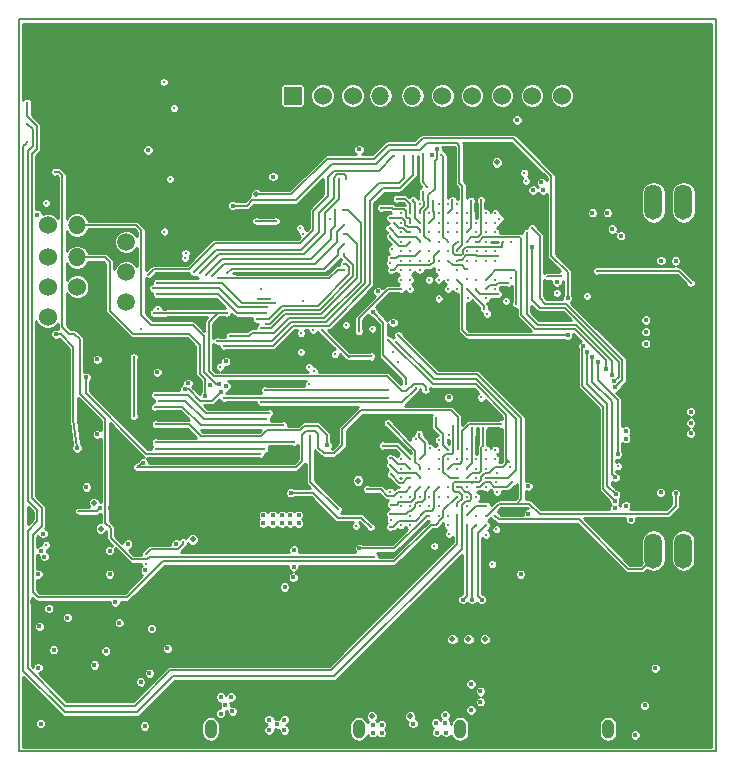
<source format=gbr>
G04 (created by PCBNEW (2013-03-19 BZR 4004)-stable) date 5/31/2013 11:48:04 AM*
%MOIN*%
G04 Gerber Fmt 3.4, Leading zero omitted, Abs format*
%FSLAX34Y34*%
G01*
G70*
G90*
G04 APERTURE LIST*
%ADD10C,0.006*%
%ADD11C,0.00787402*%
%ADD12C,0.0157*%
%ADD13O,0.06X0.06*%
%ADD14C,0.06*%
%ADD15R,0.06X0.06*%
%ADD16C,0.2362*%
%ADD17O,0.0413386X0.0629921*%
%ADD18C,0.0432*%
%ADD19C,0.0590551*%
%ADD20O,0.06X0.1179*%
%ADD21C,0.015748*%
%ADD22C,0.011811*%
%ADD23C,0.019685*%
%ADD24C,0.01*%
G04 APERTURE END LIST*
G54D10*
G54D11*
X43307Y-26771D02*
X43307Y-51181D01*
X66535Y-26771D02*
X43307Y-26771D01*
X66535Y-51181D02*
X43307Y-51181D01*
X66535Y-51181D02*
X66535Y-26771D01*
G54D12*
X66181Y-42125D03*
X66181Y-42598D03*
X66181Y-43779D03*
X66181Y-43188D03*
X66181Y-41220D03*
X66181Y-41692D03*
X66181Y-40669D03*
X50039Y-49921D03*
X57244Y-50551D03*
X57204Y-50236D03*
X49488Y-27834D03*
X48858Y-27834D03*
X57716Y-27322D03*
X57007Y-27322D03*
X52165Y-27322D03*
X52637Y-27322D03*
X53818Y-27322D03*
X53149Y-27322D03*
X58346Y-27322D03*
X59015Y-27322D03*
X61653Y-27322D03*
X61181Y-27322D03*
X55905Y-27322D03*
X56417Y-27322D03*
X55196Y-27322D03*
X54527Y-27322D03*
X59763Y-27322D03*
X60472Y-27322D03*
X50629Y-28464D03*
X50039Y-28464D03*
X50000Y-27834D03*
X50629Y-27834D03*
X51653Y-27834D03*
X51141Y-27834D03*
X51141Y-28464D03*
X51653Y-28425D03*
X49488Y-28464D03*
X48858Y-28464D03*
X51102Y-27244D03*
X51653Y-27244D03*
X50629Y-27244D03*
X50039Y-27244D03*
X48031Y-29488D03*
X48503Y-29291D03*
X62834Y-28503D03*
X63454Y-28533D03*
X65275Y-27913D03*
X65826Y-27913D03*
X63976Y-27047D03*
X65826Y-27519D03*
X64045Y-28533D03*
X64055Y-27913D03*
X63346Y-27047D03*
X62834Y-27047D03*
X62834Y-27913D03*
X63425Y-27913D03*
X62204Y-27913D03*
X64606Y-27047D03*
X64645Y-27913D03*
X62204Y-27047D03*
X62165Y-28503D03*
X62047Y-31456D03*
X66299Y-27047D03*
X65275Y-27047D03*
X65826Y-27047D03*
X66299Y-27480D03*
X66141Y-29173D03*
X66338Y-28661D03*
X66338Y-27952D03*
X63385Y-29251D03*
X63267Y-32086D03*
X62716Y-32086D03*
X62716Y-31456D03*
X63897Y-32086D03*
X63307Y-31456D03*
X63700Y-29645D03*
X63425Y-30157D03*
X63267Y-30826D03*
X62519Y-34251D03*
X66181Y-30078D03*
X66102Y-32165D03*
X66181Y-32834D03*
X65236Y-38976D03*
X63858Y-37007D03*
X62519Y-34803D03*
X63661Y-36653D03*
X65984Y-29685D03*
X65551Y-29370D03*
X66181Y-31535D03*
X65748Y-32007D03*
X66377Y-30708D03*
X64173Y-29370D03*
X64881Y-29212D03*
X63759Y-45342D03*
X63366Y-45744D03*
X63275Y-45169D03*
X66181Y-44330D03*
X66181Y-35629D03*
X65708Y-38464D03*
X66181Y-39133D03*
X66181Y-39606D03*
X66181Y-40157D03*
X66181Y-36102D03*
X66181Y-36653D03*
X65196Y-38464D03*
X64763Y-38464D03*
X66181Y-38149D03*
X66181Y-38661D03*
X66181Y-37165D03*
X66181Y-37677D03*
X63661Y-36259D03*
X64763Y-38976D03*
X58700Y-49173D03*
X58385Y-48937D03*
X58385Y-49803D03*
X58700Y-49527D03*
X51653Y-50118D03*
X50393Y-49370D03*
X50196Y-49645D03*
X57519Y-49960D03*
X55403Y-50561D03*
X55108Y-50561D03*
X51653Y-50472D03*
X52165Y-50118D03*
X57519Y-50236D03*
X57559Y-50551D03*
X55403Y-50285D03*
X55108Y-50285D03*
X52165Y-50472D03*
X51929Y-50275D03*
X49881Y-41496D03*
X45551Y-46535D03*
X48976Y-41496D03*
X49409Y-41496D03*
X48976Y-42637D03*
X48976Y-42086D03*
X49409Y-42086D03*
X49803Y-42086D03*
X46023Y-48700D03*
X50196Y-44173D03*
X49566Y-42637D03*
X50157Y-42637D03*
X50826Y-44173D03*
X49370Y-49448D03*
X48503Y-49015D03*
X45511Y-48700D03*
X49094Y-49015D03*
X46023Y-32755D03*
X51771Y-30472D03*
X45354Y-32755D03*
X47519Y-32795D03*
X47480Y-39055D03*
X52795Y-32992D03*
X45472Y-31141D03*
X53188Y-32598D03*
X47677Y-28700D03*
X46377Y-28700D03*
X47007Y-28700D03*
X48307Y-28661D03*
X45748Y-28700D03*
X44448Y-28700D03*
X43779Y-28700D03*
X45078Y-28700D03*
X48444Y-29980D03*
X48228Y-30551D03*
X48503Y-31692D03*
X48228Y-31141D03*
X50078Y-32322D03*
X51082Y-31751D03*
X50669Y-32086D03*
X51259Y-30157D03*
X51377Y-31023D03*
X49409Y-32283D03*
X48937Y-32047D03*
X50826Y-29606D03*
X66338Y-46653D03*
X66259Y-46102D03*
X66181Y-44881D03*
X65531Y-50255D03*
X64094Y-48799D03*
X63740Y-50196D03*
X63622Y-48799D03*
X63917Y-50984D03*
X63740Y-49665D03*
X64625Y-50984D03*
X65314Y-50984D03*
X63307Y-46259D03*
X65748Y-45314D03*
X63858Y-47677D03*
X66062Y-48070D03*
X66279Y-49153D03*
X66299Y-48681D03*
X60118Y-50118D03*
X59133Y-50157D03*
X49409Y-48070D03*
X48858Y-47795D03*
X48543Y-47401D03*
X48779Y-45354D03*
X48503Y-45708D03*
X51023Y-45669D03*
X50118Y-48070D03*
X65059Y-50275D03*
X61122Y-50905D03*
X60177Y-50905D03*
X60649Y-50905D03*
X58720Y-50905D03*
X58248Y-50905D03*
X59212Y-50905D03*
X59704Y-50905D03*
X63346Y-46850D03*
X63464Y-47322D03*
X59133Y-46338D03*
X58937Y-45905D03*
X65866Y-47677D03*
X66279Y-49566D03*
X65944Y-50984D03*
X66279Y-50039D03*
X65059Y-49114D03*
X66279Y-50570D03*
X66220Y-47322D03*
X66141Y-45551D03*
X50039Y-49370D03*
X50433Y-49842D03*
X48425Y-48070D03*
X49448Y-49881D03*
X60708Y-48385D03*
X63622Y-49251D03*
X60866Y-49704D03*
X65059Y-48602D03*
X48015Y-50858D03*
X47503Y-50814D03*
X65807Y-49389D03*
X65807Y-48799D03*
X55472Y-40019D03*
X65354Y-47992D03*
X63444Y-50570D03*
X59015Y-40511D03*
X59330Y-40807D03*
X49153Y-50846D03*
X61771Y-50688D03*
X60275Y-49704D03*
X62519Y-50688D03*
X50118Y-48996D03*
X49625Y-48996D03*
X46259Y-50826D03*
X45649Y-50826D03*
X44291Y-50826D03*
X45000Y-50826D03*
X46909Y-50826D03*
X48484Y-50846D03*
X43720Y-50826D03*
X44921Y-41889D03*
X44606Y-41889D03*
X43976Y-41889D03*
X44291Y-41889D03*
X44350Y-37755D03*
X44055Y-37755D03*
X48818Y-33346D03*
X48464Y-32952D03*
X47913Y-33031D03*
X48464Y-33582D03*
X49055Y-33858D03*
X44696Y-37755D03*
X46003Y-34468D03*
X46003Y-35590D03*
X45629Y-36122D03*
X46003Y-36555D03*
X46003Y-36062D03*
X46003Y-34960D03*
X45629Y-34232D03*
X46003Y-34035D03*
X46003Y-33385D03*
G54D13*
X45255Y-33633D03*
G54D14*
X44271Y-33633D03*
G54D15*
X45255Y-36688D03*
G54D14*
X44271Y-36688D03*
X44271Y-34704D03*
G54D13*
X45255Y-34704D03*
G54D14*
X44271Y-35688D03*
X45255Y-35688D03*
G54D16*
X49803Y-30771D03*
X64842Y-30771D03*
G54D17*
X58011Y-50423D03*
X62952Y-50423D03*
X49704Y-50423D03*
X54645Y-50423D03*
G54D16*
X64842Y-46523D03*
X49803Y-46523D03*
G54D18*
X49606Y-44000D03*
X49606Y-33606D03*
G54D19*
X46889Y-35196D03*
X46889Y-34196D03*
X46889Y-36196D03*
G54D12*
X51771Y-43582D03*
X51771Y-43307D03*
X51456Y-43582D03*
X51456Y-43307D03*
X52637Y-43307D03*
X52086Y-43307D03*
X52362Y-43582D03*
X52086Y-43582D03*
X52637Y-43582D03*
X52362Y-43307D03*
G54D20*
X64460Y-44488D03*
X65459Y-44488D03*
X65460Y-32874D03*
X64461Y-32874D03*
G54D14*
X53437Y-29318D03*
X53437Y-28318D03*
G54D15*
X52437Y-29318D03*
G54D14*
X52437Y-28318D03*
X54437Y-28318D03*
X54437Y-29318D03*
X61421Y-28318D03*
X59421Y-28318D03*
X60421Y-28318D03*
X60421Y-29318D03*
X59421Y-29318D03*
X58421Y-29318D03*
G54D13*
X55366Y-29318D03*
G54D14*
X55366Y-28318D03*
X61421Y-29318D03*
X58421Y-28318D03*
X56429Y-28318D03*
G54D13*
X56429Y-29318D03*
G54D14*
X57429Y-28318D03*
X57429Y-29318D03*
G54D21*
X46027Y-43066D03*
X60039Y-45275D03*
G54D22*
X57645Y-40629D03*
X57933Y-32933D03*
X58877Y-36082D03*
X58562Y-35452D03*
X57933Y-35767D03*
X57303Y-36082D03*
X56673Y-34822D03*
X58562Y-43326D03*
X56043Y-33562D03*
X56692Y-42696D03*
X58877Y-43956D03*
X56358Y-43641D03*
X57657Y-43917D03*
X56043Y-41437D03*
X57303Y-32933D03*
X56043Y-34507D03*
X56358Y-35767D03*
X59192Y-33877D03*
X55688Y-42519D03*
X59251Y-41889D03*
X57165Y-44330D03*
X57303Y-40807D03*
G54D21*
X63543Y-42988D03*
X63708Y-43452D03*
X63543Y-40492D03*
X63543Y-40759D03*
X57637Y-39381D03*
G54D22*
X58712Y-39381D03*
G54D21*
X57086Y-31287D03*
X62933Y-33228D03*
X62431Y-33228D03*
X65708Y-40226D03*
X64212Y-37588D03*
X64212Y-37194D03*
X64212Y-36801D03*
X65708Y-39852D03*
X65708Y-40580D03*
G54D23*
X59248Y-31547D03*
G54D21*
X45925Y-38114D03*
X45925Y-40610D03*
X44122Y-43917D03*
X43929Y-33303D03*
X43960Y-48385D03*
X47370Y-48862D03*
X47665Y-48570D03*
X45830Y-48295D03*
X47503Y-50330D03*
X46527Y-46204D03*
X43956Y-45275D03*
G54D23*
X58850Y-47440D03*
X57763Y-47437D03*
X58295Y-47440D03*
G54D22*
X57618Y-35767D03*
G54D23*
X46043Y-43755D03*
X45811Y-42897D03*
G54D21*
X44929Y-46720D03*
X55275Y-35846D03*
X46338Y-45275D03*
X46338Y-44488D03*
X44311Y-46417D03*
X47736Y-47086D03*
G54D22*
X58562Y-34822D03*
X56043Y-35452D03*
X56043Y-41751D03*
X56358Y-42696D03*
G54D23*
X54618Y-42153D03*
G54D22*
X56043Y-33877D03*
X58562Y-42696D03*
X55704Y-43468D03*
X59192Y-35767D03*
X56673Y-32933D03*
X59192Y-34507D03*
X56358Y-34822D03*
G54D21*
X44055Y-44488D03*
G54D22*
X62251Y-36000D03*
X57618Y-43641D03*
X56535Y-40775D03*
X59232Y-43779D03*
X59251Y-42519D03*
G54D21*
X44472Y-47791D03*
X46657Y-46889D03*
X45562Y-42366D03*
X48267Y-47748D03*
G54D22*
X59192Y-33562D03*
X57933Y-33877D03*
X57933Y-41751D03*
X59192Y-41437D03*
X57933Y-33562D03*
X58877Y-33877D03*
X57933Y-41437D03*
X58877Y-41751D03*
X57303Y-34192D03*
X56929Y-32358D03*
X56775Y-31259D03*
X57401Y-31283D03*
X57618Y-34192D03*
X56988Y-33877D03*
X58562Y-33562D03*
X59334Y-33417D03*
X59724Y-34208D03*
X56988Y-41751D03*
X58562Y-41437D03*
X56988Y-33248D03*
X58877Y-33248D03*
X57027Y-41082D03*
X58877Y-41122D03*
X57303Y-33562D03*
X59192Y-33248D03*
X57303Y-41437D03*
X59192Y-41122D03*
X57303Y-33877D03*
X58877Y-33562D03*
X58877Y-41437D03*
X57303Y-41751D03*
X57303Y-33248D03*
X58248Y-33562D03*
X57303Y-41122D03*
X58248Y-41437D03*
G54D21*
X51787Y-32019D03*
G54D23*
X49106Y-44110D03*
G54D22*
X48870Y-34570D03*
X57858Y-39692D03*
X57027Y-39129D03*
G54D21*
X61374Y-35696D03*
G54D22*
X59763Y-36633D03*
X59222Y-36102D03*
X60984Y-36811D03*
G54D21*
X63413Y-43685D03*
G54D22*
X59125Y-32114D03*
G54D21*
X47236Y-44098D03*
X43748Y-43275D03*
X43767Y-46192D03*
X45578Y-47547D03*
X44515Y-49082D03*
X44606Y-46657D03*
X49153Y-49803D03*
X45066Y-48732D03*
G54D22*
X57610Y-40803D03*
G54D21*
X56980Y-47299D03*
G54D23*
X55507Y-47870D03*
X55874Y-48200D03*
X56779Y-48925D03*
X56763Y-49291D03*
X55921Y-49299D03*
X55925Y-48944D03*
G54D22*
X52106Y-48188D03*
X59685Y-41685D03*
X59685Y-43090D03*
G54D21*
X46350Y-43051D03*
G54D23*
X45704Y-36688D03*
G54D22*
X44511Y-44074D03*
G54D21*
X46161Y-45775D03*
G54D23*
X47066Y-43023D03*
G54D21*
X44496Y-43188D03*
G54D22*
X59192Y-32933D03*
X58877Y-32933D03*
X58562Y-32933D03*
X58562Y-33248D03*
X58248Y-33248D03*
X59271Y-44744D03*
X57007Y-43917D03*
G54D21*
X55393Y-40433D03*
X55157Y-42244D03*
X54960Y-42913D03*
X51732Y-42204D03*
X51840Y-38956D03*
X54822Y-48031D03*
X55039Y-35846D03*
G54D22*
X56377Y-36082D03*
G54D23*
X45590Y-45118D03*
X45590Y-44901D03*
X45374Y-45118D03*
X45374Y-44901D03*
X45590Y-44665D03*
X45374Y-44665D03*
X45137Y-45118D03*
X44921Y-45118D03*
X44921Y-44901D03*
X45137Y-44901D03*
X45137Y-44665D03*
X44921Y-44665D03*
X45374Y-44448D03*
X45590Y-44448D03*
X45137Y-44448D03*
X44921Y-44448D03*
G54D21*
X44586Y-45570D03*
X47488Y-46433D03*
X63110Y-47283D03*
X61023Y-49291D03*
X61023Y-48385D03*
X59251Y-45905D03*
X64862Y-49370D03*
X63523Y-49803D03*
X58622Y-47952D03*
X56535Y-50807D03*
G54D23*
X56480Y-48937D03*
X56476Y-49301D03*
X56185Y-48948D03*
X56208Y-49299D03*
G54D21*
X56122Y-50846D03*
X55767Y-50846D03*
X58740Y-46889D03*
X58425Y-46889D03*
X58110Y-46889D03*
X53858Y-44409D03*
X63366Y-48602D03*
X60295Y-48444D03*
X51830Y-49370D03*
X51633Y-48937D03*
X51633Y-49842D03*
X53759Y-49842D03*
X60137Y-49370D03*
X59940Y-49842D03*
X62066Y-49842D03*
X62066Y-48927D03*
X53759Y-48937D03*
G54D22*
X60944Y-35874D03*
X60984Y-35551D03*
X56988Y-35767D03*
X56988Y-35137D03*
X59192Y-34192D03*
X56043Y-32933D03*
G54D23*
X57716Y-31275D03*
X55157Y-44165D03*
G54D22*
X58582Y-40944D03*
X55787Y-40826D03*
X57925Y-32500D03*
X50206Y-39704D03*
X60984Y-36574D03*
X64950Y-50659D03*
X47785Y-36742D03*
X47933Y-38110D03*
X47903Y-40472D03*
X51417Y-42726D03*
X51328Y-40482D03*
X50295Y-37942D03*
X50131Y-36736D03*
X47814Y-36269D03*
X47903Y-37618D03*
X47940Y-34366D03*
X47933Y-34771D03*
X47940Y-35263D03*
X51267Y-35259D03*
X58877Y-34822D03*
X57618Y-32933D03*
X57303Y-35767D03*
X56988Y-36082D03*
X56043Y-34192D03*
X60984Y-35157D03*
X59311Y-44094D03*
X47942Y-39094D03*
X47923Y-39990D03*
X51279Y-39104D03*
X51269Y-41466D03*
X51299Y-42057D03*
X47952Y-42352D03*
X47942Y-42047D03*
X47982Y-41456D03*
X58267Y-41102D03*
X59232Y-42204D03*
X58877Y-42696D03*
X56988Y-43011D03*
X56535Y-43917D03*
X56043Y-42066D03*
G54D21*
X63188Y-39035D03*
G54D22*
X60417Y-33736D03*
X58562Y-33877D03*
X52716Y-37874D03*
G54D21*
X63271Y-41275D03*
X62606Y-38185D03*
G54D22*
X58562Y-41751D03*
X55937Y-38185D03*
G54D21*
X63165Y-38830D03*
X60433Y-34350D03*
G54D22*
X52716Y-37244D03*
X58248Y-34507D03*
X58248Y-42381D03*
G54D21*
X63212Y-42610D03*
G54D22*
X55783Y-37854D03*
G54D21*
X62263Y-37854D03*
G54D22*
X58877Y-34192D03*
X60251Y-33885D03*
X53120Y-37135D03*
G54D21*
X63098Y-38633D03*
G54D22*
X55895Y-37519D03*
X58877Y-42066D03*
G54D21*
X60452Y-32468D03*
G54D22*
X59468Y-34188D03*
X57937Y-34188D03*
X57625Y-33870D03*
G54D21*
X60732Y-32216D03*
X59917Y-30133D03*
G54D22*
X58574Y-34503D03*
X59712Y-35409D03*
G54D21*
X60775Y-32472D03*
G54D22*
X58877Y-34507D03*
X57795Y-40346D03*
X57937Y-42062D03*
X59377Y-40267D03*
X57618Y-41751D03*
X58582Y-42362D03*
X59759Y-42196D03*
G54D21*
X60295Y-42342D03*
G54D22*
X58877Y-42381D03*
G54D21*
X63377Y-33992D03*
X52460Y-45381D03*
G54D22*
X56673Y-35137D03*
G54D21*
X52173Y-45704D03*
G54D22*
X56673Y-43011D03*
G54D21*
X63090Y-33767D03*
X52472Y-45019D03*
G54D22*
X56358Y-35137D03*
X56358Y-43011D03*
G54D21*
X52480Y-44468D03*
G54D23*
X55082Y-50003D03*
X56358Y-50011D03*
G54D22*
X57303Y-35137D03*
G54D21*
X65206Y-34832D03*
X64704Y-42549D03*
X47622Y-31129D03*
G54D22*
X57933Y-34507D03*
G54D21*
X50440Y-32984D03*
G54D22*
X60212Y-32165D03*
X48488Y-29748D03*
X59192Y-34822D03*
X57618Y-35452D03*
X58275Y-36051D03*
X59547Y-36161D03*
X57303Y-35452D03*
X56043Y-43011D03*
X58248Y-43641D03*
G54D21*
X58110Y-46122D03*
G54D22*
X56043Y-35137D03*
X57303Y-43011D03*
G54D21*
X60295Y-43267D03*
G54D22*
X57618Y-43326D03*
X57303Y-43326D03*
G54D23*
X51220Y-32614D03*
G54D22*
X48346Y-32094D03*
G54D21*
X61602Y-37314D03*
X61602Y-36070D03*
G54D22*
X57933Y-35452D03*
X58779Y-40413D03*
X58248Y-42066D03*
X58248Y-41751D03*
X58425Y-40413D03*
X57204Y-40078D03*
X57618Y-41122D03*
X57303Y-42381D03*
X55688Y-43690D03*
X57765Y-32805D03*
X57618Y-33248D03*
X56358Y-41751D03*
X55688Y-41397D03*
X56988Y-42381D03*
X55679Y-43277D03*
X55708Y-42952D03*
X56673Y-42381D03*
X56673Y-42066D03*
X55679Y-41633D03*
X55610Y-40236D03*
X56673Y-41751D03*
X56358Y-42381D03*
X54921Y-42440D03*
X56358Y-42066D03*
X55708Y-41948D03*
X58248Y-34192D03*
X58720Y-32814D03*
X58248Y-33877D03*
X58385Y-32824D03*
X56358Y-41437D03*
X55442Y-40984D03*
X56673Y-33562D03*
X56456Y-32795D03*
X56043Y-33248D03*
X56358Y-33248D03*
X55905Y-32755D03*
X56673Y-33248D03*
X56771Y-32529D03*
X56988Y-33562D03*
X57116Y-32834D03*
X44527Y-31858D03*
X59094Y-44940D03*
X55157Y-44694D03*
X55728Y-35118D03*
X57303Y-34507D03*
X56673Y-41437D03*
X56653Y-40590D03*
X55738Y-34448D03*
X56358Y-34507D03*
X56673Y-34507D03*
X55708Y-34744D03*
X55679Y-34015D03*
X56358Y-34192D03*
X55669Y-33740D03*
X56673Y-34192D03*
X56988Y-34507D03*
X55688Y-34911D03*
X55807Y-33562D03*
X56358Y-33877D03*
X55688Y-33395D03*
X56673Y-33877D03*
X56358Y-33562D03*
X55393Y-33051D03*
X48791Y-44196D03*
G54D21*
X48846Y-39106D03*
X50047Y-39200D03*
G54D22*
X47547Y-44602D03*
X51373Y-35752D03*
X51535Y-36574D03*
X47913Y-35944D03*
X51574Y-36377D03*
X47795Y-35748D03*
X51850Y-36240D03*
X47913Y-35551D03*
X48854Y-34740D03*
X47559Y-44917D03*
G54D21*
X46212Y-47834D03*
X48547Y-44267D03*
X46944Y-44267D03*
X64527Y-48405D03*
X47523Y-45149D03*
G54D22*
X44220Y-44291D03*
G54D21*
X43996Y-47011D03*
X44161Y-44685D03*
X64173Y-49645D03*
X44039Y-50255D03*
X63179Y-43080D03*
G54D22*
X57618Y-42696D03*
X57618Y-34822D03*
X58257Y-35108D03*
X58248Y-35767D03*
X58828Y-36417D03*
X56988Y-35452D03*
X58927Y-36584D03*
X58562Y-35767D03*
X59281Y-35935D03*
G54D21*
X54665Y-44409D03*
G54D22*
X56988Y-43326D03*
G54D21*
X58425Y-46122D03*
G54D22*
X58562Y-43641D03*
X57933Y-34822D03*
X59283Y-34681D03*
X60161Y-31885D03*
X48137Y-28870D03*
X43594Y-29551D03*
X57933Y-42696D03*
X43594Y-30255D03*
X58897Y-42992D03*
X58267Y-43307D03*
X57933Y-43307D03*
X57933Y-42381D03*
X43594Y-30866D03*
X58877Y-35767D03*
X59616Y-35551D03*
G54D21*
X58740Y-46122D03*
G54D22*
X58877Y-43641D03*
X44216Y-32905D03*
G54D21*
X54653Y-31114D03*
X57255Y-31110D03*
G54D22*
X57003Y-34181D03*
X58562Y-34192D03*
G54D21*
X62889Y-38437D03*
G54D22*
X52779Y-36157D03*
X53415Y-37125D03*
X55059Y-38015D03*
G54D21*
X63185Y-42047D03*
X62421Y-38021D03*
G54D22*
X58562Y-42066D03*
X57618Y-33562D03*
X48165Y-33850D03*
X47137Y-40011D03*
X47137Y-38043D03*
X47937Y-36425D03*
X54153Y-34251D03*
X50267Y-35240D03*
X51535Y-36919D03*
X54153Y-34606D03*
X54212Y-32106D03*
X49141Y-35200D03*
X49933Y-37500D03*
X56141Y-31338D03*
X54143Y-35118D03*
X49948Y-35397D03*
X51389Y-37059D03*
X54143Y-33937D03*
X54143Y-33641D03*
X49744Y-35342D03*
X54153Y-34921D03*
X51240Y-36771D03*
X53858Y-33139D03*
X49543Y-35295D03*
X54133Y-33129D03*
X50342Y-37326D03*
X53996Y-32116D03*
X49338Y-35244D03*
X50149Y-37653D03*
X56456Y-31338D03*
X55826Y-31348D03*
X47641Y-35271D03*
G54D21*
X45248Y-41074D03*
G54D22*
X57933Y-33248D03*
G54D21*
X44547Y-37275D03*
X47468Y-41566D03*
G54D22*
X57944Y-41114D03*
G54D21*
X64714Y-34822D03*
G54D22*
X58877Y-35452D03*
X55098Y-37086D03*
X59901Y-36263D03*
G54D21*
X65206Y-42578D03*
G54D22*
X58877Y-43326D03*
X55964Y-37303D03*
X65704Y-35562D03*
X61240Y-35905D03*
X62578Y-35161D03*
X57933Y-35137D03*
X54216Y-36964D03*
X59665Y-41523D03*
X63287Y-41677D03*
X57933Y-43011D03*
X55629Y-37470D03*
G54D21*
X61255Y-35531D03*
G54D22*
X58248Y-35423D03*
X52795Y-33917D03*
X58248Y-43011D03*
G54D21*
X62122Y-37677D03*
X63181Y-42826D03*
X55787Y-36879D03*
G54D22*
X59192Y-35452D03*
X61381Y-35342D03*
X59192Y-43326D03*
X53692Y-33429D03*
X58263Y-34818D03*
X56212Y-38940D03*
X58244Y-42685D03*
X52687Y-33740D03*
G54D21*
X55118Y-36535D03*
X48952Y-38909D03*
G54D22*
X57618Y-42381D03*
G54D21*
X49976Y-38917D03*
G54D22*
X51232Y-33503D03*
X51870Y-33503D03*
X57618Y-34507D03*
X54547Y-43661D03*
X51358Y-41259D03*
X52996Y-38937D03*
G54D21*
X45547Y-38708D03*
G54D22*
X57303Y-34822D03*
X57303Y-42696D03*
G54D21*
X49527Y-39330D03*
G54D22*
X56358Y-43326D03*
X56358Y-35452D03*
X51299Y-36098D03*
X51688Y-36094D03*
G54D21*
X47925Y-38543D03*
G54D22*
X53141Y-38511D03*
X56988Y-34822D03*
G54D21*
X50212Y-38181D03*
X52370Y-42559D03*
G54D22*
X55039Y-43700D03*
G54D21*
X50216Y-38996D03*
G54D22*
X56988Y-42696D03*
G54D21*
X49692Y-38968D03*
G54D22*
X50015Y-38358D03*
X56043Y-43641D03*
X52992Y-38362D03*
X53842Y-37948D03*
X54641Y-37181D03*
X56043Y-35767D03*
X56870Y-39124D03*
X57618Y-41437D03*
X47393Y-37114D03*
X47807Y-36570D03*
X50236Y-36555D03*
X52480Y-40866D03*
X47874Y-40866D03*
X51653Y-39901D03*
X47854Y-39291D03*
X55610Y-39133D03*
X51515Y-39133D03*
X47901Y-41102D03*
X51496Y-41102D03*
G54D21*
X53582Y-40980D03*
G54D22*
X47874Y-40275D03*
X53031Y-40669D03*
X53937Y-43110D03*
X52125Y-40314D03*
X47844Y-39694D03*
X47972Y-39498D03*
X51564Y-40108D03*
X56535Y-39074D03*
X51397Y-39547D03*
X50157Y-39389D03*
X55610Y-39389D03*
G54D21*
X56448Y-50256D03*
G54D22*
X56043Y-42696D03*
X56043Y-34822D03*
G54D21*
X63858Y-50629D03*
G54D11*
X46027Y-43066D02*
X46019Y-43066D01*
X45917Y-43169D02*
X45295Y-43169D01*
X46019Y-43066D02*
X45917Y-43169D01*
X56775Y-32204D02*
X56929Y-32358D01*
X56775Y-31259D02*
X56775Y-32204D01*
X57618Y-34192D02*
X57618Y-34173D01*
X57464Y-33665D02*
X57464Y-31346D01*
X57464Y-31346D02*
X57401Y-31283D01*
X57464Y-34019D02*
X57464Y-33665D01*
X57618Y-34173D02*
X57464Y-34019D01*
X60669Y-34232D02*
X60669Y-33988D01*
X63188Y-39031D02*
X63433Y-38787D01*
X63433Y-38787D02*
X63433Y-38145D01*
X63433Y-38145D02*
X61537Y-36250D01*
X61537Y-36250D02*
X60856Y-36250D01*
X60669Y-36062D02*
X60669Y-34232D01*
X60856Y-36250D02*
X60669Y-36062D01*
X63188Y-39035D02*
X63188Y-39031D01*
X60669Y-33988D02*
X60417Y-33736D01*
X62606Y-38185D02*
X62606Y-38803D01*
X63271Y-39468D02*
X63271Y-41275D01*
X62606Y-38803D02*
X63271Y-39468D01*
X63165Y-38830D02*
X63311Y-38685D01*
X60433Y-36141D02*
X60688Y-36397D01*
X60433Y-34350D02*
X60433Y-36141D01*
X61511Y-36397D02*
X60688Y-36397D01*
X63311Y-38196D02*
X61511Y-36397D01*
X63311Y-38685D02*
X63311Y-38196D01*
X62263Y-37854D02*
X62263Y-37862D01*
X62933Y-42330D02*
X63212Y-42610D01*
X62933Y-39590D02*
X62933Y-42330D01*
X62259Y-38917D02*
X62933Y-39590D01*
X62259Y-37866D02*
X62259Y-38917D01*
X62263Y-37862D02*
X62259Y-37866D01*
X63098Y-38633D02*
X63098Y-38165D01*
X61897Y-36964D02*
X60606Y-36964D01*
X63098Y-38165D02*
X61897Y-36964D01*
X60606Y-36964D02*
X60251Y-36610D01*
X60251Y-33885D02*
X60251Y-36610D01*
X60251Y-33885D02*
X60251Y-33877D01*
X58415Y-38769D02*
X58545Y-38769D01*
X57175Y-38769D02*
X57145Y-38769D01*
X58415Y-38769D02*
X57175Y-38769D01*
X57145Y-38769D02*
X55895Y-37519D01*
X58877Y-42066D02*
X59133Y-42066D01*
X59133Y-42066D02*
X59143Y-42057D01*
X59143Y-42057D02*
X59625Y-42057D01*
X59870Y-41812D02*
X59625Y-42057D01*
X59870Y-40094D02*
X59870Y-41812D01*
X58545Y-38769D02*
X59870Y-40094D01*
X59425Y-34232D02*
X59468Y-34188D01*
X59425Y-34354D02*
X59425Y-34232D01*
X58204Y-34354D02*
X59425Y-34354D01*
X57937Y-34188D02*
X57921Y-34188D01*
X58102Y-34456D02*
X58204Y-34354D01*
X58102Y-34598D02*
X58102Y-34456D01*
X58051Y-34649D02*
X58102Y-34598D01*
X57854Y-34649D02*
X58051Y-34649D01*
X57771Y-34566D02*
X57854Y-34649D01*
X57771Y-34338D02*
X57771Y-34566D01*
X57921Y-34188D02*
X57771Y-34338D01*
X57795Y-40346D02*
X57795Y-40783D01*
X57795Y-41236D02*
X57795Y-40783D01*
X57751Y-41279D02*
X57795Y-41236D01*
X57547Y-41279D02*
X57751Y-41279D01*
X57460Y-41366D02*
X57547Y-41279D01*
X57460Y-41850D02*
X57460Y-41366D01*
X57673Y-42062D02*
X57460Y-41850D01*
X57937Y-42062D02*
X57673Y-42062D01*
X58094Y-41511D02*
X58094Y-40507D01*
X58094Y-40507D02*
X58334Y-40267D01*
X59377Y-40267D02*
X58334Y-40267D01*
X57791Y-41586D02*
X58019Y-41586D01*
X58019Y-41586D02*
X58094Y-41511D01*
X57625Y-41751D02*
X57791Y-41586D01*
X57618Y-41751D02*
X57625Y-41751D01*
X58582Y-42362D02*
X58696Y-42362D01*
X59594Y-42362D02*
X59759Y-42196D01*
X59153Y-42362D02*
X59594Y-42362D01*
X59007Y-42216D02*
X59153Y-42362D01*
X58842Y-42216D02*
X59007Y-42216D01*
X58696Y-42362D02*
X58842Y-42216D01*
X58000Y-32236D02*
X58000Y-30992D01*
X57933Y-34456D02*
X58098Y-34291D01*
X57933Y-34507D02*
X57933Y-34456D01*
X58098Y-34291D02*
X58098Y-32334D01*
X58098Y-32334D02*
X58000Y-32236D01*
X50905Y-32984D02*
X50440Y-32984D01*
X51082Y-32807D02*
X50905Y-32984D01*
X52559Y-32807D02*
X51082Y-32807D01*
X53755Y-31610D02*
X52559Y-32807D01*
X55208Y-31610D02*
X53755Y-31610D01*
X55696Y-31122D02*
X55208Y-31610D01*
X56688Y-31122D02*
X55696Y-31122D01*
X56913Y-30897D02*
X56688Y-31122D01*
X57905Y-30897D02*
X56913Y-30897D01*
X58000Y-30992D02*
X57905Y-30897D01*
X58248Y-43641D02*
X58248Y-45984D01*
X58248Y-45984D02*
X58110Y-46122D01*
X61602Y-35200D02*
X61055Y-34653D01*
X61055Y-34653D02*
X61055Y-32000D01*
X61055Y-32000D02*
X59791Y-30736D01*
X59791Y-30736D02*
X56779Y-30736D01*
X56779Y-30736D02*
X56555Y-30960D01*
X56555Y-30960D02*
X55606Y-30960D01*
X55606Y-30960D02*
X55137Y-31429D01*
X55137Y-31429D02*
X53578Y-31429D01*
X53578Y-31429D02*
X52393Y-32614D01*
X52393Y-32614D02*
X51220Y-32614D01*
X61602Y-35200D02*
X61602Y-36070D01*
X58098Y-37133D02*
X58267Y-37303D01*
X58267Y-37303D02*
X61602Y-37314D01*
X58098Y-37133D02*
X58098Y-36043D01*
X58098Y-36043D02*
X58098Y-35618D01*
X58098Y-36232D02*
X58098Y-36043D01*
X58098Y-35618D02*
X57933Y-35452D01*
X58779Y-40984D02*
X58720Y-41043D01*
X58720Y-41043D02*
X58720Y-41840D01*
X58720Y-41840D02*
X58651Y-41909D01*
X58651Y-41909D02*
X58405Y-41909D01*
X58405Y-41909D02*
X58248Y-42066D01*
X58779Y-40413D02*
X58779Y-40984D01*
X58248Y-41751D02*
X58248Y-41742D01*
X58425Y-40649D02*
X58425Y-40413D01*
X58415Y-40659D02*
X58425Y-40649D01*
X58415Y-41574D02*
X58415Y-40659D01*
X58248Y-41742D02*
X58415Y-41574D01*
X57440Y-40590D02*
X57204Y-40354D01*
X57204Y-40354D02*
X57204Y-40078D01*
X57460Y-40964D02*
X57618Y-41122D01*
X57460Y-40590D02*
X57460Y-40964D01*
X57460Y-40590D02*
X57440Y-40590D01*
X55688Y-43690D02*
X55797Y-43690D01*
X57155Y-42529D02*
X57303Y-42381D01*
X57155Y-43080D02*
X57155Y-42529D01*
X57076Y-43159D02*
X57155Y-43080D01*
X56879Y-43159D02*
X57076Y-43159D01*
X56830Y-43208D02*
X56879Y-43159D01*
X56830Y-43208D02*
X56830Y-43208D01*
X56545Y-43494D02*
X56830Y-43208D01*
X55994Y-43494D02*
X56545Y-43494D01*
X55797Y-43690D02*
X55994Y-43494D01*
X57765Y-33100D02*
X57618Y-33248D01*
X57765Y-32805D02*
X57765Y-33100D01*
X55688Y-41397D02*
X55767Y-41397D01*
X56200Y-41594D02*
X56358Y-41751D01*
X55964Y-41594D02*
X56200Y-41594D01*
X55767Y-41397D02*
X55964Y-41594D01*
X55679Y-43277D02*
X56210Y-43277D01*
X56840Y-42529D02*
X56988Y-42381D01*
X56840Y-42775D02*
X56840Y-42529D01*
X56761Y-42854D02*
X56840Y-42775D01*
X56614Y-42854D02*
X56761Y-42854D01*
X56525Y-42942D02*
X56614Y-42854D01*
X56525Y-43041D02*
X56525Y-42942D01*
X56397Y-43169D02*
X56525Y-43041D01*
X56318Y-43169D02*
X56397Y-43169D01*
X56210Y-43277D02*
X56318Y-43169D01*
X55905Y-42952D02*
X55994Y-42864D01*
X55994Y-42864D02*
X56397Y-42864D01*
X56397Y-42864D02*
X56525Y-42736D01*
X56525Y-42736D02*
X56525Y-42529D01*
X56525Y-42529D02*
X56673Y-42381D01*
X55708Y-42952D02*
X55905Y-42952D01*
X55679Y-41633D02*
X55954Y-41909D01*
X56673Y-42027D02*
X56673Y-42066D01*
X56555Y-41909D02*
X56673Y-42027D01*
X55954Y-41909D02*
X56555Y-41909D01*
X56525Y-41151D02*
X55610Y-40236D01*
X56673Y-41673D02*
X56525Y-41525D01*
X56525Y-41525D02*
X56525Y-41210D01*
X56673Y-41751D02*
X56673Y-41673D01*
X56525Y-41210D02*
X56525Y-41151D01*
X54921Y-42440D02*
X55374Y-42440D01*
X56220Y-42519D02*
X56358Y-42381D01*
X55964Y-42519D02*
X56220Y-42519D01*
X55816Y-42667D02*
X55964Y-42519D01*
X55600Y-42667D02*
X55816Y-42667D01*
X55374Y-42440D02*
X55600Y-42667D01*
X56102Y-42224D02*
X55984Y-42224D01*
X56102Y-42224D02*
X56259Y-42066D01*
X56259Y-42066D02*
X56358Y-42066D01*
X55984Y-42224D02*
X55708Y-41948D01*
X58720Y-33838D02*
X58720Y-33921D01*
X58401Y-34039D02*
X58248Y-34192D01*
X58602Y-34039D02*
X58401Y-34039D01*
X58720Y-33921D02*
X58602Y-34039D01*
X58720Y-32814D02*
X58720Y-33838D01*
X58720Y-33838D02*
X58720Y-33842D01*
X58385Y-32824D02*
X58385Y-33188D01*
X58395Y-33730D02*
X58248Y-33877D01*
X58395Y-33198D02*
X58395Y-33730D01*
X58385Y-33188D02*
X58395Y-33198D01*
X55442Y-40984D02*
X55905Y-40984D01*
X55905Y-40984D02*
X56358Y-41437D01*
X56456Y-32795D02*
X56456Y-32844D01*
X56525Y-33415D02*
X56673Y-33562D01*
X56525Y-32913D02*
X56525Y-33415D01*
X56456Y-32844D02*
X56525Y-32913D01*
X55905Y-32755D02*
X56181Y-32755D01*
X56358Y-32933D02*
X56358Y-33248D01*
X56181Y-32755D02*
X56358Y-32933D01*
X56771Y-32724D02*
X56771Y-32807D01*
X56673Y-33137D02*
X56673Y-33248D01*
X56814Y-32996D02*
X56673Y-33137D01*
X56814Y-32850D02*
X56814Y-32996D01*
X56771Y-32807D02*
X56814Y-32850D01*
X56771Y-32529D02*
X56771Y-32724D01*
X56771Y-32724D02*
X56771Y-32726D01*
X57116Y-32834D02*
X57116Y-33159D01*
X57135Y-33415D02*
X56988Y-33562D01*
X57135Y-33179D02*
X57135Y-33415D01*
X57116Y-33159D02*
X57135Y-33179D01*
X46188Y-40098D02*
X45350Y-39259D01*
X45350Y-39259D02*
X45350Y-37448D01*
X45350Y-37448D02*
X45165Y-37263D01*
X45165Y-37263D02*
X44988Y-37263D01*
X44988Y-37263D02*
X44755Y-37031D01*
X44755Y-37031D02*
X44755Y-31956D01*
X44755Y-31956D02*
X44657Y-31858D01*
X44657Y-31858D02*
X44527Y-31858D01*
X46188Y-40228D02*
X46188Y-40133D01*
X47811Y-44692D02*
X47677Y-44692D01*
X55157Y-44694D02*
X47811Y-44692D01*
X46188Y-43559D02*
X46188Y-40228D01*
X46377Y-43748D02*
X46188Y-43559D01*
X46377Y-44059D02*
X46377Y-43748D01*
X47090Y-44771D02*
X46377Y-44059D01*
X47598Y-44771D02*
X47090Y-44771D01*
X47677Y-44692D02*
X47598Y-44771D01*
X46188Y-40133D02*
X46188Y-40098D01*
X55807Y-35118D02*
X55944Y-34980D01*
X55944Y-34980D02*
X57027Y-34980D01*
X57027Y-34980D02*
X57155Y-34852D01*
X57155Y-34852D02*
X57155Y-34655D01*
X57155Y-34655D02*
X57303Y-34507D01*
X55728Y-35118D02*
X55807Y-35118D01*
X56653Y-40590D02*
X56653Y-40688D01*
X56850Y-41259D02*
X56673Y-41437D01*
X56850Y-40885D02*
X56850Y-41259D01*
X56653Y-40688D02*
X56850Y-40885D01*
X55708Y-34744D02*
X55895Y-34744D01*
X56525Y-34655D02*
X56673Y-34507D01*
X55984Y-34655D02*
X56525Y-34655D01*
X55895Y-34744D02*
X55984Y-34655D01*
X55679Y-34045D02*
X55974Y-34340D01*
X55974Y-34340D02*
X56220Y-34340D01*
X56220Y-34340D02*
X56358Y-34202D01*
X56358Y-34202D02*
X56358Y-34192D01*
X55679Y-34015D02*
X55679Y-34045D01*
X56673Y-34153D02*
X56545Y-34025D01*
X56545Y-34025D02*
X55954Y-34025D01*
X55954Y-34025D02*
X55669Y-33740D01*
X56673Y-34192D02*
X56673Y-34153D01*
X55816Y-33562D02*
X55974Y-33720D01*
X55974Y-33720D02*
X56102Y-33720D01*
X56102Y-33720D02*
X56259Y-33877D01*
X56259Y-33877D02*
X56358Y-33877D01*
X55807Y-33562D02*
X55816Y-33562D01*
X56673Y-33789D02*
X56594Y-33710D01*
X56594Y-33710D02*
X56289Y-33710D01*
X56289Y-33710D02*
X56200Y-33622D01*
X56200Y-33622D02*
X56200Y-33513D01*
X56200Y-33513D02*
X56082Y-33395D01*
X56082Y-33395D02*
X55688Y-33395D01*
X56673Y-33877D02*
X56673Y-33789D01*
X55748Y-33051D02*
X55797Y-33100D01*
X55797Y-33100D02*
X56151Y-33100D01*
X56151Y-33100D02*
X56210Y-33159D01*
X56210Y-33159D02*
X56210Y-33356D01*
X56210Y-33356D02*
X56240Y-33385D01*
X56240Y-33385D02*
X56338Y-33385D01*
X56338Y-33385D02*
X56358Y-33405D01*
X56358Y-33405D02*
X56358Y-33562D01*
X55393Y-33051D02*
X55748Y-33051D01*
X48791Y-44196D02*
X48791Y-44267D01*
X50043Y-39200D02*
X49748Y-39496D01*
X49748Y-39496D02*
X49362Y-39496D01*
X49362Y-39496D02*
X48972Y-39106D01*
X48972Y-39106D02*
X48846Y-39106D01*
X50047Y-39200D02*
X50043Y-39200D01*
X48791Y-44267D02*
X48614Y-44444D01*
X48614Y-44444D02*
X47704Y-44444D01*
X47704Y-44444D02*
X47547Y-44602D01*
X51535Y-36574D02*
X50590Y-36574D01*
X49960Y-35944D02*
X47913Y-35944D01*
X50590Y-36574D02*
X49960Y-35944D01*
X51574Y-36377D02*
X50629Y-36377D01*
X50000Y-35748D02*
X47795Y-35748D01*
X50629Y-36377D02*
X50000Y-35748D01*
X51850Y-36240D02*
X50759Y-36232D01*
X50078Y-35551D02*
X47913Y-35551D01*
X50759Y-36232D02*
X50078Y-35551D01*
X58257Y-35108D02*
X58198Y-35108D01*
X57775Y-34980D02*
X57618Y-34822D01*
X58070Y-34980D02*
X57775Y-34980D01*
X58198Y-35108D02*
X58070Y-34980D01*
X58828Y-36417D02*
X58828Y-36348D01*
X58828Y-36348D02*
X58248Y-35767D01*
X59281Y-35935D02*
X58690Y-35935D01*
X58562Y-35807D02*
X58562Y-35767D01*
X58690Y-35935D02*
X58562Y-35807D01*
X55826Y-44409D02*
X56909Y-43326D01*
X54665Y-44409D02*
X55826Y-44409D01*
X56909Y-43326D02*
X56988Y-43326D01*
X58425Y-46122D02*
X58425Y-43779D01*
X58425Y-43779D02*
X58562Y-43641D01*
X58562Y-43651D02*
X58562Y-43641D01*
X57968Y-34787D02*
X58082Y-34787D01*
X57968Y-34787D02*
X57933Y-34822D01*
X58555Y-34649D02*
X58586Y-34681D01*
X58220Y-34649D02*
X58555Y-34649D01*
X58082Y-34787D02*
X58220Y-34649D01*
X59283Y-34681D02*
X58586Y-34681D01*
X46925Y-46035D02*
X43944Y-46035D01*
X43594Y-30015D02*
X43594Y-29551D01*
X43909Y-30330D02*
X43594Y-30015D01*
X43909Y-31094D02*
X43909Y-30330D01*
X43740Y-31263D02*
X43909Y-31094D01*
X43740Y-42732D02*
X43740Y-31263D01*
X44074Y-43066D02*
X43740Y-42732D01*
X44074Y-43653D02*
X44074Y-43066D01*
X43771Y-43956D02*
X44074Y-43653D01*
X43771Y-45862D02*
X43771Y-43956D01*
X43944Y-46035D02*
X43771Y-45862D01*
X57401Y-43425D02*
X57460Y-43366D01*
X48533Y-44842D02*
X55826Y-44842D01*
X55826Y-44842D02*
X57047Y-43622D01*
X57047Y-43622D02*
X57204Y-43622D01*
X57204Y-43622D02*
X57401Y-43425D01*
X57913Y-42696D02*
X57933Y-42696D01*
X57460Y-43149D02*
X57913Y-42696D01*
X57460Y-43366D02*
X57460Y-43149D01*
X48118Y-44842D02*
X48533Y-44842D01*
X46921Y-46039D02*
X46925Y-46035D01*
X46925Y-46035D02*
X48118Y-44842D01*
X48631Y-48474D02*
X48356Y-48474D01*
X43606Y-46700D02*
X43606Y-43818D01*
X43606Y-43818D02*
X43925Y-43500D01*
X43925Y-43500D02*
X43925Y-43137D01*
X43925Y-43137D02*
X43610Y-42822D01*
X43610Y-42822D02*
X43610Y-31161D01*
X43610Y-31161D02*
X43771Y-31000D01*
X43771Y-31000D02*
X43771Y-30433D01*
X43771Y-30433D02*
X43594Y-30255D01*
X58267Y-43307D02*
X58267Y-43287D01*
X57933Y-44251D02*
X57933Y-43307D01*
X53710Y-48474D02*
X57933Y-44251D01*
X48631Y-48474D02*
X53710Y-48474D01*
X58562Y-42992D02*
X58897Y-42992D01*
X58267Y-43287D02*
X58562Y-42992D01*
X43606Y-48401D02*
X43606Y-46700D01*
X44862Y-49657D02*
X43606Y-48401D01*
X47173Y-49657D02*
X44862Y-49657D01*
X48356Y-48474D02*
X47173Y-49657D01*
X58295Y-42527D02*
X58181Y-42527D01*
X58090Y-42984D02*
X58090Y-43129D01*
X58090Y-42964D02*
X58216Y-42838D01*
X58216Y-42838D02*
X58338Y-42838D01*
X58338Y-42838D02*
X58397Y-42779D01*
X58397Y-42779D02*
X58397Y-42629D01*
X58397Y-42629D02*
X58295Y-42527D01*
X58090Y-42984D02*
X58090Y-42964D01*
X58035Y-42381D02*
X57933Y-42381D01*
X58181Y-42527D02*
X58035Y-42381D01*
X48507Y-48681D02*
X48464Y-48681D01*
X43464Y-48503D02*
X43464Y-46803D01*
X44842Y-49881D02*
X43464Y-48503D01*
X47263Y-49881D02*
X44842Y-49881D01*
X48464Y-48681D02*
X47263Y-49881D01*
X43464Y-46803D02*
X43464Y-30996D01*
X43539Y-30921D02*
X43594Y-30866D01*
X43464Y-30996D02*
X43539Y-30921D01*
X58090Y-44419D02*
X58090Y-43129D01*
X58090Y-44419D02*
X53828Y-48681D01*
X53828Y-48681D02*
X48507Y-48681D01*
X48507Y-48681D02*
X48503Y-48681D01*
X58090Y-43149D02*
X58090Y-43129D01*
X59616Y-35551D02*
X59301Y-35551D01*
X59025Y-35620D02*
X58877Y-35767D01*
X59232Y-35620D02*
X59025Y-35620D01*
X59301Y-35551D02*
X59232Y-35620D01*
X58740Y-46122D02*
X58612Y-45994D01*
X58612Y-43907D02*
X58877Y-43641D01*
X58612Y-45994D02*
X58612Y-43907D01*
X57185Y-31492D02*
X57255Y-31421D01*
X57255Y-31421D02*
X57255Y-31110D01*
X57185Y-32417D02*
X57185Y-31562D01*
X57185Y-31562D02*
X57185Y-31492D01*
X57003Y-34181D02*
X57003Y-34173D01*
X56964Y-32637D02*
X57185Y-32417D01*
X56964Y-33047D02*
X56964Y-32637D01*
X56830Y-33181D02*
X56964Y-33047D01*
X56830Y-34000D02*
X56830Y-33181D01*
X57003Y-34173D02*
X56830Y-34000D01*
X62889Y-38437D02*
X62889Y-38141D01*
X60059Y-34090D02*
X60007Y-34039D01*
X60007Y-34039D02*
X58799Y-34039D01*
X58799Y-34039D02*
X58645Y-34192D01*
X58645Y-34192D02*
X58562Y-34192D01*
X60059Y-34527D02*
X60059Y-34090D01*
X60531Y-37106D02*
X60059Y-36633D01*
X60059Y-36633D02*
X60059Y-34527D01*
X61854Y-37106D02*
X60531Y-37106D01*
X62889Y-38141D02*
X61854Y-37106D01*
X55059Y-38015D02*
X54305Y-38015D01*
X54311Y-38021D02*
X53415Y-37125D01*
X54305Y-38015D02*
X54311Y-38021D01*
X62421Y-38021D02*
X62421Y-38854D01*
X63082Y-41944D02*
X63185Y-42047D01*
X63082Y-39515D02*
X63082Y-41944D01*
X62421Y-38854D02*
X63082Y-39515D01*
X47137Y-40011D02*
X47137Y-38043D01*
X54153Y-34251D02*
X54153Y-34255D01*
X50409Y-35098D02*
X50267Y-35240D01*
X53488Y-35098D02*
X50409Y-35098D01*
X53956Y-34629D02*
X53488Y-35098D01*
X53956Y-34452D02*
X53956Y-34629D01*
X54153Y-34255D02*
X53956Y-34452D01*
X54153Y-34655D02*
X54458Y-34960D01*
X54458Y-34960D02*
X54458Y-35344D01*
X54458Y-35344D02*
X53341Y-36461D01*
X53341Y-36461D02*
X52140Y-36461D01*
X52140Y-36461D02*
X51683Y-36919D01*
X51683Y-36919D02*
X51555Y-36919D01*
X51555Y-36919D02*
X51535Y-36919D01*
X54153Y-34606D02*
X54153Y-34655D01*
X54212Y-32106D02*
X54212Y-32011D01*
X49889Y-34452D02*
X49141Y-35200D01*
X52708Y-34452D02*
X49889Y-34452D01*
X53311Y-33850D02*
X52708Y-34452D01*
X53311Y-33228D02*
X53311Y-33850D01*
X53803Y-32736D02*
X53311Y-33228D01*
X53803Y-32055D02*
X53803Y-32736D01*
X53909Y-31948D02*
X53803Y-32055D01*
X54149Y-31948D02*
X53909Y-31948D01*
X54212Y-32011D02*
X54149Y-31948D01*
X56141Y-32074D02*
X55980Y-32236D01*
X55980Y-32236D02*
X55314Y-32236D01*
X55314Y-32236D02*
X54854Y-32696D01*
X54854Y-32696D02*
X54854Y-35562D01*
X54854Y-35562D02*
X53551Y-36866D01*
X53551Y-36866D02*
X52370Y-36866D01*
X52370Y-36866D02*
X51744Y-37492D01*
X51744Y-37492D02*
X49933Y-37500D01*
X56141Y-31338D02*
X56141Y-32074D01*
X53960Y-35118D02*
X53956Y-35118D01*
X54143Y-35118D02*
X53960Y-35118D01*
X50531Y-35397D02*
X49948Y-35397D01*
X50547Y-35413D02*
X50531Y-35397D01*
X53661Y-35413D02*
X50547Y-35413D01*
X53956Y-35118D02*
X53661Y-35413D01*
X51392Y-37062D02*
X51389Y-37059D01*
X51727Y-37062D02*
X51392Y-37062D01*
X54143Y-33937D02*
X54261Y-33937D01*
X52185Y-36604D02*
X51727Y-37062D01*
X51727Y-37062D02*
X51722Y-37066D01*
X53395Y-36604D02*
X52185Y-36604D01*
X54586Y-35413D02*
X53395Y-36604D01*
X54586Y-34261D02*
X54586Y-35413D01*
X54261Y-33937D02*
X54586Y-34261D01*
X54143Y-33641D02*
X54143Y-33643D01*
X50157Y-34929D02*
X49744Y-35342D01*
X53200Y-34929D02*
X50157Y-34929D01*
X53921Y-34208D02*
X53200Y-34929D01*
X53921Y-33866D02*
X53921Y-34208D01*
X54143Y-33643D02*
X53921Y-33866D01*
X54153Y-34921D02*
X54232Y-34921D01*
X51653Y-36771D02*
X51240Y-36771D01*
X52096Y-36328D02*
X51653Y-36771D01*
X53277Y-36328D02*
X52096Y-36328D01*
X54330Y-35275D02*
X53277Y-36328D01*
X54330Y-35019D02*
X54330Y-35275D01*
X54232Y-34921D02*
X54330Y-35019D01*
X53858Y-33139D02*
X53858Y-33681D01*
X50074Y-34763D02*
X49543Y-35295D01*
X53062Y-34763D02*
X50074Y-34763D01*
X53724Y-34102D02*
X53062Y-34763D01*
X53724Y-33814D02*
X53724Y-34102D01*
X53858Y-33681D02*
X53724Y-33814D01*
X54133Y-33129D02*
X54287Y-33129D01*
X50984Y-37326D02*
X50342Y-37326D01*
X51090Y-37220D02*
X50984Y-37326D01*
X51834Y-37220D02*
X51090Y-37220D01*
X52307Y-36748D02*
X51834Y-37220D01*
X53500Y-36748D02*
X52307Y-36748D01*
X54724Y-35523D02*
X53500Y-36748D01*
X54724Y-33566D02*
X54724Y-35523D01*
X54287Y-33129D02*
X54724Y-33566D01*
X53996Y-32116D02*
X53996Y-32763D01*
X49984Y-34598D02*
X49338Y-35244D01*
X52830Y-34598D02*
X49984Y-34598D01*
X53519Y-33909D02*
X52830Y-34598D01*
X53519Y-33240D02*
X53519Y-33909D01*
X53996Y-32763D02*
X53519Y-33240D01*
X56456Y-31956D02*
X56011Y-32401D01*
X56011Y-32401D02*
X55448Y-32401D01*
X55448Y-32401D02*
X55015Y-32834D01*
X55015Y-32834D02*
X55015Y-35610D01*
X55015Y-35610D02*
X53641Y-36984D01*
X53641Y-36984D02*
X52464Y-36984D01*
X52464Y-36984D02*
X51795Y-37653D01*
X51795Y-37653D02*
X50149Y-37653D01*
X56456Y-31338D02*
X56456Y-31956D01*
X55826Y-31348D02*
X55793Y-31348D01*
X47629Y-35283D02*
X47641Y-35271D01*
X47814Y-35098D02*
X47629Y-35283D01*
X48980Y-35098D02*
X47814Y-35098D01*
X49838Y-34240D02*
X48980Y-35098D01*
X52685Y-34240D02*
X49838Y-34240D01*
X53129Y-33795D02*
X52685Y-34240D01*
X53129Y-33157D02*
X53129Y-33795D01*
X53614Y-32673D02*
X53129Y-33157D01*
X53614Y-32023D02*
X53614Y-32673D01*
X53814Y-31822D02*
X53614Y-32023D01*
X55318Y-31822D02*
X53814Y-31822D01*
X55793Y-31348D02*
X55318Y-31822D01*
X44712Y-37275D02*
X44547Y-37275D01*
X45125Y-40114D02*
X45248Y-41074D01*
X45125Y-37688D02*
X45125Y-40114D01*
X44712Y-37275D02*
X45125Y-37688D01*
X57944Y-40039D02*
X57940Y-40039D01*
X57940Y-40039D02*
X57712Y-39811D01*
X57944Y-41114D02*
X57944Y-40039D01*
X47236Y-41708D02*
X47468Y-41566D01*
X52559Y-41708D02*
X47590Y-41708D01*
X52763Y-41503D02*
X52559Y-41708D01*
X52763Y-40633D02*
X52763Y-41503D01*
X52893Y-40503D02*
X52763Y-40633D01*
X53196Y-40503D02*
X52893Y-40503D01*
X53299Y-40606D02*
X53196Y-40503D01*
X53299Y-41062D02*
X53299Y-40606D01*
X53476Y-41240D02*
X53299Y-41062D01*
X53818Y-41240D02*
X53476Y-41240D01*
X54098Y-40960D02*
X53818Y-41240D01*
X54098Y-40429D02*
X54098Y-40960D01*
X54716Y-39811D02*
X54098Y-40429D01*
X57712Y-39811D02*
X54716Y-39811D01*
X47590Y-41708D02*
X47236Y-41708D01*
X59039Y-35291D02*
X59188Y-35141D01*
X59901Y-36263D02*
X59901Y-35401D01*
X59188Y-35141D02*
X59838Y-35141D01*
X59838Y-35141D02*
X59901Y-35204D01*
X59901Y-35204D02*
X59901Y-35401D01*
X59039Y-35291D02*
X58877Y-35452D01*
X65206Y-42578D02*
X65206Y-42998D01*
X60332Y-42923D02*
X59911Y-42923D01*
X60669Y-43259D02*
X60332Y-42923D01*
X64944Y-43259D02*
X60669Y-43259D01*
X65206Y-42998D02*
X64944Y-43259D01*
X58484Y-38602D02*
X58594Y-38602D01*
X58594Y-38602D02*
X60055Y-40062D01*
X60055Y-40062D02*
X60055Y-42779D01*
X60055Y-42779D02*
X59911Y-42923D01*
X57263Y-38602D02*
X55964Y-37303D01*
X58484Y-38602D02*
X57263Y-38602D01*
X58877Y-43326D02*
X58927Y-43326D01*
X59330Y-42923D02*
X59911Y-42923D01*
X58927Y-43326D02*
X59330Y-42923D01*
X55964Y-37303D02*
X55964Y-37303D01*
X65303Y-35161D02*
X65704Y-35562D01*
X62578Y-35161D02*
X65303Y-35161D01*
X58385Y-38946D02*
X58541Y-38946D01*
X57244Y-38946D02*
X58385Y-38946D01*
X59557Y-40118D02*
X59557Y-41419D01*
X59557Y-39962D02*
X59557Y-40118D01*
X58541Y-38946D02*
X59557Y-39962D01*
X59665Y-41523D02*
X59661Y-41523D01*
X59661Y-41523D02*
X59557Y-41419D01*
X59557Y-41594D02*
X59557Y-41545D01*
X59578Y-41523D02*
X59665Y-41523D01*
X59557Y-41545D02*
X59578Y-41523D01*
X57850Y-42535D02*
X57976Y-42535D01*
X57830Y-42208D02*
X57775Y-42263D01*
X57775Y-42263D02*
X57775Y-42460D01*
X57775Y-42460D02*
X57850Y-42535D01*
X58425Y-42208D02*
X57830Y-42208D01*
X57933Y-42905D02*
X57933Y-43011D01*
X58077Y-42760D02*
X57933Y-42905D01*
X58077Y-42636D02*
X58077Y-42760D01*
X57976Y-42535D02*
X58077Y-42636D01*
X59557Y-41594D02*
X59557Y-41419D01*
X57106Y-38946D02*
X57244Y-38946D01*
X57106Y-38946D02*
X55629Y-37470D01*
X57244Y-38946D02*
X57234Y-38946D01*
X59183Y-41692D02*
X59458Y-41692D01*
X59458Y-41692D02*
X59557Y-41594D01*
X58838Y-41899D02*
X58976Y-41899D01*
X58976Y-41899D02*
X59183Y-41692D01*
X58720Y-42125D02*
X58720Y-42017D01*
X58720Y-42017D02*
X58838Y-41899D01*
X58637Y-42208D02*
X58720Y-42125D01*
X58425Y-42208D02*
X58637Y-42208D01*
X58405Y-42228D02*
X58425Y-42208D01*
X62799Y-42330D02*
X62799Y-42444D01*
X62122Y-37681D02*
X62122Y-37677D01*
X62098Y-37704D02*
X62098Y-39007D01*
X62122Y-37681D02*
X62098Y-37704D01*
X62098Y-39007D02*
X62799Y-39708D01*
X62799Y-42444D02*
X63181Y-42826D01*
X62799Y-39708D02*
X62799Y-42330D01*
X61381Y-35342D02*
X60909Y-35346D01*
X64460Y-44488D02*
X64460Y-44724D01*
X63622Y-45098D02*
X61972Y-43448D01*
X64086Y-45098D02*
X63622Y-45098D01*
X64460Y-44724D02*
X64086Y-45098D01*
X59314Y-43448D02*
X59192Y-43326D01*
X61972Y-43448D02*
X59314Y-43448D01*
X56212Y-38940D02*
X56212Y-38732D01*
X55460Y-37980D02*
X55460Y-36884D01*
X56212Y-38732D02*
X55460Y-37980D01*
X55460Y-36884D02*
X55118Y-36535D01*
X49874Y-38917D02*
X49476Y-38519D01*
X49476Y-38519D02*
X49476Y-38476D01*
X47220Y-33633D02*
X45255Y-33633D01*
X47389Y-33803D02*
X47220Y-33633D01*
X47389Y-36625D02*
X47389Y-33803D01*
X47728Y-36964D02*
X47389Y-36625D01*
X49102Y-36964D02*
X47728Y-36964D01*
X49476Y-37338D02*
X49102Y-36964D01*
X49476Y-38476D02*
X49476Y-37338D01*
X49976Y-38917D02*
X49874Y-38917D01*
X51232Y-33503D02*
X51870Y-33503D01*
X48929Y-41259D02*
X47562Y-41259D01*
X51358Y-41259D02*
X48929Y-41259D01*
X45547Y-39244D02*
X45547Y-38708D01*
X47562Y-41259D02*
X45547Y-39244D01*
X49527Y-39330D02*
X49527Y-38763D01*
X48992Y-37267D02*
X47570Y-37267D01*
X47570Y-37267D02*
X47566Y-37263D01*
X47566Y-37263D02*
X47110Y-37263D01*
X47110Y-37263D02*
X46346Y-36500D01*
X46346Y-36500D02*
X46346Y-34874D01*
X46346Y-34874D02*
X46177Y-34704D01*
X45255Y-34704D02*
X46177Y-34704D01*
X49259Y-37535D02*
X48992Y-37267D01*
X49350Y-37625D02*
X49259Y-37535D01*
X49350Y-38586D02*
X49350Y-37625D01*
X49527Y-38763D02*
X49350Y-38586D01*
X51303Y-36094D02*
X51299Y-36098D01*
X51688Y-36094D02*
X51303Y-36094D01*
X54724Y-43385D02*
X55039Y-43700D01*
X53110Y-42559D02*
X53937Y-43385D01*
X53937Y-43385D02*
X54724Y-43385D01*
X52370Y-42559D02*
X53110Y-42559D01*
X55620Y-35767D02*
X54641Y-36746D01*
X54641Y-36746D02*
X54641Y-37181D01*
X56043Y-35767D02*
X55620Y-35767D01*
X55511Y-38671D02*
X55588Y-38671D01*
X56870Y-39124D02*
X56870Y-39023D01*
X56771Y-38925D02*
X56870Y-39023D01*
X56476Y-38925D02*
X56771Y-38925D01*
X56233Y-39168D02*
X56476Y-38925D01*
X56085Y-39168D02*
X56233Y-39168D01*
X55588Y-38671D02*
X56085Y-39168D01*
X49950Y-36557D02*
X48238Y-36557D01*
X48224Y-36570D02*
X47807Y-36570D01*
X48238Y-36557D02*
X48224Y-36570D01*
X55511Y-38671D02*
X53011Y-38671D01*
X50779Y-38671D02*
X49809Y-38671D01*
X49809Y-38671D02*
X49649Y-38511D01*
X49649Y-38511D02*
X49649Y-36858D01*
X49649Y-36858D02*
X49950Y-36557D01*
X49950Y-36557D02*
X49952Y-36555D01*
X49952Y-36555D02*
X50236Y-36555D01*
X53011Y-38671D02*
X50779Y-38671D01*
X50779Y-38671D02*
X50777Y-38671D01*
X52480Y-40866D02*
X47874Y-40866D01*
X51653Y-39901D02*
X49547Y-39901D01*
X48937Y-39291D02*
X47854Y-39291D01*
X49547Y-39901D02*
X48937Y-39291D01*
X55610Y-39133D02*
X51515Y-39133D01*
X47905Y-41102D02*
X47901Y-41102D01*
X51496Y-41102D02*
X47905Y-41102D01*
X52673Y-40472D02*
X52818Y-40326D01*
X52818Y-40326D02*
X53287Y-40326D01*
X53287Y-40326D02*
X53582Y-40622D01*
X53582Y-40622D02*
X53582Y-40980D01*
X51574Y-40472D02*
X51377Y-40669D01*
X48986Y-40275D02*
X47874Y-40275D01*
X49379Y-40669D02*
X48986Y-40275D01*
X51377Y-40669D02*
X49379Y-40669D01*
X51574Y-40472D02*
X52673Y-40472D01*
X53031Y-40669D02*
X53031Y-42204D01*
X53031Y-42204D02*
X53937Y-43110D01*
X52125Y-40314D02*
X49379Y-40314D01*
X48759Y-39694D02*
X47844Y-39694D01*
X49379Y-40314D02*
X48759Y-39694D01*
X49478Y-40108D02*
X48868Y-39498D01*
X48868Y-39498D02*
X47972Y-39498D01*
X51564Y-40108D02*
X49478Y-40108D01*
X56535Y-39074D02*
X56535Y-39094D01*
X56082Y-39547D02*
X51397Y-39547D01*
X56535Y-39094D02*
X56082Y-39547D01*
X50157Y-39389D02*
X55610Y-39389D01*
G54D10*
G36*
X43776Y-43438D02*
X43612Y-43602D01*
X43612Y-43035D01*
X43776Y-43199D01*
X43776Y-43438D01*
X43776Y-43438D01*
G37*
G54D24*
X43776Y-43438D02*
X43612Y-43602D01*
X43612Y-43035D01*
X43776Y-43199D01*
X43776Y-43438D01*
G54D10*
G36*
X47241Y-34988D02*
X47232Y-34968D01*
X47119Y-34854D01*
X46970Y-34792D01*
X46809Y-34792D01*
X46661Y-34853D01*
X46547Y-34967D01*
X46494Y-35093D01*
X46494Y-34874D01*
X46494Y-34874D01*
X46483Y-34817D01*
X46451Y-34769D01*
X46451Y-34769D01*
X46282Y-34599D01*
X46233Y-34567D01*
X46177Y-34556D01*
X45637Y-34556D01*
X45633Y-34540D01*
X45545Y-34407D01*
X45412Y-34318D01*
X45255Y-34287D01*
X45099Y-34318D01*
X44966Y-34407D01*
X44904Y-34500D01*
X44904Y-33837D01*
X44966Y-33931D01*
X45099Y-34019D01*
X45255Y-34050D01*
X45412Y-34019D01*
X45545Y-33931D01*
X45633Y-33798D01*
X45637Y-33782D01*
X47158Y-33782D01*
X47241Y-33864D01*
X47241Y-33988D01*
X47232Y-33968D01*
X47119Y-33854D01*
X46970Y-33792D01*
X46809Y-33792D01*
X46661Y-33853D01*
X46547Y-33967D01*
X46485Y-34116D01*
X46485Y-34276D01*
X46546Y-34425D01*
X46660Y-34539D01*
X46808Y-34601D01*
X46969Y-34601D01*
X47118Y-34539D01*
X47232Y-34426D01*
X47241Y-34404D01*
X47241Y-34988D01*
X47241Y-34988D01*
G37*
G54D24*
X47241Y-34988D02*
X47232Y-34968D01*
X47119Y-34854D01*
X46970Y-34792D01*
X46809Y-34792D01*
X46661Y-34853D01*
X46547Y-34967D01*
X46494Y-35093D01*
X46494Y-34874D01*
X46494Y-34874D01*
X46483Y-34817D01*
X46451Y-34769D01*
X46451Y-34769D01*
X46282Y-34599D01*
X46233Y-34567D01*
X46177Y-34556D01*
X45637Y-34556D01*
X45633Y-34540D01*
X45545Y-34407D01*
X45412Y-34318D01*
X45255Y-34287D01*
X45099Y-34318D01*
X44966Y-34407D01*
X44904Y-34500D01*
X44904Y-33837D01*
X44966Y-33931D01*
X45099Y-34019D01*
X45255Y-34050D01*
X45412Y-34019D01*
X45545Y-33931D01*
X45633Y-33798D01*
X45637Y-33782D01*
X47158Y-33782D01*
X47241Y-33864D01*
X47241Y-33988D01*
X47232Y-33968D01*
X47119Y-33854D01*
X46970Y-33792D01*
X46809Y-33792D01*
X46661Y-33853D01*
X46547Y-33967D01*
X46485Y-34116D01*
X46485Y-34276D01*
X46546Y-34425D01*
X46660Y-34539D01*
X46808Y-34601D01*
X46969Y-34601D01*
X47118Y-34539D01*
X47232Y-34426D01*
X47241Y-34404D01*
X47241Y-34988D01*
G54D10*
G36*
X47434Y-45316D02*
X46863Y-45887D01*
X46526Y-45887D01*
X46526Y-45238D01*
X46497Y-45169D01*
X46445Y-45116D01*
X46376Y-45087D01*
X46301Y-45087D01*
X46232Y-45116D01*
X46179Y-45168D01*
X46150Y-45237D01*
X46150Y-45312D01*
X46179Y-45381D01*
X46232Y-45434D01*
X46301Y-45463D01*
X46375Y-45463D01*
X46444Y-45434D01*
X46497Y-45381D01*
X46526Y-45312D01*
X46526Y-45238D01*
X46526Y-45887D01*
X44006Y-45887D01*
X43920Y-45800D01*
X43920Y-45463D01*
X43993Y-45463D01*
X44062Y-45434D01*
X44115Y-45381D01*
X44144Y-45312D01*
X44144Y-45238D01*
X44115Y-45169D01*
X44063Y-45116D01*
X43994Y-45087D01*
X43920Y-45087D01*
X43920Y-44618D01*
X43948Y-44647D01*
X43973Y-44657D01*
X43973Y-44722D01*
X44002Y-44791D01*
X44054Y-44844D01*
X44123Y-44872D01*
X44198Y-44872D01*
X44267Y-44844D01*
X44320Y-44791D01*
X44349Y-44722D01*
X44349Y-44647D01*
X44320Y-44578D01*
X44267Y-44525D01*
X44242Y-44515D01*
X44242Y-44459D01*
X44253Y-44459D01*
X44315Y-44433D01*
X44362Y-44386D01*
X44388Y-44324D01*
X44388Y-44258D01*
X44363Y-44196D01*
X44315Y-44148D01*
X44254Y-44123D01*
X44187Y-44123D01*
X44125Y-44148D01*
X44078Y-44195D01*
X44052Y-44257D01*
X44052Y-44300D01*
X44017Y-44300D01*
X43948Y-44328D01*
X43920Y-44357D01*
X43920Y-44018D01*
X43948Y-43989D01*
X43962Y-44023D01*
X44015Y-44076D01*
X44084Y-44105D01*
X44159Y-44105D01*
X44228Y-44076D01*
X44281Y-44023D01*
X44309Y-43954D01*
X44309Y-43880D01*
X44281Y-43811D01*
X44228Y-43758D01*
X44190Y-43742D01*
X44211Y-43710D01*
X44223Y-43653D01*
X44223Y-43653D01*
X44223Y-43066D01*
X44211Y-43010D01*
X44179Y-42961D01*
X44179Y-42961D01*
X43888Y-42670D01*
X43888Y-36833D01*
X43924Y-36920D01*
X44039Y-37035D01*
X44189Y-37097D01*
X44352Y-37098D01*
X44503Y-37035D01*
X44607Y-36931D01*
X44607Y-37031D01*
X44618Y-37088D01*
X44631Y-37107D01*
X44584Y-37087D01*
X44510Y-37087D01*
X44441Y-37116D01*
X44388Y-37169D01*
X44359Y-37238D01*
X44359Y-37312D01*
X44387Y-37381D01*
X44440Y-37434D01*
X44509Y-37463D01*
X44584Y-37463D01*
X44653Y-37434D01*
X44657Y-37430D01*
X44977Y-37750D01*
X44977Y-40114D01*
X44979Y-40123D01*
X44978Y-40132D01*
X45085Y-40976D01*
X45060Y-41037D01*
X45060Y-41111D01*
X45088Y-41181D01*
X45141Y-41233D01*
X45210Y-41262D01*
X45285Y-41262D01*
X45354Y-41234D01*
X45407Y-41181D01*
X45435Y-41112D01*
X45435Y-41037D01*
X45407Y-40968D01*
X45380Y-40941D01*
X45274Y-40104D01*
X45274Y-39393D01*
X46040Y-40159D01*
X46040Y-40228D01*
X46040Y-40459D01*
X46031Y-40451D01*
X45962Y-40422D01*
X45888Y-40422D01*
X45818Y-40450D01*
X45766Y-40503D01*
X45737Y-40572D01*
X45737Y-40647D01*
X45765Y-40716D01*
X45818Y-40769D01*
X45887Y-40797D01*
X45962Y-40798D01*
X46031Y-40769D01*
X46040Y-40760D01*
X46040Y-42879D01*
X46018Y-42879D01*
X46018Y-42856D01*
X45987Y-42780D01*
X45928Y-42721D01*
X45852Y-42690D01*
X45769Y-42690D01*
X45750Y-42698D01*
X45750Y-42328D01*
X45722Y-42259D01*
X45669Y-42207D01*
X45600Y-42178D01*
X45525Y-42178D01*
X45456Y-42206D01*
X45403Y-42259D01*
X45375Y-42328D01*
X45375Y-42403D01*
X45403Y-42472D01*
X45456Y-42525D01*
X45525Y-42553D01*
X45600Y-42553D01*
X45669Y-42525D01*
X45722Y-42472D01*
X45750Y-42403D01*
X45750Y-42328D01*
X45750Y-42698D01*
X45693Y-42721D01*
X45635Y-42779D01*
X45603Y-42856D01*
X45603Y-42938D01*
X45635Y-43015D01*
X45640Y-43020D01*
X45295Y-43020D01*
X45238Y-43032D01*
X45190Y-43064D01*
X45158Y-43112D01*
X45146Y-43169D01*
X45158Y-43226D01*
X45190Y-43274D01*
X45238Y-43306D01*
X45295Y-43317D01*
X45917Y-43317D01*
X45974Y-43306D01*
X46022Y-43274D01*
X46040Y-43255D01*
X46040Y-43548D01*
X46002Y-43548D01*
X45925Y-43579D01*
X45867Y-43638D01*
X45835Y-43714D01*
X45835Y-43796D01*
X45867Y-43873D01*
X45925Y-43931D01*
X46001Y-43963D01*
X46084Y-43963D01*
X46160Y-43931D01*
X46219Y-43873D01*
X46229Y-43848D01*
X46229Y-44059D01*
X46240Y-44115D01*
X46273Y-44164D01*
X46433Y-44324D01*
X46376Y-44300D01*
X46301Y-44300D01*
X46232Y-44328D01*
X46179Y-44381D01*
X46150Y-44450D01*
X46150Y-44525D01*
X46179Y-44594D01*
X46232Y-44647D01*
X46301Y-44675D01*
X46375Y-44676D01*
X46444Y-44647D01*
X46497Y-44594D01*
X46526Y-44525D01*
X46526Y-44450D01*
X46502Y-44393D01*
X46985Y-44876D01*
X46985Y-44876D01*
X47033Y-44908D01*
X47090Y-44920D01*
X47390Y-44920D01*
X47390Y-44950D01*
X47410Y-44997D01*
X47364Y-45043D01*
X47335Y-45112D01*
X47335Y-45186D01*
X47364Y-45255D01*
X47417Y-45308D01*
X47434Y-45316D01*
X47434Y-45316D01*
G37*
G54D24*
X47434Y-45316D02*
X46863Y-45887D01*
X46526Y-45887D01*
X46526Y-45238D01*
X46497Y-45169D01*
X46445Y-45116D01*
X46376Y-45087D01*
X46301Y-45087D01*
X46232Y-45116D01*
X46179Y-45168D01*
X46150Y-45237D01*
X46150Y-45312D01*
X46179Y-45381D01*
X46232Y-45434D01*
X46301Y-45463D01*
X46375Y-45463D01*
X46444Y-45434D01*
X46497Y-45381D01*
X46526Y-45312D01*
X46526Y-45238D01*
X46526Y-45887D01*
X44006Y-45887D01*
X43920Y-45800D01*
X43920Y-45463D01*
X43993Y-45463D01*
X44062Y-45434D01*
X44115Y-45381D01*
X44144Y-45312D01*
X44144Y-45238D01*
X44115Y-45169D01*
X44063Y-45116D01*
X43994Y-45087D01*
X43920Y-45087D01*
X43920Y-44618D01*
X43948Y-44647D01*
X43973Y-44657D01*
X43973Y-44722D01*
X44002Y-44791D01*
X44054Y-44844D01*
X44123Y-44872D01*
X44198Y-44872D01*
X44267Y-44844D01*
X44320Y-44791D01*
X44349Y-44722D01*
X44349Y-44647D01*
X44320Y-44578D01*
X44267Y-44525D01*
X44242Y-44515D01*
X44242Y-44459D01*
X44253Y-44459D01*
X44315Y-44433D01*
X44362Y-44386D01*
X44388Y-44324D01*
X44388Y-44258D01*
X44363Y-44196D01*
X44315Y-44148D01*
X44254Y-44123D01*
X44187Y-44123D01*
X44125Y-44148D01*
X44078Y-44195D01*
X44052Y-44257D01*
X44052Y-44300D01*
X44017Y-44300D01*
X43948Y-44328D01*
X43920Y-44357D01*
X43920Y-44018D01*
X43948Y-43989D01*
X43962Y-44023D01*
X44015Y-44076D01*
X44084Y-44105D01*
X44159Y-44105D01*
X44228Y-44076D01*
X44281Y-44023D01*
X44309Y-43954D01*
X44309Y-43880D01*
X44281Y-43811D01*
X44228Y-43758D01*
X44190Y-43742D01*
X44211Y-43710D01*
X44223Y-43653D01*
X44223Y-43653D01*
X44223Y-43066D01*
X44211Y-43010D01*
X44179Y-42961D01*
X44179Y-42961D01*
X43888Y-42670D01*
X43888Y-36833D01*
X43924Y-36920D01*
X44039Y-37035D01*
X44189Y-37097D01*
X44352Y-37098D01*
X44503Y-37035D01*
X44607Y-36931D01*
X44607Y-37031D01*
X44618Y-37088D01*
X44631Y-37107D01*
X44584Y-37087D01*
X44510Y-37087D01*
X44441Y-37116D01*
X44388Y-37169D01*
X44359Y-37238D01*
X44359Y-37312D01*
X44387Y-37381D01*
X44440Y-37434D01*
X44509Y-37463D01*
X44584Y-37463D01*
X44653Y-37434D01*
X44657Y-37430D01*
X44977Y-37750D01*
X44977Y-40114D01*
X44979Y-40123D01*
X44978Y-40132D01*
X45085Y-40976D01*
X45060Y-41037D01*
X45060Y-41111D01*
X45088Y-41181D01*
X45141Y-41233D01*
X45210Y-41262D01*
X45285Y-41262D01*
X45354Y-41234D01*
X45407Y-41181D01*
X45435Y-41112D01*
X45435Y-41037D01*
X45407Y-40968D01*
X45380Y-40941D01*
X45274Y-40104D01*
X45274Y-39393D01*
X46040Y-40159D01*
X46040Y-40228D01*
X46040Y-40459D01*
X46031Y-40451D01*
X45962Y-40422D01*
X45888Y-40422D01*
X45818Y-40450D01*
X45766Y-40503D01*
X45737Y-40572D01*
X45737Y-40647D01*
X45765Y-40716D01*
X45818Y-40769D01*
X45887Y-40797D01*
X45962Y-40798D01*
X46031Y-40769D01*
X46040Y-40760D01*
X46040Y-42879D01*
X46018Y-42879D01*
X46018Y-42856D01*
X45987Y-42780D01*
X45928Y-42721D01*
X45852Y-42690D01*
X45769Y-42690D01*
X45750Y-42698D01*
X45750Y-42328D01*
X45722Y-42259D01*
X45669Y-42207D01*
X45600Y-42178D01*
X45525Y-42178D01*
X45456Y-42206D01*
X45403Y-42259D01*
X45375Y-42328D01*
X45375Y-42403D01*
X45403Y-42472D01*
X45456Y-42525D01*
X45525Y-42553D01*
X45600Y-42553D01*
X45669Y-42525D01*
X45722Y-42472D01*
X45750Y-42403D01*
X45750Y-42328D01*
X45750Y-42698D01*
X45693Y-42721D01*
X45635Y-42779D01*
X45603Y-42856D01*
X45603Y-42938D01*
X45635Y-43015D01*
X45640Y-43020D01*
X45295Y-43020D01*
X45238Y-43032D01*
X45190Y-43064D01*
X45158Y-43112D01*
X45146Y-43169D01*
X45158Y-43226D01*
X45190Y-43274D01*
X45238Y-43306D01*
X45295Y-43317D01*
X45917Y-43317D01*
X45974Y-43306D01*
X46022Y-43274D01*
X46040Y-43255D01*
X46040Y-43548D01*
X46002Y-43548D01*
X45925Y-43579D01*
X45867Y-43638D01*
X45835Y-43714D01*
X45835Y-43796D01*
X45867Y-43873D01*
X45925Y-43931D01*
X46001Y-43963D01*
X46084Y-43963D01*
X46160Y-43931D01*
X46219Y-43873D01*
X46229Y-43848D01*
X46229Y-44059D01*
X46240Y-44115D01*
X46273Y-44164D01*
X46433Y-44324D01*
X46376Y-44300D01*
X46301Y-44300D01*
X46232Y-44328D01*
X46179Y-44381D01*
X46150Y-44450D01*
X46150Y-44525D01*
X46179Y-44594D01*
X46232Y-44647D01*
X46301Y-44675D01*
X46375Y-44676D01*
X46444Y-44647D01*
X46497Y-44594D01*
X46526Y-44525D01*
X46526Y-44450D01*
X46502Y-44393D01*
X46985Y-44876D01*
X46985Y-44876D01*
X47033Y-44908D01*
X47090Y-44920D01*
X47390Y-44920D01*
X47390Y-44950D01*
X47410Y-44997D01*
X47364Y-45043D01*
X47335Y-45112D01*
X47335Y-45186D01*
X47364Y-45255D01*
X47417Y-45308D01*
X47434Y-45316D01*
G54D10*
G36*
X49379Y-39213D02*
X49368Y-39224D01*
X49348Y-39272D01*
X49101Y-39025D01*
X49111Y-39015D01*
X49140Y-38946D01*
X49140Y-38872D01*
X49112Y-38803D01*
X49059Y-38750D01*
X48990Y-38721D01*
X48915Y-38721D01*
X48846Y-38750D01*
X48793Y-38802D01*
X48764Y-38871D01*
X48764Y-38936D01*
X48740Y-38947D01*
X48687Y-38999D01*
X48658Y-39068D01*
X48658Y-39142D01*
X48113Y-39142D01*
X48113Y-38506D01*
X48084Y-38437D01*
X48031Y-38384D01*
X47962Y-38355D01*
X47888Y-38355D01*
X47818Y-38384D01*
X47766Y-38436D01*
X47737Y-38505D01*
X47737Y-38580D01*
X47765Y-38649D01*
X47818Y-38702D01*
X47887Y-38731D01*
X47962Y-38731D01*
X48031Y-38702D01*
X48084Y-38649D01*
X48112Y-38580D01*
X48113Y-38506D01*
X48113Y-39142D01*
X47935Y-39142D01*
X47887Y-39123D01*
X47821Y-39123D01*
X47759Y-39148D01*
X47711Y-39195D01*
X47686Y-39257D01*
X47686Y-39324D01*
X47711Y-39386D01*
X47758Y-39433D01*
X47808Y-39454D01*
X47804Y-39464D01*
X47804Y-39529D01*
X47749Y-39552D01*
X47702Y-39599D01*
X47676Y-39661D01*
X47676Y-39728D01*
X47701Y-39789D01*
X47749Y-39837D01*
X47810Y-39862D01*
X47877Y-39863D01*
X47925Y-39843D01*
X48698Y-39843D01*
X48982Y-40127D01*
X47954Y-40127D01*
X47907Y-40107D01*
X47840Y-40107D01*
X47778Y-40132D01*
X47731Y-40180D01*
X47705Y-40242D01*
X47705Y-40308D01*
X47731Y-40370D01*
X47778Y-40418D01*
X47840Y-40443D01*
X47907Y-40443D01*
X47955Y-40424D01*
X48924Y-40424D01*
X49218Y-40717D01*
X47954Y-40717D01*
X47907Y-40698D01*
X47840Y-40698D01*
X47778Y-40723D01*
X47731Y-40770D01*
X47705Y-40832D01*
X47705Y-40899D01*
X47731Y-40961D01*
X47768Y-40998D01*
X47759Y-41007D01*
X47733Y-41068D01*
X47733Y-41111D01*
X47624Y-41111D01*
X47305Y-40792D01*
X47305Y-39978D01*
X47286Y-39930D01*
X47286Y-38124D01*
X47305Y-38076D01*
X47305Y-38010D01*
X47280Y-37948D01*
X47233Y-37900D01*
X47171Y-37875D01*
X47104Y-37875D01*
X47042Y-37900D01*
X46995Y-37947D01*
X46969Y-38009D01*
X46969Y-38076D01*
X46989Y-38124D01*
X46989Y-39930D01*
X46969Y-39978D01*
X46969Y-40045D01*
X46995Y-40106D01*
X47042Y-40154D01*
X47104Y-40179D01*
X47171Y-40179D01*
X47232Y-40154D01*
X47280Y-40107D01*
X47305Y-40045D01*
X47305Y-39978D01*
X47305Y-40792D01*
X46113Y-39599D01*
X46113Y-38076D01*
X46084Y-38007D01*
X46031Y-37955D01*
X45962Y-37926D01*
X45888Y-37926D01*
X45818Y-37954D01*
X45766Y-38007D01*
X45737Y-38076D01*
X45737Y-38151D01*
X45765Y-38220D01*
X45818Y-38273D01*
X45887Y-38301D01*
X45962Y-38302D01*
X46031Y-38273D01*
X46084Y-38220D01*
X46112Y-38151D01*
X46113Y-38076D01*
X46113Y-39599D01*
X45695Y-39182D01*
X45695Y-38825D01*
X45706Y-38815D01*
X45735Y-38746D01*
X45735Y-38671D01*
X45706Y-38602D01*
X45653Y-38549D01*
X45584Y-38520D01*
X45510Y-38520D01*
X45498Y-38525D01*
X45498Y-37448D01*
X45487Y-37392D01*
X45455Y-37343D01*
X45455Y-37343D01*
X45270Y-37158D01*
X45222Y-37126D01*
X45165Y-37115D01*
X45049Y-37115D01*
X44904Y-36970D01*
X44904Y-35909D01*
X44908Y-35920D01*
X45023Y-36035D01*
X45174Y-36097D01*
X45336Y-36098D01*
X45487Y-36035D01*
X45602Y-35920D01*
X45664Y-35770D01*
X45665Y-35607D01*
X45602Y-35457D01*
X45487Y-35342D01*
X45337Y-35279D01*
X45174Y-35279D01*
X45024Y-35341D01*
X44909Y-35456D01*
X44904Y-35468D01*
X44904Y-34908D01*
X44966Y-35001D01*
X45099Y-35090D01*
X45255Y-35121D01*
X45412Y-35090D01*
X45545Y-35001D01*
X45633Y-34869D01*
X45637Y-34853D01*
X46115Y-34853D01*
X46198Y-34935D01*
X46198Y-36500D01*
X46209Y-36556D01*
X46241Y-36604D01*
X47005Y-37368D01*
X47053Y-37400D01*
X47110Y-37412D01*
X47551Y-37412D01*
X47570Y-37416D01*
X48930Y-37416D01*
X49154Y-37640D01*
X49201Y-37687D01*
X49201Y-38586D01*
X49213Y-38643D01*
X49245Y-38691D01*
X49379Y-38825D01*
X49379Y-39213D01*
X49379Y-39213D01*
G37*
G54D24*
X49379Y-39213D02*
X49368Y-39224D01*
X49348Y-39272D01*
X49101Y-39025D01*
X49111Y-39015D01*
X49140Y-38946D01*
X49140Y-38872D01*
X49112Y-38803D01*
X49059Y-38750D01*
X48990Y-38721D01*
X48915Y-38721D01*
X48846Y-38750D01*
X48793Y-38802D01*
X48764Y-38871D01*
X48764Y-38936D01*
X48740Y-38947D01*
X48687Y-38999D01*
X48658Y-39068D01*
X48658Y-39142D01*
X48113Y-39142D01*
X48113Y-38506D01*
X48084Y-38437D01*
X48031Y-38384D01*
X47962Y-38355D01*
X47888Y-38355D01*
X47818Y-38384D01*
X47766Y-38436D01*
X47737Y-38505D01*
X47737Y-38580D01*
X47765Y-38649D01*
X47818Y-38702D01*
X47887Y-38731D01*
X47962Y-38731D01*
X48031Y-38702D01*
X48084Y-38649D01*
X48112Y-38580D01*
X48113Y-38506D01*
X48113Y-39142D01*
X47935Y-39142D01*
X47887Y-39123D01*
X47821Y-39123D01*
X47759Y-39148D01*
X47711Y-39195D01*
X47686Y-39257D01*
X47686Y-39324D01*
X47711Y-39386D01*
X47758Y-39433D01*
X47808Y-39454D01*
X47804Y-39464D01*
X47804Y-39529D01*
X47749Y-39552D01*
X47702Y-39599D01*
X47676Y-39661D01*
X47676Y-39728D01*
X47701Y-39789D01*
X47749Y-39837D01*
X47810Y-39862D01*
X47877Y-39863D01*
X47925Y-39843D01*
X48698Y-39843D01*
X48982Y-40127D01*
X47954Y-40127D01*
X47907Y-40107D01*
X47840Y-40107D01*
X47778Y-40132D01*
X47731Y-40180D01*
X47705Y-40242D01*
X47705Y-40308D01*
X47731Y-40370D01*
X47778Y-40418D01*
X47840Y-40443D01*
X47907Y-40443D01*
X47955Y-40424D01*
X48924Y-40424D01*
X49218Y-40717D01*
X47954Y-40717D01*
X47907Y-40698D01*
X47840Y-40698D01*
X47778Y-40723D01*
X47731Y-40770D01*
X47705Y-40832D01*
X47705Y-40899D01*
X47731Y-40961D01*
X47768Y-40998D01*
X47759Y-41007D01*
X47733Y-41068D01*
X47733Y-41111D01*
X47624Y-41111D01*
X47305Y-40792D01*
X47305Y-39978D01*
X47286Y-39930D01*
X47286Y-38124D01*
X47305Y-38076D01*
X47305Y-38010D01*
X47280Y-37948D01*
X47233Y-37900D01*
X47171Y-37875D01*
X47104Y-37875D01*
X47042Y-37900D01*
X46995Y-37947D01*
X46969Y-38009D01*
X46969Y-38076D01*
X46989Y-38124D01*
X46989Y-39930D01*
X46969Y-39978D01*
X46969Y-40045D01*
X46995Y-40106D01*
X47042Y-40154D01*
X47104Y-40179D01*
X47171Y-40179D01*
X47232Y-40154D01*
X47280Y-40107D01*
X47305Y-40045D01*
X47305Y-39978D01*
X47305Y-40792D01*
X46113Y-39599D01*
X46113Y-38076D01*
X46084Y-38007D01*
X46031Y-37955D01*
X45962Y-37926D01*
X45888Y-37926D01*
X45818Y-37954D01*
X45766Y-38007D01*
X45737Y-38076D01*
X45737Y-38151D01*
X45765Y-38220D01*
X45818Y-38273D01*
X45887Y-38301D01*
X45962Y-38302D01*
X46031Y-38273D01*
X46084Y-38220D01*
X46112Y-38151D01*
X46113Y-38076D01*
X46113Y-39599D01*
X45695Y-39182D01*
X45695Y-38825D01*
X45706Y-38815D01*
X45735Y-38746D01*
X45735Y-38671D01*
X45706Y-38602D01*
X45653Y-38549D01*
X45584Y-38520D01*
X45510Y-38520D01*
X45498Y-38525D01*
X45498Y-37448D01*
X45487Y-37392D01*
X45455Y-37343D01*
X45455Y-37343D01*
X45270Y-37158D01*
X45222Y-37126D01*
X45165Y-37115D01*
X45049Y-37115D01*
X44904Y-36970D01*
X44904Y-35909D01*
X44908Y-35920D01*
X45023Y-36035D01*
X45174Y-36097D01*
X45336Y-36098D01*
X45487Y-36035D01*
X45602Y-35920D01*
X45664Y-35770D01*
X45665Y-35607D01*
X45602Y-35457D01*
X45487Y-35342D01*
X45337Y-35279D01*
X45174Y-35279D01*
X45024Y-35341D01*
X44909Y-35456D01*
X44904Y-35468D01*
X44904Y-34908D01*
X44966Y-35001D01*
X45099Y-35090D01*
X45255Y-35121D01*
X45412Y-35090D01*
X45545Y-35001D01*
X45633Y-34869D01*
X45637Y-34853D01*
X46115Y-34853D01*
X46198Y-34935D01*
X46198Y-36500D01*
X46209Y-36556D01*
X46241Y-36604D01*
X47005Y-37368D01*
X47053Y-37400D01*
X47110Y-37412D01*
X47551Y-37412D01*
X47570Y-37416D01*
X48930Y-37416D01*
X49154Y-37640D01*
X49201Y-37687D01*
X49201Y-38586D01*
X49213Y-38643D01*
X49245Y-38691D01*
X49379Y-38825D01*
X49379Y-39213D01*
G54D10*
G36*
X50195Y-36389D02*
X50155Y-36406D01*
X49952Y-36406D01*
X49942Y-36408D01*
X48238Y-36408D01*
X48181Y-36419D01*
X48177Y-36422D01*
X48105Y-36422D01*
X48105Y-36391D01*
X48079Y-36330D01*
X48032Y-36282D01*
X47970Y-36257D01*
X47903Y-36257D01*
X47841Y-36282D01*
X47794Y-36329D01*
X47768Y-36391D01*
X47768Y-36404D01*
X47711Y-36428D01*
X47664Y-36475D01*
X47639Y-36537D01*
X47638Y-36604D01*
X47664Y-36665D01*
X47711Y-36713D01*
X47773Y-36738D01*
X47840Y-36739D01*
X47888Y-36719D01*
X48224Y-36719D01*
X48281Y-36707D01*
X48284Y-36705D01*
X49592Y-36705D01*
X49544Y-36753D01*
X49512Y-36801D01*
X49501Y-36858D01*
X49501Y-37153D01*
X49207Y-36859D01*
X49159Y-36827D01*
X49102Y-36816D01*
X47789Y-36816D01*
X47538Y-36564D01*
X47538Y-35405D01*
X47546Y-35414D01*
X47608Y-35439D01*
X47675Y-35439D01*
X47736Y-35414D01*
X47784Y-35367D01*
X47803Y-35319D01*
X47876Y-35246D01*
X48978Y-35246D01*
X48999Y-35295D01*
X49046Y-35343D01*
X49108Y-35368D01*
X49175Y-35368D01*
X49210Y-35354D01*
X49243Y-35386D01*
X49282Y-35402D01*
X47994Y-35402D01*
X47946Y-35383D01*
X47880Y-35383D01*
X47818Y-35408D01*
X47770Y-35455D01*
X47745Y-35517D01*
X47745Y-35584D01*
X47746Y-35586D01*
X47700Y-35605D01*
X47652Y-35652D01*
X47627Y-35714D01*
X47627Y-35781D01*
X47652Y-35843D01*
X47699Y-35890D01*
X47746Y-35909D01*
X47745Y-35911D01*
X47745Y-35978D01*
X47770Y-36039D01*
X47818Y-36087D01*
X47879Y-36112D01*
X47946Y-36113D01*
X47994Y-36093D01*
X49899Y-36093D01*
X50195Y-36389D01*
X50195Y-36389D01*
G37*
G54D24*
X50195Y-36389D02*
X50155Y-36406D01*
X49952Y-36406D01*
X49942Y-36408D01*
X48238Y-36408D01*
X48181Y-36419D01*
X48177Y-36422D01*
X48105Y-36422D01*
X48105Y-36391D01*
X48079Y-36330D01*
X48032Y-36282D01*
X47970Y-36257D01*
X47903Y-36257D01*
X47841Y-36282D01*
X47794Y-36329D01*
X47768Y-36391D01*
X47768Y-36404D01*
X47711Y-36428D01*
X47664Y-36475D01*
X47639Y-36537D01*
X47638Y-36604D01*
X47664Y-36665D01*
X47711Y-36713D01*
X47773Y-36738D01*
X47840Y-36739D01*
X47888Y-36719D01*
X48224Y-36719D01*
X48281Y-36707D01*
X48284Y-36705D01*
X49592Y-36705D01*
X49544Y-36753D01*
X49512Y-36801D01*
X49501Y-36858D01*
X49501Y-37153D01*
X49207Y-36859D01*
X49159Y-36827D01*
X49102Y-36816D01*
X47789Y-36816D01*
X47538Y-36564D01*
X47538Y-35405D01*
X47546Y-35414D01*
X47608Y-35439D01*
X47675Y-35439D01*
X47736Y-35414D01*
X47784Y-35367D01*
X47803Y-35319D01*
X47876Y-35246D01*
X48978Y-35246D01*
X48999Y-35295D01*
X49046Y-35343D01*
X49108Y-35368D01*
X49175Y-35368D01*
X49210Y-35354D01*
X49243Y-35386D01*
X49282Y-35402D01*
X47994Y-35402D01*
X47946Y-35383D01*
X47880Y-35383D01*
X47818Y-35408D01*
X47770Y-35455D01*
X47745Y-35517D01*
X47745Y-35584D01*
X47746Y-35586D01*
X47700Y-35605D01*
X47652Y-35652D01*
X47627Y-35714D01*
X47627Y-35781D01*
X47652Y-35843D01*
X47699Y-35890D01*
X47746Y-35909D01*
X47745Y-35911D01*
X47745Y-35978D01*
X47770Y-36039D01*
X47818Y-36087D01*
X47879Y-36112D01*
X47946Y-36113D01*
X47994Y-36093D01*
X49899Y-36093D01*
X50195Y-36389D01*
G54D10*
G36*
X51271Y-36939D02*
X51247Y-36963D01*
X51221Y-37025D01*
X51221Y-37072D01*
X51090Y-37072D01*
X51033Y-37083D01*
X50985Y-37115D01*
X50922Y-37178D01*
X50423Y-37178D01*
X50376Y-37158D01*
X50309Y-37158D01*
X50247Y-37184D01*
X50200Y-37231D01*
X50174Y-37293D01*
X50174Y-37350D01*
X50013Y-37351D01*
X49966Y-37331D01*
X49899Y-37331D01*
X49837Y-37357D01*
X49798Y-37397D01*
X49798Y-36919D01*
X50014Y-36703D01*
X50155Y-36703D01*
X50202Y-36723D01*
X50269Y-36723D01*
X50331Y-36697D01*
X50378Y-36650D01*
X50401Y-36595D01*
X50485Y-36679D01*
X50485Y-36679D01*
X50533Y-36711D01*
X50590Y-36723D01*
X51078Y-36723D01*
X51072Y-36738D01*
X51072Y-36804D01*
X51097Y-36866D01*
X51144Y-36914D01*
X51206Y-36939D01*
X51271Y-36939D01*
X51271Y-36939D01*
G37*
G54D24*
X51271Y-36939D02*
X51247Y-36963D01*
X51221Y-37025D01*
X51221Y-37072D01*
X51090Y-37072D01*
X51033Y-37083D01*
X50985Y-37115D01*
X50922Y-37178D01*
X50423Y-37178D01*
X50376Y-37158D01*
X50309Y-37158D01*
X50247Y-37184D01*
X50200Y-37231D01*
X50174Y-37293D01*
X50174Y-37350D01*
X50013Y-37351D01*
X49966Y-37331D01*
X49899Y-37331D01*
X49837Y-37357D01*
X49798Y-37397D01*
X49798Y-36919D01*
X50014Y-36703D01*
X50155Y-36703D01*
X50202Y-36723D01*
X50269Y-36723D01*
X50331Y-36697D01*
X50378Y-36650D01*
X50401Y-36595D01*
X50485Y-36679D01*
X50485Y-36679D01*
X50533Y-36711D01*
X50590Y-36723D01*
X51078Y-36723D01*
X51072Y-36738D01*
X51072Y-36804D01*
X51097Y-36866D01*
X51144Y-36914D01*
X51206Y-36939D01*
X51271Y-36939D01*
G54D10*
G36*
X51373Y-40463D02*
X51316Y-40520D01*
X49441Y-40520D01*
X49383Y-40463D01*
X51373Y-40463D01*
X51373Y-40463D01*
G37*
G54D24*
X51373Y-40463D02*
X51316Y-40520D01*
X49441Y-40520D01*
X49383Y-40463D01*
X51373Y-40463D01*
G54D10*
G36*
X52615Y-41442D02*
X52497Y-41560D01*
X47656Y-41560D01*
X47656Y-41529D01*
X47627Y-41460D01*
X47575Y-41408D01*
X48929Y-41408D01*
X51277Y-41408D01*
X51324Y-41427D01*
X51391Y-41427D01*
X51453Y-41402D01*
X51500Y-41355D01*
X51526Y-41293D01*
X51526Y-41270D01*
X51529Y-41270D01*
X51591Y-41244D01*
X51638Y-41197D01*
X51664Y-41135D01*
X51664Y-41069D01*
X51641Y-41014D01*
X52399Y-41014D01*
X52446Y-41034D01*
X52513Y-41034D01*
X52575Y-41008D01*
X52615Y-40968D01*
X52615Y-41442D01*
X52615Y-41442D01*
G37*
G54D24*
X52615Y-41442D02*
X52497Y-41560D01*
X47656Y-41560D01*
X47656Y-41529D01*
X47627Y-41460D01*
X47575Y-41408D01*
X48929Y-41408D01*
X51277Y-41408D01*
X51324Y-41427D01*
X51391Y-41427D01*
X51453Y-41402D01*
X51500Y-41355D01*
X51526Y-41293D01*
X51526Y-41270D01*
X51529Y-41270D01*
X51591Y-41244D01*
X51638Y-41197D01*
X51664Y-41135D01*
X51664Y-41069D01*
X51641Y-41014D01*
X52399Y-41014D01*
X52446Y-41034D01*
X52513Y-41034D01*
X52575Y-41008D01*
X52615Y-40968D01*
X52615Y-41442D01*
G54D10*
G36*
X52875Y-38819D02*
X52853Y-38841D01*
X52827Y-38903D01*
X52827Y-38970D01*
X52834Y-38985D01*
X51596Y-38985D01*
X51549Y-38965D01*
X51482Y-38965D01*
X51420Y-38991D01*
X51373Y-39038D01*
X51347Y-39100D01*
X51347Y-39167D01*
X51373Y-39228D01*
X51385Y-39241D01*
X50238Y-39241D01*
X50234Y-39239D01*
X50235Y-39238D01*
X50235Y-39183D01*
X50253Y-39183D01*
X50322Y-39155D01*
X50375Y-39102D01*
X50404Y-39033D01*
X50404Y-38958D01*
X50375Y-38889D01*
X50323Y-38836D01*
X50281Y-38819D01*
X50777Y-38819D01*
X50779Y-38819D01*
X52875Y-38819D01*
X52875Y-38819D01*
G37*
G54D24*
X52875Y-38819D02*
X52853Y-38841D01*
X52827Y-38903D01*
X52827Y-38970D01*
X52834Y-38985D01*
X51596Y-38985D01*
X51549Y-38965D01*
X51482Y-38965D01*
X51420Y-38991D01*
X51373Y-39038D01*
X51347Y-39100D01*
X51347Y-39167D01*
X51373Y-39228D01*
X51385Y-39241D01*
X50238Y-39241D01*
X50234Y-39239D01*
X50235Y-39238D01*
X50235Y-39183D01*
X50253Y-39183D01*
X50322Y-39155D01*
X50375Y-39102D01*
X50404Y-39033D01*
X50404Y-38958D01*
X50375Y-38889D01*
X50323Y-38836D01*
X50281Y-38819D01*
X50777Y-38819D01*
X50779Y-38819D01*
X52875Y-38819D01*
G54D10*
G36*
X54064Y-34776D02*
X54058Y-34778D01*
X54011Y-34825D01*
X53985Y-34887D01*
X53985Y-34954D01*
X53991Y-34969D01*
X53960Y-34969D01*
X53956Y-34969D01*
X53899Y-34980D01*
X53851Y-35013D01*
X53599Y-35264D01*
X50594Y-35264D01*
X50588Y-35260D01*
X50531Y-35249D01*
X50468Y-35249D01*
X50470Y-35246D01*
X53488Y-35246D01*
X53544Y-35235D01*
X53593Y-35203D01*
X54043Y-34752D01*
X54048Y-34760D01*
X54064Y-34776D01*
X54064Y-34776D01*
G37*
G54D24*
X54064Y-34776D02*
X54058Y-34778D01*
X54011Y-34825D01*
X53985Y-34887D01*
X53985Y-34954D01*
X53991Y-34969D01*
X53960Y-34969D01*
X53956Y-34969D01*
X53899Y-34980D01*
X53851Y-35013D01*
X53599Y-35264D01*
X50594Y-35264D01*
X50588Y-35260D01*
X50531Y-35249D01*
X50468Y-35249D01*
X50470Y-35246D01*
X53488Y-35246D01*
X53544Y-35235D01*
X53593Y-35203D01*
X54043Y-34752D01*
X54048Y-34760D01*
X54064Y-34776D01*
G54D10*
G36*
X54627Y-39695D02*
X54611Y-39706D01*
X53993Y-40324D01*
X53961Y-40372D01*
X53950Y-40429D01*
X53950Y-40899D01*
X53757Y-41091D01*
X53736Y-41091D01*
X53741Y-41086D01*
X53770Y-41017D01*
X53770Y-40943D01*
X53741Y-40874D01*
X53731Y-40863D01*
X53731Y-40622D01*
X53719Y-40565D01*
X53687Y-40517D01*
X53392Y-40221D01*
X53344Y-40189D01*
X53287Y-40178D01*
X52818Y-40178D01*
X52762Y-40189D01*
X52713Y-40221D01*
X52611Y-40324D01*
X52294Y-40324D01*
X52294Y-40281D01*
X52268Y-40219D01*
X52221Y-40172D01*
X52159Y-40146D01*
X52092Y-40146D01*
X52044Y-40166D01*
X51722Y-40166D01*
X51733Y-40141D01*
X51733Y-40074D01*
X51724Y-40054D01*
X51748Y-40044D01*
X51795Y-39996D01*
X51821Y-39935D01*
X51821Y-39868D01*
X51796Y-39806D01*
X51748Y-39759D01*
X51687Y-39733D01*
X51620Y-39733D01*
X51572Y-39753D01*
X49608Y-39753D01*
X49500Y-39644D01*
X49748Y-39644D01*
X49804Y-39633D01*
X49852Y-39601D01*
X50001Y-39452D01*
X50014Y-39484D01*
X50062Y-39532D01*
X50123Y-39557D01*
X50190Y-39557D01*
X50238Y-39538D01*
X51229Y-39538D01*
X51229Y-39580D01*
X51255Y-39642D01*
X51302Y-39689D01*
X51364Y-39715D01*
X51430Y-39715D01*
X51478Y-39695D01*
X54627Y-39695D01*
X54627Y-39695D01*
G37*
G54D24*
X54627Y-39695D02*
X54611Y-39706D01*
X53993Y-40324D01*
X53961Y-40372D01*
X53950Y-40429D01*
X53950Y-40899D01*
X53757Y-41091D01*
X53736Y-41091D01*
X53741Y-41086D01*
X53770Y-41017D01*
X53770Y-40943D01*
X53741Y-40874D01*
X53731Y-40863D01*
X53731Y-40622D01*
X53719Y-40565D01*
X53687Y-40517D01*
X53392Y-40221D01*
X53344Y-40189D01*
X53287Y-40178D01*
X52818Y-40178D01*
X52762Y-40189D01*
X52713Y-40221D01*
X52611Y-40324D01*
X52294Y-40324D01*
X52294Y-40281D01*
X52268Y-40219D01*
X52221Y-40172D01*
X52159Y-40146D01*
X52092Y-40146D01*
X52044Y-40166D01*
X51722Y-40166D01*
X51733Y-40141D01*
X51733Y-40074D01*
X51724Y-40054D01*
X51748Y-40044D01*
X51795Y-39996D01*
X51821Y-39935D01*
X51821Y-39868D01*
X51796Y-39806D01*
X51748Y-39759D01*
X51687Y-39733D01*
X51620Y-39733D01*
X51572Y-39753D01*
X49608Y-39753D01*
X49500Y-39644D01*
X49748Y-39644D01*
X49804Y-39633D01*
X49852Y-39601D01*
X50001Y-39452D01*
X50014Y-39484D01*
X50062Y-39532D01*
X50123Y-39557D01*
X50190Y-39557D01*
X50238Y-39538D01*
X51229Y-39538D01*
X51229Y-39580D01*
X51255Y-39642D01*
X51302Y-39689D01*
X51364Y-39715D01*
X51430Y-39715D01*
X51478Y-39695D01*
X54627Y-39695D01*
G54D10*
G36*
X56058Y-42057D02*
X56043Y-42073D01*
X56027Y-42057D01*
X56058Y-42057D01*
X56058Y-42057D01*
G37*
G54D24*
X56058Y-42057D02*
X56043Y-42073D01*
X56027Y-42057D01*
X56058Y-42057D01*
G54D10*
G36*
X56727Y-32366D02*
X56676Y-32386D01*
X56629Y-32434D01*
X56603Y-32495D01*
X56603Y-32562D01*
X56623Y-32610D01*
X56623Y-32724D01*
X56623Y-32726D01*
X56623Y-32758D01*
X56599Y-32700D01*
X56552Y-32652D01*
X56490Y-32627D01*
X56423Y-32627D01*
X56361Y-32652D01*
X56324Y-32689D01*
X56286Y-32650D01*
X56237Y-32618D01*
X56181Y-32607D01*
X55986Y-32607D01*
X55939Y-32587D01*
X55872Y-32587D01*
X55810Y-32613D01*
X55763Y-32660D01*
X55737Y-32722D01*
X55737Y-32789D01*
X55762Y-32851D01*
X55810Y-32898D01*
X55871Y-32923D01*
X55938Y-32924D01*
X55986Y-32904D01*
X56119Y-32904D01*
X56171Y-32955D01*
X56151Y-32951D01*
X55858Y-32951D01*
X55852Y-32946D01*
X55804Y-32914D01*
X55748Y-32902D01*
X55474Y-32902D01*
X55427Y-32883D01*
X55360Y-32883D01*
X55298Y-32908D01*
X55251Y-32955D01*
X55225Y-33017D01*
X55225Y-33084D01*
X55251Y-33146D01*
X55298Y-33193D01*
X55360Y-33219D01*
X55426Y-33219D01*
X55474Y-33199D01*
X55686Y-33199D01*
X55692Y-33205D01*
X55692Y-33205D01*
X55730Y-33230D01*
X55722Y-33227D01*
X55655Y-33227D01*
X55593Y-33253D01*
X55546Y-33300D01*
X55520Y-33362D01*
X55520Y-33428D01*
X55546Y-33490D01*
X55593Y-33538D01*
X55638Y-33556D01*
X55638Y-33572D01*
X55635Y-33572D01*
X55574Y-33597D01*
X55526Y-33644D01*
X55501Y-33706D01*
X55501Y-33773D01*
X55526Y-33835D01*
X55573Y-33882D01*
X55574Y-33882D01*
X55536Y-33920D01*
X55511Y-33982D01*
X55510Y-34049D01*
X55536Y-34110D01*
X55570Y-34145D01*
X55574Y-34150D01*
X55704Y-34280D01*
X55643Y-34306D01*
X55595Y-34353D01*
X55570Y-34415D01*
X55570Y-34482D01*
X55595Y-34543D01*
X55641Y-34589D01*
X55613Y-34601D01*
X55566Y-34648D01*
X55540Y-34710D01*
X55540Y-34777D01*
X55553Y-34809D01*
X55546Y-34816D01*
X55520Y-34877D01*
X55520Y-34944D01*
X55546Y-35006D01*
X55579Y-35039D01*
X55560Y-35084D01*
X55560Y-35151D01*
X55585Y-35213D01*
X55632Y-35260D01*
X55694Y-35286D01*
X55761Y-35286D01*
X55811Y-35265D01*
X55863Y-35255D01*
X55899Y-35231D01*
X55900Y-35232D01*
X55947Y-35280D01*
X55984Y-35295D01*
X55948Y-35310D01*
X55900Y-35357D01*
X55875Y-35419D01*
X55875Y-35486D01*
X55900Y-35547D01*
X55947Y-35595D01*
X55984Y-35610D01*
X55962Y-35619D01*
X55620Y-35619D01*
X55563Y-35630D01*
X55515Y-35662D01*
X55435Y-35742D01*
X55434Y-35740D01*
X55382Y-35687D01*
X55313Y-35658D01*
X55238Y-35658D01*
X55169Y-35687D01*
X55116Y-35739D01*
X55087Y-35808D01*
X55087Y-35883D01*
X55116Y-35952D01*
X55169Y-36005D01*
X55171Y-36006D01*
X54536Y-36641D01*
X54504Y-36689D01*
X54493Y-36746D01*
X54493Y-37100D01*
X54473Y-37147D01*
X54473Y-37214D01*
X54499Y-37276D01*
X54546Y-37323D01*
X54608Y-37349D01*
X54675Y-37349D01*
X54736Y-37323D01*
X54784Y-37276D01*
X54809Y-37214D01*
X54809Y-37147D01*
X54790Y-37100D01*
X54790Y-36807D01*
X54957Y-36639D01*
X54958Y-36641D01*
X55011Y-36694D01*
X55080Y-36723D01*
X55094Y-36723D01*
X55312Y-36945D01*
X55312Y-37980D01*
X55323Y-38037D01*
X55355Y-38085D01*
X56064Y-38793D01*
X56064Y-38860D01*
X56044Y-38907D01*
X56044Y-38917D01*
X55693Y-38566D01*
X55645Y-38534D01*
X55588Y-38522D01*
X55511Y-38522D01*
X55266Y-38522D01*
X55266Y-37053D01*
X55241Y-36991D01*
X55193Y-36944D01*
X55132Y-36918D01*
X55065Y-36918D01*
X55003Y-36944D01*
X54955Y-36991D01*
X54930Y-37053D01*
X54930Y-37119D01*
X54955Y-37181D01*
X55003Y-37229D01*
X55064Y-37254D01*
X55131Y-37254D01*
X55193Y-37229D01*
X55240Y-37181D01*
X55266Y-37120D01*
X55266Y-37053D01*
X55266Y-38522D01*
X53309Y-38522D01*
X53309Y-38478D01*
X53284Y-38416D01*
X53237Y-38369D01*
X53175Y-38343D01*
X53160Y-38343D01*
X53160Y-38328D01*
X53134Y-38267D01*
X53087Y-38219D01*
X53025Y-38194D01*
X52958Y-38194D01*
X52897Y-38219D01*
X52884Y-38231D01*
X52884Y-37840D01*
X52859Y-37778D01*
X52811Y-37731D01*
X52750Y-37705D01*
X52683Y-37705D01*
X52621Y-37731D01*
X52574Y-37778D01*
X52548Y-37840D01*
X52548Y-37907D01*
X52573Y-37969D01*
X52621Y-38016D01*
X52682Y-38042D01*
X52749Y-38042D01*
X52811Y-38016D01*
X52858Y-37969D01*
X52884Y-37907D01*
X52884Y-37840D01*
X52884Y-38231D01*
X52849Y-38266D01*
X52824Y-38328D01*
X52823Y-38395D01*
X52849Y-38457D01*
X52896Y-38504D01*
X52940Y-38522D01*
X50779Y-38522D01*
X50777Y-38522D01*
X50057Y-38522D01*
X50110Y-38500D01*
X50158Y-38453D01*
X50183Y-38391D01*
X50183Y-38368D01*
X50249Y-38368D01*
X50318Y-38340D01*
X50371Y-38287D01*
X50400Y-38218D01*
X50400Y-38143D01*
X50371Y-38074D01*
X50319Y-38021D01*
X50250Y-37993D01*
X50175Y-37993D01*
X50106Y-38021D01*
X50053Y-38074D01*
X50024Y-38143D01*
X50024Y-38190D01*
X49982Y-38190D01*
X49920Y-38215D01*
X49873Y-38262D01*
X49847Y-38324D01*
X49847Y-38391D01*
X49873Y-38453D01*
X49920Y-38500D01*
X49973Y-38522D01*
X49870Y-38522D01*
X49798Y-38450D01*
X49798Y-37602D01*
X49837Y-37642D01*
X49899Y-37668D01*
X49966Y-37668D01*
X49981Y-37661D01*
X49981Y-37686D01*
X50007Y-37748D01*
X50054Y-37795D01*
X50116Y-37821D01*
X50182Y-37821D01*
X50230Y-37801D01*
X51795Y-37801D01*
X51852Y-37790D01*
X51900Y-37758D01*
X52526Y-37132D01*
X52590Y-37132D01*
X52574Y-37148D01*
X52548Y-37210D01*
X52548Y-37277D01*
X52573Y-37339D01*
X52621Y-37386D01*
X52682Y-37412D01*
X52749Y-37412D01*
X52811Y-37386D01*
X52858Y-37339D01*
X52884Y-37277D01*
X52884Y-37210D01*
X52859Y-37148D01*
X52842Y-37132D01*
X52951Y-37132D01*
X52951Y-37169D01*
X52977Y-37230D01*
X53024Y-37278D01*
X53086Y-37303D01*
X53153Y-37303D01*
X53215Y-37278D01*
X53262Y-37231D01*
X53269Y-37213D01*
X53272Y-37221D01*
X53320Y-37268D01*
X53367Y-37288D01*
X53860Y-37780D01*
X53809Y-37780D01*
X53747Y-37806D01*
X53700Y-37853D01*
X53674Y-37915D01*
X53674Y-37982D01*
X53699Y-38043D01*
X53747Y-38091D01*
X53808Y-38116D01*
X53875Y-38116D01*
X53937Y-38091D01*
X53984Y-38044D01*
X54010Y-37982D01*
X54010Y-37931D01*
X54200Y-38120D01*
X54206Y-38126D01*
X54206Y-38126D01*
X54254Y-38158D01*
X54311Y-38170D01*
X54311Y-38170D01*
X54311Y-38170D01*
X54340Y-38164D01*
X54340Y-38164D01*
X54978Y-38164D01*
X55025Y-38183D01*
X55092Y-38183D01*
X55154Y-38158D01*
X55201Y-38111D01*
X55227Y-38049D01*
X55227Y-37982D01*
X55201Y-37920D01*
X55154Y-37873D01*
X55092Y-37847D01*
X55025Y-37847D01*
X54978Y-37867D01*
X54384Y-37867D01*
X54384Y-36931D01*
X54359Y-36869D01*
X54311Y-36822D01*
X54250Y-36796D01*
X54183Y-36796D01*
X54121Y-36821D01*
X54074Y-36869D01*
X54048Y-36930D01*
X54048Y-36997D01*
X54073Y-37059D01*
X54121Y-37107D01*
X54182Y-37132D01*
X54249Y-37132D01*
X54311Y-37107D01*
X54358Y-37059D01*
X54384Y-36998D01*
X54384Y-36931D01*
X54384Y-37867D01*
X54366Y-37867D01*
X53631Y-37132D01*
X53641Y-37132D01*
X53698Y-37121D01*
X53746Y-37089D01*
X55120Y-35715D01*
X55120Y-35715D01*
X55133Y-35695D01*
X55152Y-35667D01*
X55152Y-35667D01*
X55164Y-35610D01*
X55164Y-35610D01*
X55164Y-32896D01*
X55510Y-32550D01*
X56011Y-32550D01*
X56068Y-32538D01*
X56116Y-32506D01*
X56561Y-32061D01*
X56593Y-32013D01*
X56605Y-31956D01*
X56605Y-31956D01*
X56605Y-31419D01*
X56624Y-31372D01*
X56624Y-31335D01*
X56627Y-31340D01*
X56627Y-32204D01*
X56638Y-32261D01*
X56670Y-32309D01*
X56727Y-32366D01*
X56727Y-32366D01*
G37*
G54D24*
X56727Y-32366D02*
X56676Y-32386D01*
X56629Y-32434D01*
X56603Y-32495D01*
X56603Y-32562D01*
X56623Y-32610D01*
X56623Y-32724D01*
X56623Y-32726D01*
X56623Y-32758D01*
X56599Y-32700D01*
X56552Y-32652D01*
X56490Y-32627D01*
X56423Y-32627D01*
X56361Y-32652D01*
X56324Y-32689D01*
X56286Y-32650D01*
X56237Y-32618D01*
X56181Y-32607D01*
X55986Y-32607D01*
X55939Y-32587D01*
X55872Y-32587D01*
X55810Y-32613D01*
X55763Y-32660D01*
X55737Y-32722D01*
X55737Y-32789D01*
X55762Y-32851D01*
X55810Y-32898D01*
X55871Y-32923D01*
X55938Y-32924D01*
X55986Y-32904D01*
X56119Y-32904D01*
X56171Y-32955D01*
X56151Y-32951D01*
X55858Y-32951D01*
X55852Y-32946D01*
X55804Y-32914D01*
X55748Y-32902D01*
X55474Y-32902D01*
X55427Y-32883D01*
X55360Y-32883D01*
X55298Y-32908D01*
X55251Y-32955D01*
X55225Y-33017D01*
X55225Y-33084D01*
X55251Y-33146D01*
X55298Y-33193D01*
X55360Y-33219D01*
X55426Y-33219D01*
X55474Y-33199D01*
X55686Y-33199D01*
X55692Y-33205D01*
X55692Y-33205D01*
X55730Y-33230D01*
X55722Y-33227D01*
X55655Y-33227D01*
X55593Y-33253D01*
X55546Y-33300D01*
X55520Y-33362D01*
X55520Y-33428D01*
X55546Y-33490D01*
X55593Y-33538D01*
X55638Y-33556D01*
X55638Y-33572D01*
X55635Y-33572D01*
X55574Y-33597D01*
X55526Y-33644D01*
X55501Y-33706D01*
X55501Y-33773D01*
X55526Y-33835D01*
X55573Y-33882D01*
X55574Y-33882D01*
X55536Y-33920D01*
X55511Y-33982D01*
X55510Y-34049D01*
X55536Y-34110D01*
X55570Y-34145D01*
X55574Y-34150D01*
X55704Y-34280D01*
X55643Y-34306D01*
X55595Y-34353D01*
X55570Y-34415D01*
X55570Y-34482D01*
X55595Y-34543D01*
X55641Y-34589D01*
X55613Y-34601D01*
X55566Y-34648D01*
X55540Y-34710D01*
X55540Y-34777D01*
X55553Y-34809D01*
X55546Y-34816D01*
X55520Y-34877D01*
X55520Y-34944D01*
X55546Y-35006D01*
X55579Y-35039D01*
X55560Y-35084D01*
X55560Y-35151D01*
X55585Y-35213D01*
X55632Y-35260D01*
X55694Y-35286D01*
X55761Y-35286D01*
X55811Y-35265D01*
X55863Y-35255D01*
X55899Y-35231D01*
X55900Y-35232D01*
X55947Y-35280D01*
X55984Y-35295D01*
X55948Y-35310D01*
X55900Y-35357D01*
X55875Y-35419D01*
X55875Y-35486D01*
X55900Y-35547D01*
X55947Y-35595D01*
X55984Y-35610D01*
X55962Y-35619D01*
X55620Y-35619D01*
X55563Y-35630D01*
X55515Y-35662D01*
X55435Y-35742D01*
X55434Y-35740D01*
X55382Y-35687D01*
X55313Y-35658D01*
X55238Y-35658D01*
X55169Y-35687D01*
X55116Y-35739D01*
X55087Y-35808D01*
X55087Y-35883D01*
X55116Y-35952D01*
X55169Y-36005D01*
X55171Y-36006D01*
X54536Y-36641D01*
X54504Y-36689D01*
X54493Y-36746D01*
X54493Y-37100D01*
X54473Y-37147D01*
X54473Y-37214D01*
X54499Y-37276D01*
X54546Y-37323D01*
X54608Y-37349D01*
X54675Y-37349D01*
X54736Y-37323D01*
X54784Y-37276D01*
X54809Y-37214D01*
X54809Y-37147D01*
X54790Y-37100D01*
X54790Y-36807D01*
X54957Y-36639D01*
X54958Y-36641D01*
X55011Y-36694D01*
X55080Y-36723D01*
X55094Y-36723D01*
X55312Y-36945D01*
X55312Y-37980D01*
X55323Y-38037D01*
X55355Y-38085D01*
X56064Y-38793D01*
X56064Y-38860D01*
X56044Y-38907D01*
X56044Y-38917D01*
X55693Y-38566D01*
X55645Y-38534D01*
X55588Y-38522D01*
X55511Y-38522D01*
X55266Y-38522D01*
X55266Y-37053D01*
X55241Y-36991D01*
X55193Y-36944D01*
X55132Y-36918D01*
X55065Y-36918D01*
X55003Y-36944D01*
X54955Y-36991D01*
X54930Y-37053D01*
X54930Y-37119D01*
X54955Y-37181D01*
X55003Y-37229D01*
X55064Y-37254D01*
X55131Y-37254D01*
X55193Y-37229D01*
X55240Y-37181D01*
X55266Y-37120D01*
X55266Y-37053D01*
X55266Y-38522D01*
X53309Y-38522D01*
X53309Y-38478D01*
X53284Y-38416D01*
X53237Y-38369D01*
X53175Y-38343D01*
X53160Y-38343D01*
X53160Y-38328D01*
X53134Y-38267D01*
X53087Y-38219D01*
X53025Y-38194D01*
X52958Y-38194D01*
X52897Y-38219D01*
X52884Y-38231D01*
X52884Y-37840D01*
X52859Y-37778D01*
X52811Y-37731D01*
X52750Y-37705D01*
X52683Y-37705D01*
X52621Y-37731D01*
X52574Y-37778D01*
X52548Y-37840D01*
X52548Y-37907D01*
X52573Y-37969D01*
X52621Y-38016D01*
X52682Y-38042D01*
X52749Y-38042D01*
X52811Y-38016D01*
X52858Y-37969D01*
X52884Y-37907D01*
X52884Y-37840D01*
X52884Y-38231D01*
X52849Y-38266D01*
X52824Y-38328D01*
X52823Y-38395D01*
X52849Y-38457D01*
X52896Y-38504D01*
X52940Y-38522D01*
X50779Y-38522D01*
X50777Y-38522D01*
X50057Y-38522D01*
X50110Y-38500D01*
X50158Y-38453D01*
X50183Y-38391D01*
X50183Y-38368D01*
X50249Y-38368D01*
X50318Y-38340D01*
X50371Y-38287D01*
X50400Y-38218D01*
X50400Y-38143D01*
X50371Y-38074D01*
X50319Y-38021D01*
X50250Y-37993D01*
X50175Y-37993D01*
X50106Y-38021D01*
X50053Y-38074D01*
X50024Y-38143D01*
X50024Y-38190D01*
X49982Y-38190D01*
X49920Y-38215D01*
X49873Y-38262D01*
X49847Y-38324D01*
X49847Y-38391D01*
X49873Y-38453D01*
X49920Y-38500D01*
X49973Y-38522D01*
X49870Y-38522D01*
X49798Y-38450D01*
X49798Y-37602D01*
X49837Y-37642D01*
X49899Y-37668D01*
X49966Y-37668D01*
X49981Y-37661D01*
X49981Y-37686D01*
X50007Y-37748D01*
X50054Y-37795D01*
X50116Y-37821D01*
X50182Y-37821D01*
X50230Y-37801D01*
X51795Y-37801D01*
X51852Y-37790D01*
X51900Y-37758D01*
X52526Y-37132D01*
X52590Y-37132D01*
X52574Y-37148D01*
X52548Y-37210D01*
X52548Y-37277D01*
X52573Y-37339D01*
X52621Y-37386D01*
X52682Y-37412D01*
X52749Y-37412D01*
X52811Y-37386D01*
X52858Y-37339D01*
X52884Y-37277D01*
X52884Y-37210D01*
X52859Y-37148D01*
X52842Y-37132D01*
X52951Y-37132D01*
X52951Y-37169D01*
X52977Y-37230D01*
X53024Y-37278D01*
X53086Y-37303D01*
X53153Y-37303D01*
X53215Y-37278D01*
X53262Y-37231D01*
X53269Y-37213D01*
X53272Y-37221D01*
X53320Y-37268D01*
X53367Y-37288D01*
X53860Y-37780D01*
X53809Y-37780D01*
X53747Y-37806D01*
X53700Y-37853D01*
X53674Y-37915D01*
X53674Y-37982D01*
X53699Y-38043D01*
X53747Y-38091D01*
X53808Y-38116D01*
X53875Y-38116D01*
X53937Y-38091D01*
X53984Y-38044D01*
X54010Y-37982D01*
X54010Y-37931D01*
X54200Y-38120D01*
X54206Y-38126D01*
X54206Y-38126D01*
X54254Y-38158D01*
X54311Y-38170D01*
X54311Y-38170D01*
X54311Y-38170D01*
X54340Y-38164D01*
X54340Y-38164D01*
X54978Y-38164D01*
X55025Y-38183D01*
X55092Y-38183D01*
X55154Y-38158D01*
X55201Y-38111D01*
X55227Y-38049D01*
X55227Y-37982D01*
X55201Y-37920D01*
X55154Y-37873D01*
X55092Y-37847D01*
X55025Y-37847D01*
X54978Y-37867D01*
X54384Y-37867D01*
X54384Y-36931D01*
X54359Y-36869D01*
X54311Y-36822D01*
X54250Y-36796D01*
X54183Y-36796D01*
X54121Y-36821D01*
X54074Y-36869D01*
X54048Y-36930D01*
X54048Y-36997D01*
X54073Y-37059D01*
X54121Y-37107D01*
X54182Y-37132D01*
X54249Y-37132D01*
X54311Y-37107D01*
X54358Y-37059D01*
X54384Y-36998D01*
X54384Y-36931D01*
X54384Y-37867D01*
X54366Y-37867D01*
X53631Y-37132D01*
X53641Y-37132D01*
X53698Y-37121D01*
X53746Y-37089D01*
X55120Y-35715D01*
X55120Y-35715D01*
X55133Y-35695D01*
X55152Y-35667D01*
X55152Y-35667D01*
X55164Y-35610D01*
X55164Y-35610D01*
X55164Y-32896D01*
X55510Y-32550D01*
X56011Y-32550D01*
X56068Y-32538D01*
X56116Y-32506D01*
X56561Y-32061D01*
X56593Y-32013D01*
X56605Y-31956D01*
X56605Y-31956D01*
X56605Y-31419D01*
X56624Y-31372D01*
X56624Y-31335D01*
X56627Y-31340D01*
X56627Y-32204D01*
X56638Y-32261D01*
X56670Y-32309D01*
X56727Y-32366D01*
G54D10*
G36*
X56975Y-43494D02*
X56942Y-43517D01*
X55765Y-44694D01*
X55325Y-44694D01*
X55325Y-44661D01*
X55300Y-44599D01*
X55258Y-44557D01*
X55826Y-44557D01*
X55883Y-44546D01*
X55931Y-44514D01*
X56952Y-43493D01*
X56954Y-43494D01*
X56975Y-43494D01*
X56975Y-43494D01*
G37*
G54D24*
X56975Y-43494D02*
X56942Y-43517D01*
X55765Y-44694D01*
X55325Y-44694D01*
X55325Y-44661D01*
X55300Y-44599D01*
X55258Y-44557D01*
X55826Y-44557D01*
X55883Y-44546D01*
X55931Y-44514D01*
X56952Y-43493D01*
X56954Y-43494D01*
X56975Y-43494D01*
G54D10*
G36*
X57279Y-40638D02*
X57269Y-40638D01*
X57208Y-40664D01*
X57160Y-40711D01*
X57135Y-40773D01*
X57135Y-40840D01*
X57160Y-40902D01*
X57207Y-40949D01*
X57244Y-40964D01*
X57208Y-40979D01*
X57178Y-41008D01*
X57170Y-40987D01*
X57122Y-40940D01*
X57061Y-40914D01*
X56998Y-40914D01*
X56998Y-40885D01*
X56998Y-40885D01*
X56987Y-40829D01*
X56955Y-40780D01*
X56955Y-40780D01*
X56814Y-40640D01*
X56821Y-40624D01*
X56821Y-40557D01*
X56796Y-40495D01*
X56748Y-40448D01*
X56687Y-40422D01*
X56620Y-40422D01*
X56558Y-40447D01*
X56511Y-40495D01*
X56485Y-40556D01*
X56485Y-40614D01*
X56440Y-40632D01*
X56392Y-40680D01*
X56367Y-40742D01*
X56367Y-40783D01*
X55772Y-40188D01*
X55752Y-40141D01*
X55705Y-40093D01*
X55643Y-40068D01*
X55576Y-40068D01*
X55515Y-40093D01*
X55467Y-40140D01*
X55442Y-40202D01*
X55442Y-40269D01*
X55467Y-40331D01*
X55514Y-40378D01*
X55562Y-40398D01*
X56377Y-41213D01*
X56377Y-41246D01*
X56010Y-40879D01*
X55962Y-40847D01*
X55905Y-40835D01*
X55523Y-40835D01*
X55476Y-40816D01*
X55409Y-40816D01*
X55347Y-40841D01*
X55300Y-40888D01*
X55274Y-40950D01*
X55274Y-41017D01*
X55300Y-41079D01*
X55347Y-41126D01*
X55409Y-41152D01*
X55476Y-41152D01*
X55523Y-41132D01*
X55844Y-41132D01*
X55988Y-41277D01*
X55948Y-41294D01*
X55911Y-41331D01*
X55872Y-41292D01*
X55824Y-41260D01*
X55771Y-41250D01*
X55722Y-41229D01*
X55655Y-41229D01*
X55593Y-41255D01*
X55546Y-41302D01*
X55520Y-41364D01*
X55520Y-41430D01*
X55546Y-41492D01*
X55564Y-41510D01*
X55536Y-41538D01*
X55511Y-41600D01*
X55510Y-41667D01*
X55536Y-41728D01*
X55583Y-41776D01*
X55631Y-41796D01*
X55633Y-41798D01*
X55613Y-41806D01*
X55566Y-41853D01*
X55540Y-41915D01*
X55540Y-41982D01*
X55566Y-42043D01*
X55613Y-42091D01*
X55660Y-42111D01*
X55879Y-42329D01*
X55879Y-42329D01*
X55927Y-42361D01*
X55976Y-42371D01*
X55964Y-42371D01*
X55907Y-42382D01*
X55859Y-42414D01*
X55836Y-42437D01*
X55831Y-42424D01*
X55784Y-42377D01*
X55722Y-42351D01*
X55655Y-42351D01*
X55593Y-42377D01*
X55556Y-42413D01*
X55478Y-42335D01*
X55430Y-42303D01*
X55374Y-42292D01*
X55002Y-42292D01*
X54954Y-42272D01*
X54887Y-42272D01*
X54826Y-42298D01*
X54825Y-42298D01*
X54825Y-42112D01*
X54794Y-42036D01*
X54735Y-41977D01*
X54659Y-41946D01*
X54577Y-41946D01*
X54500Y-41977D01*
X54442Y-42035D01*
X54410Y-42112D01*
X54410Y-42194D01*
X54442Y-42270D01*
X54500Y-42329D01*
X54576Y-42360D01*
X54659Y-42361D01*
X54735Y-42329D01*
X54793Y-42271D01*
X54825Y-42194D01*
X54825Y-42112D01*
X54825Y-42298D01*
X54778Y-42345D01*
X54753Y-42407D01*
X54753Y-42474D01*
X54778Y-42536D01*
X54825Y-42583D01*
X54887Y-42609D01*
X54954Y-42609D01*
X55002Y-42589D01*
X55312Y-42589D01*
X55495Y-42772D01*
X55495Y-42772D01*
X55543Y-42804D01*
X55600Y-42815D01*
X55600Y-42815D01*
X55607Y-42815D01*
X55566Y-42857D01*
X55540Y-42919D01*
X55540Y-42986D01*
X55566Y-43047D01*
X55613Y-43095D01*
X55647Y-43109D01*
X55645Y-43109D01*
X55584Y-43134D01*
X55536Y-43182D01*
X55511Y-43243D01*
X55510Y-43310D01*
X55536Y-43372D01*
X55554Y-43391D01*
X55536Y-43434D01*
X55536Y-43501D01*
X55562Y-43563D01*
X55570Y-43571D01*
X55546Y-43595D01*
X55520Y-43657D01*
X55520Y-43724D01*
X55546Y-43786D01*
X55593Y-43833D01*
X55655Y-43859D01*
X55722Y-43859D01*
X55769Y-43839D01*
X55797Y-43839D01*
X55854Y-43828D01*
X55902Y-43795D01*
X55930Y-43767D01*
X55947Y-43784D01*
X56009Y-43809D01*
X56076Y-43809D01*
X56138Y-43784D01*
X56185Y-43737D01*
X56200Y-43700D01*
X56215Y-43736D01*
X56252Y-43773D01*
X55765Y-44261D01*
X54782Y-44261D01*
X54771Y-44250D01*
X54702Y-44221D01*
X54628Y-44221D01*
X54559Y-44250D01*
X54506Y-44302D01*
X54477Y-44371D01*
X54477Y-44446D01*
X54506Y-44515D01*
X54534Y-44544D01*
X52825Y-44544D01*
X52825Y-43545D01*
X52796Y-43476D01*
X52765Y-43444D01*
X52796Y-43413D01*
X52825Y-43344D01*
X52825Y-43269D01*
X52796Y-43200D01*
X52744Y-43148D01*
X52675Y-43119D01*
X52600Y-43119D01*
X52531Y-43147D01*
X52499Y-43179D01*
X52468Y-43148D01*
X52399Y-43119D01*
X52325Y-43119D01*
X52256Y-43147D01*
X52224Y-43179D01*
X52192Y-43148D01*
X52124Y-43119D01*
X52049Y-43119D01*
X51980Y-43147D01*
X51929Y-43199D01*
X51878Y-43148D01*
X51809Y-43119D01*
X51734Y-43119D01*
X51665Y-43147D01*
X51614Y-43199D01*
X51563Y-43148D01*
X51494Y-43119D01*
X51419Y-43119D01*
X51350Y-43147D01*
X51297Y-43200D01*
X51269Y-43269D01*
X51269Y-43344D01*
X51297Y-43413D01*
X51329Y-43444D01*
X51297Y-43476D01*
X51269Y-43545D01*
X51269Y-43619D01*
X51297Y-43688D01*
X51350Y-43741D01*
X51419Y-43770D01*
X51493Y-43770D01*
X51562Y-43741D01*
X51614Y-43690D01*
X51665Y-43741D01*
X51734Y-43770D01*
X51808Y-43770D01*
X51877Y-43741D01*
X51929Y-43690D01*
X51980Y-43741D01*
X52049Y-43770D01*
X52123Y-43770D01*
X52192Y-43741D01*
X52224Y-43710D01*
X52255Y-43741D01*
X52324Y-43770D01*
X52399Y-43770D01*
X52468Y-43741D01*
X52500Y-43710D01*
X52531Y-43741D01*
X52600Y-43770D01*
X52674Y-43770D01*
X52743Y-43741D01*
X52796Y-43689D01*
X52825Y-43620D01*
X52825Y-43545D01*
X52825Y-44544D01*
X52652Y-44544D01*
X52668Y-44506D01*
X52668Y-44431D01*
X52639Y-44362D01*
X52586Y-44309D01*
X52517Y-44280D01*
X52443Y-44280D01*
X52374Y-44309D01*
X52321Y-44361D01*
X52292Y-44430D01*
X52292Y-44505D01*
X52308Y-44544D01*
X48724Y-44544D01*
X48896Y-44372D01*
X48928Y-44324D01*
X48935Y-44287D01*
X48951Y-44249D01*
X48988Y-44286D01*
X49064Y-44317D01*
X49147Y-44317D01*
X49223Y-44286D01*
X49282Y-44227D01*
X49313Y-44151D01*
X49313Y-44069D01*
X49282Y-43992D01*
X49223Y-43934D01*
X49147Y-43902D01*
X49065Y-43902D01*
X48988Y-43934D01*
X48930Y-43992D01*
X48899Y-44067D01*
X48886Y-44054D01*
X48824Y-44028D01*
X48758Y-44028D01*
X48696Y-44054D01*
X48648Y-44101D01*
X48647Y-44105D01*
X48584Y-44079D01*
X48510Y-44079D01*
X48441Y-44108D01*
X48388Y-44161D01*
X48359Y-44230D01*
X48359Y-44296D01*
X47704Y-44296D01*
X47647Y-44307D01*
X47599Y-44339D01*
X47499Y-44440D01*
X47452Y-44459D01*
X47404Y-44507D01*
X47379Y-44568D01*
X47379Y-44623D01*
X47152Y-44623D01*
X46983Y-44454D01*
X47051Y-44427D01*
X47103Y-44374D01*
X47132Y-44305D01*
X47132Y-44230D01*
X47104Y-44161D01*
X47051Y-44108D01*
X46982Y-44079D01*
X46907Y-44079D01*
X46838Y-44108D01*
X46785Y-44161D01*
X46757Y-44228D01*
X46526Y-43997D01*
X46526Y-43748D01*
X46515Y-43691D01*
X46482Y-43643D01*
X46482Y-43643D01*
X46337Y-43497D01*
X46337Y-40244D01*
X47458Y-41364D01*
X47458Y-41364D01*
X47479Y-41379D01*
X47431Y-41379D01*
X47362Y-41407D01*
X47309Y-41460D01*
X47292Y-41500D01*
X47158Y-41581D01*
X47145Y-41593D01*
X47131Y-41603D01*
X47124Y-41613D01*
X47116Y-41621D01*
X47108Y-41637D01*
X47099Y-41651D01*
X47096Y-41663D01*
X47091Y-41673D01*
X47091Y-41691D01*
X47087Y-41708D01*
X47090Y-41720D01*
X47089Y-41731D01*
X47095Y-41748D01*
X47099Y-41765D01*
X47105Y-41775D01*
X47109Y-41785D01*
X47121Y-41798D01*
X47131Y-41813D01*
X47140Y-41820D01*
X47148Y-41828D01*
X47164Y-41835D01*
X47179Y-41845D01*
X47190Y-41848D01*
X47201Y-41852D01*
X47218Y-41853D01*
X47236Y-41857D01*
X47590Y-41857D01*
X52559Y-41857D01*
X52615Y-41845D01*
X52664Y-41813D01*
X52868Y-41608D01*
X52883Y-41587D01*
X52883Y-42204D01*
X52894Y-42261D01*
X52926Y-42309D01*
X53027Y-42410D01*
X52487Y-42410D01*
X52476Y-42399D01*
X52407Y-42371D01*
X52332Y-42371D01*
X52263Y-42399D01*
X52210Y-42452D01*
X52182Y-42521D01*
X52182Y-42596D01*
X52210Y-42665D01*
X52263Y-42718D01*
X52332Y-42746D01*
X52407Y-42746D01*
X52476Y-42718D01*
X52487Y-42707D01*
X53048Y-42707D01*
X53832Y-43490D01*
X53832Y-43490D01*
X53880Y-43522D01*
X53937Y-43534D01*
X54436Y-43534D01*
X54404Y-43566D01*
X54379Y-43627D01*
X54379Y-43694D01*
X54404Y-43756D01*
X54451Y-43803D01*
X54513Y-43829D01*
X54580Y-43829D01*
X54642Y-43804D01*
X54689Y-43756D01*
X54715Y-43695D01*
X54715Y-43628D01*
X54689Y-43566D01*
X54657Y-43534D01*
X54662Y-43534D01*
X54877Y-43748D01*
X54896Y-43795D01*
X54944Y-43843D01*
X55005Y-43868D01*
X55072Y-43868D01*
X55134Y-43843D01*
X55181Y-43796D01*
X55207Y-43734D01*
X55207Y-43667D01*
X55181Y-43605D01*
X55134Y-43558D01*
X55087Y-43538D01*
X54829Y-43280D01*
X54781Y-43248D01*
X54724Y-43237D01*
X54047Y-43237D01*
X54079Y-43205D01*
X54105Y-43143D01*
X54105Y-43076D01*
X54079Y-43015D01*
X54032Y-42967D01*
X53984Y-42948D01*
X53179Y-42143D01*
X53179Y-41146D01*
X53194Y-41167D01*
X53371Y-41345D01*
X53419Y-41377D01*
X53476Y-41388D01*
X53818Y-41388D01*
X53875Y-41377D01*
X53923Y-41345D01*
X54203Y-41065D01*
X54203Y-41065D01*
X54235Y-41017D01*
X54246Y-40960D01*
X54246Y-40960D01*
X54246Y-40490D01*
X54778Y-39959D01*
X57086Y-39959D01*
X57062Y-39983D01*
X57036Y-40045D01*
X57036Y-40112D01*
X57056Y-40159D01*
X57056Y-40354D01*
X57067Y-40411D01*
X57099Y-40459D01*
X57279Y-40638D01*
X57279Y-40638D01*
G37*
G54D24*
X57279Y-40638D02*
X57269Y-40638D01*
X57208Y-40664D01*
X57160Y-40711D01*
X57135Y-40773D01*
X57135Y-40840D01*
X57160Y-40902D01*
X57207Y-40949D01*
X57244Y-40964D01*
X57208Y-40979D01*
X57178Y-41008D01*
X57170Y-40987D01*
X57122Y-40940D01*
X57061Y-40914D01*
X56998Y-40914D01*
X56998Y-40885D01*
X56998Y-40885D01*
X56987Y-40829D01*
X56955Y-40780D01*
X56955Y-40780D01*
X56814Y-40640D01*
X56821Y-40624D01*
X56821Y-40557D01*
X56796Y-40495D01*
X56748Y-40448D01*
X56687Y-40422D01*
X56620Y-40422D01*
X56558Y-40447D01*
X56511Y-40495D01*
X56485Y-40556D01*
X56485Y-40614D01*
X56440Y-40632D01*
X56392Y-40680D01*
X56367Y-40742D01*
X56367Y-40783D01*
X55772Y-40188D01*
X55752Y-40141D01*
X55705Y-40093D01*
X55643Y-40068D01*
X55576Y-40068D01*
X55515Y-40093D01*
X55467Y-40140D01*
X55442Y-40202D01*
X55442Y-40269D01*
X55467Y-40331D01*
X55514Y-40378D01*
X55562Y-40398D01*
X56377Y-41213D01*
X56377Y-41246D01*
X56010Y-40879D01*
X55962Y-40847D01*
X55905Y-40835D01*
X55523Y-40835D01*
X55476Y-40816D01*
X55409Y-40816D01*
X55347Y-40841D01*
X55300Y-40888D01*
X55274Y-40950D01*
X55274Y-41017D01*
X55300Y-41079D01*
X55347Y-41126D01*
X55409Y-41152D01*
X55476Y-41152D01*
X55523Y-41132D01*
X55844Y-41132D01*
X55988Y-41277D01*
X55948Y-41294D01*
X55911Y-41331D01*
X55872Y-41292D01*
X55824Y-41260D01*
X55771Y-41250D01*
X55722Y-41229D01*
X55655Y-41229D01*
X55593Y-41255D01*
X55546Y-41302D01*
X55520Y-41364D01*
X55520Y-41430D01*
X55546Y-41492D01*
X55564Y-41510D01*
X55536Y-41538D01*
X55511Y-41600D01*
X55510Y-41667D01*
X55536Y-41728D01*
X55583Y-41776D01*
X55631Y-41796D01*
X55633Y-41798D01*
X55613Y-41806D01*
X55566Y-41853D01*
X55540Y-41915D01*
X55540Y-41982D01*
X55566Y-42043D01*
X55613Y-42091D01*
X55660Y-42111D01*
X55879Y-42329D01*
X55879Y-42329D01*
X55927Y-42361D01*
X55976Y-42371D01*
X55964Y-42371D01*
X55907Y-42382D01*
X55859Y-42414D01*
X55836Y-42437D01*
X55831Y-42424D01*
X55784Y-42377D01*
X55722Y-42351D01*
X55655Y-42351D01*
X55593Y-42377D01*
X55556Y-42413D01*
X55478Y-42335D01*
X55430Y-42303D01*
X55374Y-42292D01*
X55002Y-42292D01*
X54954Y-42272D01*
X54887Y-42272D01*
X54826Y-42298D01*
X54825Y-42298D01*
X54825Y-42112D01*
X54794Y-42036D01*
X54735Y-41977D01*
X54659Y-41946D01*
X54577Y-41946D01*
X54500Y-41977D01*
X54442Y-42035D01*
X54410Y-42112D01*
X54410Y-42194D01*
X54442Y-42270D01*
X54500Y-42329D01*
X54576Y-42360D01*
X54659Y-42361D01*
X54735Y-42329D01*
X54793Y-42271D01*
X54825Y-42194D01*
X54825Y-42112D01*
X54825Y-42298D01*
X54778Y-42345D01*
X54753Y-42407D01*
X54753Y-42474D01*
X54778Y-42536D01*
X54825Y-42583D01*
X54887Y-42609D01*
X54954Y-42609D01*
X55002Y-42589D01*
X55312Y-42589D01*
X55495Y-42772D01*
X55495Y-42772D01*
X55543Y-42804D01*
X55600Y-42815D01*
X55600Y-42815D01*
X55607Y-42815D01*
X55566Y-42857D01*
X55540Y-42919D01*
X55540Y-42986D01*
X55566Y-43047D01*
X55613Y-43095D01*
X55647Y-43109D01*
X55645Y-43109D01*
X55584Y-43134D01*
X55536Y-43182D01*
X55511Y-43243D01*
X55510Y-43310D01*
X55536Y-43372D01*
X55554Y-43391D01*
X55536Y-43434D01*
X55536Y-43501D01*
X55562Y-43563D01*
X55570Y-43571D01*
X55546Y-43595D01*
X55520Y-43657D01*
X55520Y-43724D01*
X55546Y-43786D01*
X55593Y-43833D01*
X55655Y-43859D01*
X55722Y-43859D01*
X55769Y-43839D01*
X55797Y-43839D01*
X55854Y-43828D01*
X55902Y-43795D01*
X55930Y-43767D01*
X55947Y-43784D01*
X56009Y-43809D01*
X56076Y-43809D01*
X56138Y-43784D01*
X56185Y-43737D01*
X56200Y-43700D01*
X56215Y-43736D01*
X56252Y-43773D01*
X55765Y-44261D01*
X54782Y-44261D01*
X54771Y-44250D01*
X54702Y-44221D01*
X54628Y-44221D01*
X54559Y-44250D01*
X54506Y-44302D01*
X54477Y-44371D01*
X54477Y-44446D01*
X54506Y-44515D01*
X54534Y-44544D01*
X52825Y-44544D01*
X52825Y-43545D01*
X52796Y-43476D01*
X52765Y-43444D01*
X52796Y-43413D01*
X52825Y-43344D01*
X52825Y-43269D01*
X52796Y-43200D01*
X52744Y-43148D01*
X52675Y-43119D01*
X52600Y-43119D01*
X52531Y-43147D01*
X52499Y-43179D01*
X52468Y-43148D01*
X52399Y-43119D01*
X52325Y-43119D01*
X52256Y-43147D01*
X52224Y-43179D01*
X52192Y-43148D01*
X52124Y-43119D01*
X52049Y-43119D01*
X51980Y-43147D01*
X51929Y-43199D01*
X51878Y-43148D01*
X51809Y-43119D01*
X51734Y-43119D01*
X51665Y-43147D01*
X51614Y-43199D01*
X51563Y-43148D01*
X51494Y-43119D01*
X51419Y-43119D01*
X51350Y-43147D01*
X51297Y-43200D01*
X51269Y-43269D01*
X51269Y-43344D01*
X51297Y-43413D01*
X51329Y-43444D01*
X51297Y-43476D01*
X51269Y-43545D01*
X51269Y-43619D01*
X51297Y-43688D01*
X51350Y-43741D01*
X51419Y-43770D01*
X51493Y-43770D01*
X51562Y-43741D01*
X51614Y-43690D01*
X51665Y-43741D01*
X51734Y-43770D01*
X51808Y-43770D01*
X51877Y-43741D01*
X51929Y-43690D01*
X51980Y-43741D01*
X52049Y-43770D01*
X52123Y-43770D01*
X52192Y-43741D01*
X52224Y-43710D01*
X52255Y-43741D01*
X52324Y-43770D01*
X52399Y-43770D01*
X52468Y-43741D01*
X52500Y-43710D01*
X52531Y-43741D01*
X52600Y-43770D01*
X52674Y-43770D01*
X52743Y-43741D01*
X52796Y-43689D01*
X52825Y-43620D01*
X52825Y-43545D01*
X52825Y-44544D01*
X52652Y-44544D01*
X52668Y-44506D01*
X52668Y-44431D01*
X52639Y-44362D01*
X52586Y-44309D01*
X52517Y-44280D01*
X52443Y-44280D01*
X52374Y-44309D01*
X52321Y-44361D01*
X52292Y-44430D01*
X52292Y-44505D01*
X52308Y-44544D01*
X48724Y-44544D01*
X48896Y-44372D01*
X48928Y-44324D01*
X48935Y-44287D01*
X48951Y-44249D01*
X48988Y-44286D01*
X49064Y-44317D01*
X49147Y-44317D01*
X49223Y-44286D01*
X49282Y-44227D01*
X49313Y-44151D01*
X49313Y-44069D01*
X49282Y-43992D01*
X49223Y-43934D01*
X49147Y-43902D01*
X49065Y-43902D01*
X48988Y-43934D01*
X48930Y-43992D01*
X48899Y-44067D01*
X48886Y-44054D01*
X48824Y-44028D01*
X48758Y-44028D01*
X48696Y-44054D01*
X48648Y-44101D01*
X48647Y-44105D01*
X48584Y-44079D01*
X48510Y-44079D01*
X48441Y-44108D01*
X48388Y-44161D01*
X48359Y-44230D01*
X48359Y-44296D01*
X47704Y-44296D01*
X47647Y-44307D01*
X47599Y-44339D01*
X47499Y-44440D01*
X47452Y-44459D01*
X47404Y-44507D01*
X47379Y-44568D01*
X47379Y-44623D01*
X47152Y-44623D01*
X46983Y-44454D01*
X47051Y-44427D01*
X47103Y-44374D01*
X47132Y-44305D01*
X47132Y-44230D01*
X47104Y-44161D01*
X47051Y-44108D01*
X46982Y-44079D01*
X46907Y-44079D01*
X46838Y-44108D01*
X46785Y-44161D01*
X46757Y-44228D01*
X46526Y-43997D01*
X46526Y-43748D01*
X46515Y-43691D01*
X46482Y-43643D01*
X46482Y-43643D01*
X46337Y-43497D01*
X46337Y-40244D01*
X47458Y-41364D01*
X47458Y-41364D01*
X47479Y-41379D01*
X47431Y-41379D01*
X47362Y-41407D01*
X47309Y-41460D01*
X47292Y-41500D01*
X47158Y-41581D01*
X47145Y-41593D01*
X47131Y-41603D01*
X47124Y-41613D01*
X47116Y-41621D01*
X47108Y-41637D01*
X47099Y-41651D01*
X47096Y-41663D01*
X47091Y-41673D01*
X47091Y-41691D01*
X47087Y-41708D01*
X47090Y-41720D01*
X47089Y-41731D01*
X47095Y-41748D01*
X47099Y-41765D01*
X47105Y-41775D01*
X47109Y-41785D01*
X47121Y-41798D01*
X47131Y-41813D01*
X47140Y-41820D01*
X47148Y-41828D01*
X47164Y-41835D01*
X47179Y-41845D01*
X47190Y-41848D01*
X47201Y-41852D01*
X47218Y-41853D01*
X47236Y-41857D01*
X47590Y-41857D01*
X52559Y-41857D01*
X52615Y-41845D01*
X52664Y-41813D01*
X52868Y-41608D01*
X52883Y-41587D01*
X52883Y-42204D01*
X52894Y-42261D01*
X52926Y-42309D01*
X53027Y-42410D01*
X52487Y-42410D01*
X52476Y-42399D01*
X52407Y-42371D01*
X52332Y-42371D01*
X52263Y-42399D01*
X52210Y-42452D01*
X52182Y-42521D01*
X52182Y-42596D01*
X52210Y-42665D01*
X52263Y-42718D01*
X52332Y-42746D01*
X52407Y-42746D01*
X52476Y-42718D01*
X52487Y-42707D01*
X53048Y-42707D01*
X53832Y-43490D01*
X53832Y-43490D01*
X53880Y-43522D01*
X53937Y-43534D01*
X54436Y-43534D01*
X54404Y-43566D01*
X54379Y-43627D01*
X54379Y-43694D01*
X54404Y-43756D01*
X54451Y-43803D01*
X54513Y-43829D01*
X54580Y-43829D01*
X54642Y-43804D01*
X54689Y-43756D01*
X54715Y-43695D01*
X54715Y-43628D01*
X54689Y-43566D01*
X54657Y-43534D01*
X54662Y-43534D01*
X54877Y-43748D01*
X54896Y-43795D01*
X54944Y-43843D01*
X55005Y-43868D01*
X55072Y-43868D01*
X55134Y-43843D01*
X55181Y-43796D01*
X55207Y-43734D01*
X55207Y-43667D01*
X55181Y-43605D01*
X55134Y-43558D01*
X55087Y-43538D01*
X54829Y-43280D01*
X54781Y-43248D01*
X54724Y-43237D01*
X54047Y-43237D01*
X54079Y-43205D01*
X54105Y-43143D01*
X54105Y-43076D01*
X54079Y-43015D01*
X54032Y-42967D01*
X53984Y-42948D01*
X53179Y-42143D01*
X53179Y-41146D01*
X53194Y-41167D01*
X53371Y-41345D01*
X53419Y-41377D01*
X53476Y-41388D01*
X53818Y-41388D01*
X53875Y-41377D01*
X53923Y-41345D01*
X54203Y-41065D01*
X54203Y-41065D01*
X54235Y-41017D01*
X54246Y-40960D01*
X54246Y-40960D01*
X54246Y-40490D01*
X54778Y-39959D01*
X57086Y-39959D01*
X57062Y-39983D01*
X57036Y-40045D01*
X57036Y-40112D01*
X57056Y-40159D01*
X57056Y-40354D01*
X57067Y-40411D01*
X57099Y-40459D01*
X57279Y-40638D01*
G54D10*
G36*
X57646Y-40940D02*
X57609Y-40903D01*
X57609Y-40796D01*
X57612Y-40798D01*
X57646Y-40798D01*
X57646Y-40940D01*
X57646Y-40940D01*
G37*
G54D24*
X57646Y-40940D02*
X57609Y-40903D01*
X57609Y-40796D01*
X57612Y-40798D01*
X57646Y-40798D01*
X57646Y-40940D01*
G54D10*
G36*
X57784Y-44190D02*
X57333Y-44641D01*
X57333Y-44297D01*
X57307Y-44235D01*
X57260Y-44188D01*
X57198Y-44162D01*
X57132Y-44162D01*
X57070Y-44188D01*
X57022Y-44235D01*
X56997Y-44297D01*
X56997Y-44364D01*
X57022Y-44425D01*
X57070Y-44473D01*
X57131Y-44498D01*
X57198Y-44498D01*
X57260Y-44473D01*
X57307Y-44426D01*
X57333Y-44364D01*
X57333Y-44297D01*
X57333Y-44641D01*
X53649Y-48325D01*
X52361Y-48325D01*
X52361Y-45667D01*
X52332Y-45598D01*
X52279Y-45545D01*
X52210Y-45516D01*
X52136Y-45516D01*
X52066Y-45545D01*
X52014Y-45598D01*
X51985Y-45667D01*
X51985Y-45741D01*
X52013Y-45810D01*
X52066Y-45863D01*
X52135Y-45892D01*
X52210Y-45892D01*
X52279Y-45864D01*
X52332Y-45811D01*
X52360Y-45742D01*
X52361Y-45667D01*
X52361Y-48325D01*
X48631Y-48325D01*
X48455Y-48325D01*
X48455Y-47710D01*
X48427Y-47641D01*
X48374Y-47588D01*
X48305Y-47560D01*
X48230Y-47560D01*
X48161Y-47588D01*
X48108Y-47641D01*
X48079Y-47710D01*
X48079Y-47785D01*
X48108Y-47854D01*
X48161Y-47907D01*
X48230Y-47935D01*
X48304Y-47935D01*
X48373Y-47907D01*
X48426Y-47854D01*
X48455Y-47785D01*
X48455Y-47710D01*
X48455Y-48325D01*
X48356Y-48325D01*
X48299Y-48337D01*
X48251Y-48369D01*
X47924Y-48696D01*
X47924Y-47049D01*
X47895Y-46980D01*
X47842Y-46927D01*
X47773Y-46898D01*
X47699Y-46898D01*
X47629Y-46927D01*
X47577Y-46980D01*
X47548Y-47049D01*
X47548Y-47123D01*
X47576Y-47192D01*
X47629Y-47245D01*
X47698Y-47274D01*
X47773Y-47274D01*
X47842Y-47245D01*
X47895Y-47193D01*
X47923Y-47124D01*
X47924Y-47049D01*
X47924Y-48696D01*
X47853Y-48767D01*
X47853Y-48533D01*
X47824Y-48464D01*
X47771Y-48411D01*
X47702Y-48383D01*
X47628Y-48383D01*
X47559Y-48411D01*
X47506Y-48464D01*
X47477Y-48533D01*
X47477Y-48608D01*
X47506Y-48677D01*
X47558Y-48729D01*
X47627Y-48758D01*
X47702Y-48758D01*
X47771Y-48730D01*
X47824Y-48677D01*
X47853Y-48608D01*
X47853Y-48533D01*
X47853Y-48767D01*
X47557Y-49062D01*
X47557Y-48825D01*
X47529Y-48755D01*
X47476Y-48703D01*
X47407Y-48674D01*
X47332Y-48674D01*
X47263Y-48702D01*
X47210Y-48755D01*
X47182Y-48824D01*
X47182Y-48899D01*
X47210Y-48968D01*
X47263Y-49021D01*
X47332Y-49049D01*
X47407Y-49050D01*
X47476Y-49021D01*
X47529Y-48968D01*
X47557Y-48899D01*
X47557Y-48825D01*
X47557Y-49062D01*
X47111Y-49509D01*
X46845Y-49509D01*
X46845Y-46852D01*
X46816Y-46783D01*
X46763Y-46730D01*
X46694Y-46702D01*
X46620Y-46701D01*
X46551Y-46730D01*
X46498Y-46783D01*
X46469Y-46852D01*
X46469Y-46926D01*
X46498Y-46996D01*
X46550Y-47048D01*
X46619Y-47077D01*
X46694Y-47077D01*
X46763Y-47049D01*
X46816Y-46996D01*
X46845Y-46927D01*
X46845Y-46852D01*
X46845Y-49509D01*
X46400Y-49509D01*
X46400Y-47797D01*
X46371Y-47728D01*
X46319Y-47675D01*
X46250Y-47646D01*
X46175Y-47646D01*
X46106Y-47675D01*
X46053Y-47728D01*
X46024Y-47797D01*
X46024Y-47871D01*
X46053Y-47940D01*
X46106Y-47993D01*
X46175Y-48022D01*
X46249Y-48022D01*
X46318Y-47993D01*
X46371Y-47941D01*
X46400Y-47872D01*
X46400Y-47797D01*
X46400Y-49509D01*
X46018Y-49509D01*
X46018Y-48258D01*
X45990Y-48189D01*
X45937Y-48136D01*
X45868Y-48107D01*
X45793Y-48107D01*
X45724Y-48135D01*
X45671Y-48188D01*
X45642Y-48257D01*
X45642Y-48332D01*
X45671Y-48401D01*
X45724Y-48454D01*
X45793Y-48483D01*
X45867Y-48483D01*
X45936Y-48454D01*
X45989Y-48401D01*
X46018Y-48332D01*
X46018Y-48258D01*
X46018Y-49509D01*
X45116Y-49509D01*
X45116Y-46683D01*
X45088Y-46614D01*
X45035Y-46561D01*
X44966Y-46532D01*
X44891Y-46532D01*
X44822Y-46561D01*
X44770Y-46613D01*
X44741Y-46682D01*
X44741Y-46757D01*
X44769Y-46826D01*
X44822Y-46879D01*
X44891Y-46908D01*
X44966Y-46908D01*
X45035Y-46879D01*
X45088Y-46826D01*
X45116Y-46757D01*
X45116Y-46683D01*
X45116Y-49509D01*
X44923Y-49509D01*
X44660Y-49245D01*
X44660Y-47754D01*
X44631Y-47685D01*
X44578Y-47632D01*
X44509Y-47603D01*
X44498Y-47603D01*
X44498Y-46380D01*
X44470Y-46311D01*
X44417Y-46258D01*
X44348Y-46229D01*
X44273Y-46229D01*
X44204Y-46258D01*
X44151Y-46310D01*
X44123Y-46379D01*
X44123Y-46454D01*
X44151Y-46523D01*
X44204Y-46576D01*
X44273Y-46605D01*
X44348Y-46605D01*
X44417Y-46576D01*
X44470Y-46523D01*
X44498Y-46454D01*
X44498Y-46380D01*
X44498Y-47603D01*
X44435Y-47603D01*
X44366Y-47632D01*
X44313Y-47684D01*
X44284Y-47753D01*
X44284Y-47828D01*
X44313Y-47897D01*
X44365Y-47950D01*
X44434Y-47979D01*
X44509Y-47979D01*
X44578Y-47950D01*
X44631Y-47897D01*
X44660Y-47828D01*
X44660Y-47754D01*
X44660Y-49245D01*
X44183Y-48769D01*
X44183Y-46974D01*
X44155Y-46905D01*
X44102Y-46852D01*
X44033Y-46824D01*
X43958Y-46823D01*
X43889Y-46852D01*
X43836Y-46905D01*
X43808Y-46974D01*
X43808Y-47049D01*
X43836Y-47118D01*
X43889Y-47170D01*
X43958Y-47199D01*
X44033Y-47199D01*
X44102Y-47171D01*
X44155Y-47118D01*
X44183Y-47049D01*
X44183Y-46974D01*
X44183Y-48769D01*
X43988Y-48573D01*
X43997Y-48573D01*
X44066Y-48545D01*
X44119Y-48492D01*
X44148Y-48423D01*
X44148Y-48348D01*
X44119Y-48279D01*
X44067Y-48226D01*
X43998Y-48198D01*
X43923Y-48197D01*
X43854Y-48226D01*
X43801Y-48279D01*
X43772Y-48348D01*
X43772Y-48358D01*
X43754Y-48340D01*
X43754Y-46700D01*
X43754Y-46055D01*
X43839Y-46140D01*
X43839Y-46140D01*
X43859Y-46153D01*
X43888Y-46172D01*
X43944Y-46183D01*
X43944Y-46183D01*
X46339Y-46183D01*
X46339Y-46241D01*
X46368Y-46310D01*
X46421Y-46363D01*
X46490Y-46392D01*
X46564Y-46392D01*
X46633Y-46364D01*
X46686Y-46311D01*
X46715Y-46242D01*
X46715Y-46183D01*
X46901Y-46183D01*
X46921Y-46187D01*
X46978Y-46176D01*
X47026Y-46144D01*
X47030Y-46140D01*
X48179Y-44990D01*
X48533Y-44990D01*
X52284Y-44990D01*
X52284Y-45056D01*
X52313Y-45125D01*
X52365Y-45178D01*
X52413Y-45198D01*
X52354Y-45222D01*
X52301Y-45275D01*
X52272Y-45344D01*
X52272Y-45419D01*
X52301Y-45488D01*
X52354Y-45541D01*
X52423Y-45569D01*
X52497Y-45569D01*
X52566Y-45541D01*
X52619Y-45488D01*
X52648Y-45419D01*
X52648Y-45344D01*
X52619Y-45275D01*
X52567Y-45222D01*
X52520Y-45203D01*
X52578Y-45178D01*
X52631Y-45126D01*
X52660Y-45057D01*
X52660Y-44990D01*
X55826Y-44990D01*
X55883Y-44979D01*
X55931Y-44947D01*
X57108Y-43770D01*
X57204Y-43770D01*
X57261Y-43759D01*
X57309Y-43726D01*
X57465Y-43571D01*
X57450Y-43608D01*
X57449Y-43675D01*
X57475Y-43736D01*
X57522Y-43784D01*
X57544Y-43793D01*
X57515Y-43821D01*
X57489Y-43883D01*
X57489Y-43950D01*
X57514Y-44012D01*
X57562Y-44059D01*
X57623Y-44085D01*
X57690Y-44085D01*
X57752Y-44059D01*
X57784Y-44027D01*
X57784Y-44190D01*
X57784Y-44190D01*
G37*
G54D24*
X57784Y-44190D02*
X57333Y-44641D01*
X57333Y-44297D01*
X57307Y-44235D01*
X57260Y-44188D01*
X57198Y-44162D01*
X57132Y-44162D01*
X57070Y-44188D01*
X57022Y-44235D01*
X56997Y-44297D01*
X56997Y-44364D01*
X57022Y-44425D01*
X57070Y-44473D01*
X57131Y-44498D01*
X57198Y-44498D01*
X57260Y-44473D01*
X57307Y-44426D01*
X57333Y-44364D01*
X57333Y-44297D01*
X57333Y-44641D01*
X53649Y-48325D01*
X52361Y-48325D01*
X52361Y-45667D01*
X52332Y-45598D01*
X52279Y-45545D01*
X52210Y-45516D01*
X52136Y-45516D01*
X52066Y-45545D01*
X52014Y-45598D01*
X51985Y-45667D01*
X51985Y-45741D01*
X52013Y-45810D01*
X52066Y-45863D01*
X52135Y-45892D01*
X52210Y-45892D01*
X52279Y-45864D01*
X52332Y-45811D01*
X52360Y-45742D01*
X52361Y-45667D01*
X52361Y-48325D01*
X48631Y-48325D01*
X48455Y-48325D01*
X48455Y-47710D01*
X48427Y-47641D01*
X48374Y-47588D01*
X48305Y-47560D01*
X48230Y-47560D01*
X48161Y-47588D01*
X48108Y-47641D01*
X48079Y-47710D01*
X48079Y-47785D01*
X48108Y-47854D01*
X48161Y-47907D01*
X48230Y-47935D01*
X48304Y-47935D01*
X48373Y-47907D01*
X48426Y-47854D01*
X48455Y-47785D01*
X48455Y-47710D01*
X48455Y-48325D01*
X48356Y-48325D01*
X48299Y-48337D01*
X48251Y-48369D01*
X47924Y-48696D01*
X47924Y-47049D01*
X47895Y-46980D01*
X47842Y-46927D01*
X47773Y-46898D01*
X47699Y-46898D01*
X47629Y-46927D01*
X47577Y-46980D01*
X47548Y-47049D01*
X47548Y-47123D01*
X47576Y-47192D01*
X47629Y-47245D01*
X47698Y-47274D01*
X47773Y-47274D01*
X47842Y-47245D01*
X47895Y-47193D01*
X47923Y-47124D01*
X47924Y-47049D01*
X47924Y-48696D01*
X47853Y-48767D01*
X47853Y-48533D01*
X47824Y-48464D01*
X47771Y-48411D01*
X47702Y-48383D01*
X47628Y-48383D01*
X47559Y-48411D01*
X47506Y-48464D01*
X47477Y-48533D01*
X47477Y-48608D01*
X47506Y-48677D01*
X47558Y-48729D01*
X47627Y-48758D01*
X47702Y-48758D01*
X47771Y-48730D01*
X47824Y-48677D01*
X47853Y-48608D01*
X47853Y-48533D01*
X47853Y-48767D01*
X47557Y-49062D01*
X47557Y-48825D01*
X47529Y-48755D01*
X47476Y-48703D01*
X47407Y-48674D01*
X47332Y-48674D01*
X47263Y-48702D01*
X47210Y-48755D01*
X47182Y-48824D01*
X47182Y-48899D01*
X47210Y-48968D01*
X47263Y-49021D01*
X47332Y-49049D01*
X47407Y-49050D01*
X47476Y-49021D01*
X47529Y-48968D01*
X47557Y-48899D01*
X47557Y-48825D01*
X47557Y-49062D01*
X47111Y-49509D01*
X46845Y-49509D01*
X46845Y-46852D01*
X46816Y-46783D01*
X46763Y-46730D01*
X46694Y-46702D01*
X46620Y-46701D01*
X46551Y-46730D01*
X46498Y-46783D01*
X46469Y-46852D01*
X46469Y-46926D01*
X46498Y-46996D01*
X46550Y-47048D01*
X46619Y-47077D01*
X46694Y-47077D01*
X46763Y-47049D01*
X46816Y-46996D01*
X46845Y-46927D01*
X46845Y-46852D01*
X46845Y-49509D01*
X46400Y-49509D01*
X46400Y-47797D01*
X46371Y-47728D01*
X46319Y-47675D01*
X46250Y-47646D01*
X46175Y-47646D01*
X46106Y-47675D01*
X46053Y-47728D01*
X46024Y-47797D01*
X46024Y-47871D01*
X46053Y-47940D01*
X46106Y-47993D01*
X46175Y-48022D01*
X46249Y-48022D01*
X46318Y-47993D01*
X46371Y-47941D01*
X46400Y-47872D01*
X46400Y-47797D01*
X46400Y-49509D01*
X46018Y-49509D01*
X46018Y-48258D01*
X45990Y-48189D01*
X45937Y-48136D01*
X45868Y-48107D01*
X45793Y-48107D01*
X45724Y-48135D01*
X45671Y-48188D01*
X45642Y-48257D01*
X45642Y-48332D01*
X45671Y-48401D01*
X45724Y-48454D01*
X45793Y-48483D01*
X45867Y-48483D01*
X45936Y-48454D01*
X45989Y-48401D01*
X46018Y-48332D01*
X46018Y-48258D01*
X46018Y-49509D01*
X45116Y-49509D01*
X45116Y-46683D01*
X45088Y-46614D01*
X45035Y-46561D01*
X44966Y-46532D01*
X44891Y-46532D01*
X44822Y-46561D01*
X44770Y-46613D01*
X44741Y-46682D01*
X44741Y-46757D01*
X44769Y-46826D01*
X44822Y-46879D01*
X44891Y-46908D01*
X44966Y-46908D01*
X45035Y-46879D01*
X45088Y-46826D01*
X45116Y-46757D01*
X45116Y-46683D01*
X45116Y-49509D01*
X44923Y-49509D01*
X44660Y-49245D01*
X44660Y-47754D01*
X44631Y-47685D01*
X44578Y-47632D01*
X44509Y-47603D01*
X44498Y-47603D01*
X44498Y-46380D01*
X44470Y-46311D01*
X44417Y-46258D01*
X44348Y-46229D01*
X44273Y-46229D01*
X44204Y-46258D01*
X44151Y-46310D01*
X44123Y-46379D01*
X44123Y-46454D01*
X44151Y-46523D01*
X44204Y-46576D01*
X44273Y-46605D01*
X44348Y-46605D01*
X44417Y-46576D01*
X44470Y-46523D01*
X44498Y-46454D01*
X44498Y-46380D01*
X44498Y-47603D01*
X44435Y-47603D01*
X44366Y-47632D01*
X44313Y-47684D01*
X44284Y-47753D01*
X44284Y-47828D01*
X44313Y-47897D01*
X44365Y-47950D01*
X44434Y-47979D01*
X44509Y-47979D01*
X44578Y-47950D01*
X44631Y-47897D01*
X44660Y-47828D01*
X44660Y-47754D01*
X44660Y-49245D01*
X44183Y-48769D01*
X44183Y-46974D01*
X44155Y-46905D01*
X44102Y-46852D01*
X44033Y-46824D01*
X43958Y-46823D01*
X43889Y-46852D01*
X43836Y-46905D01*
X43808Y-46974D01*
X43808Y-47049D01*
X43836Y-47118D01*
X43889Y-47170D01*
X43958Y-47199D01*
X44033Y-47199D01*
X44102Y-47171D01*
X44155Y-47118D01*
X44183Y-47049D01*
X44183Y-46974D01*
X44183Y-48769D01*
X43988Y-48573D01*
X43997Y-48573D01*
X44066Y-48545D01*
X44119Y-48492D01*
X44148Y-48423D01*
X44148Y-48348D01*
X44119Y-48279D01*
X44067Y-48226D01*
X43998Y-48198D01*
X43923Y-48197D01*
X43854Y-48226D01*
X43801Y-48279D01*
X43772Y-48348D01*
X43772Y-48358D01*
X43754Y-48340D01*
X43754Y-46700D01*
X43754Y-46055D01*
X43839Y-46140D01*
X43839Y-46140D01*
X43859Y-46153D01*
X43888Y-46172D01*
X43944Y-46183D01*
X43944Y-46183D01*
X46339Y-46183D01*
X46339Y-46241D01*
X46368Y-46310D01*
X46421Y-46363D01*
X46490Y-46392D01*
X46564Y-46392D01*
X46633Y-46364D01*
X46686Y-46311D01*
X46715Y-46242D01*
X46715Y-46183D01*
X46901Y-46183D01*
X46921Y-46187D01*
X46978Y-46176D01*
X47026Y-46144D01*
X47030Y-46140D01*
X48179Y-44990D01*
X48533Y-44990D01*
X52284Y-44990D01*
X52284Y-45056D01*
X52313Y-45125D01*
X52365Y-45178D01*
X52413Y-45198D01*
X52354Y-45222D01*
X52301Y-45275D01*
X52272Y-45344D01*
X52272Y-45419D01*
X52301Y-45488D01*
X52354Y-45541D01*
X52423Y-45569D01*
X52497Y-45569D01*
X52566Y-45541D01*
X52619Y-45488D01*
X52648Y-45419D01*
X52648Y-45344D01*
X52619Y-45275D01*
X52567Y-45222D01*
X52520Y-45203D01*
X52578Y-45178D01*
X52631Y-45126D01*
X52660Y-45057D01*
X52660Y-44990D01*
X55826Y-44990D01*
X55883Y-44979D01*
X55931Y-44947D01*
X57108Y-43770D01*
X57204Y-43770D01*
X57261Y-43759D01*
X57309Y-43726D01*
X57465Y-43571D01*
X57450Y-43608D01*
X57449Y-43675D01*
X57475Y-43736D01*
X57522Y-43784D01*
X57544Y-43793D01*
X57515Y-43821D01*
X57489Y-43883D01*
X57489Y-43950D01*
X57514Y-44012D01*
X57562Y-44059D01*
X57623Y-44085D01*
X57690Y-44085D01*
X57752Y-44059D01*
X57784Y-44027D01*
X57784Y-44190D01*
G54D10*
G36*
X57950Y-32764D02*
X57931Y-32764D01*
X57908Y-32710D01*
X57861Y-32662D01*
X57799Y-32637D01*
X57732Y-32636D01*
X57670Y-32662D01*
X57623Y-32709D01*
X57612Y-32734D01*
X57612Y-31346D01*
X57601Y-31289D01*
X57569Y-31241D01*
X57563Y-31235D01*
X57544Y-31188D01*
X57496Y-31141D01*
X57443Y-31118D01*
X57443Y-31073D01*
X57432Y-31046D01*
X57844Y-31046D01*
X57851Y-31053D01*
X57851Y-32236D01*
X57862Y-32293D01*
X57895Y-32341D01*
X57950Y-32396D01*
X57950Y-32764D01*
X57950Y-32764D01*
G37*
G54D24*
X57950Y-32764D02*
X57931Y-32764D01*
X57908Y-32710D01*
X57861Y-32662D01*
X57799Y-32637D01*
X57732Y-32636D01*
X57670Y-32662D01*
X57623Y-32709D01*
X57612Y-32734D01*
X57612Y-31346D01*
X57601Y-31289D01*
X57569Y-31241D01*
X57563Y-31235D01*
X57544Y-31188D01*
X57496Y-31141D01*
X57443Y-31118D01*
X57443Y-31073D01*
X57432Y-31046D01*
X57844Y-31046D01*
X57851Y-31053D01*
X57851Y-32236D01*
X57862Y-32293D01*
X57895Y-32341D01*
X57950Y-32396D01*
X57950Y-32764D01*
G54D10*
G36*
X58572Y-33394D02*
X58544Y-33394D01*
X58544Y-33198D01*
X58534Y-33149D01*
X58534Y-33149D01*
X58534Y-32905D01*
X58553Y-32858D01*
X58553Y-32852D01*
X58572Y-32895D01*
X58572Y-33394D01*
X58572Y-33394D01*
G37*
G54D24*
X58572Y-33394D02*
X58544Y-33394D01*
X58544Y-33198D01*
X58534Y-33149D01*
X58534Y-33149D01*
X58534Y-32905D01*
X58553Y-32858D01*
X58553Y-32852D01*
X58572Y-32895D01*
X58572Y-33394D01*
G54D10*
G36*
X58631Y-40922D02*
X58615Y-40938D01*
X58583Y-40986D01*
X58572Y-41043D01*
X58572Y-41268D01*
X58563Y-41268D01*
X58563Y-40699D01*
X58563Y-40699D01*
X58573Y-40649D01*
X58573Y-40649D01*
X58573Y-40494D01*
X58593Y-40446D01*
X58593Y-40416D01*
X58611Y-40416D01*
X58611Y-40446D01*
X58631Y-40494D01*
X58631Y-40922D01*
X58631Y-40922D01*
G37*
G54D24*
X58631Y-40922D02*
X58615Y-40938D01*
X58583Y-40986D01*
X58572Y-41043D01*
X58572Y-41268D01*
X58563Y-41268D01*
X58563Y-40699D01*
X58563Y-40699D01*
X58573Y-40649D01*
X58573Y-40649D01*
X58573Y-40494D01*
X58593Y-40446D01*
X58593Y-40416D01*
X58611Y-40416D01*
X58611Y-40446D01*
X58631Y-40494D01*
X58631Y-40922D01*
G54D10*
G36*
X59285Y-34187D02*
X59282Y-34205D01*
X59046Y-34205D01*
X59046Y-34187D01*
X59285Y-34187D01*
X59285Y-34187D01*
G37*
G54D24*
X59285Y-34187D02*
X59282Y-34205D01*
X59046Y-34205D01*
X59046Y-34187D01*
X59285Y-34187D01*
G54D10*
G36*
X59408Y-40099D02*
X59344Y-40099D01*
X59296Y-40119D01*
X58334Y-40119D01*
X58277Y-40130D01*
X58229Y-40162D01*
X58093Y-40299D01*
X58093Y-40039D01*
X58082Y-39982D01*
X58049Y-39934D01*
X58037Y-39926D01*
X57825Y-39714D01*
X57825Y-39344D01*
X57797Y-39275D01*
X57744Y-39222D01*
X57675Y-39194D01*
X57600Y-39194D01*
X57531Y-39222D01*
X57478Y-39275D01*
X57450Y-39344D01*
X57449Y-39419D01*
X57478Y-39488D01*
X57531Y-39541D01*
X57600Y-39569D01*
X57674Y-39569D01*
X57744Y-39541D01*
X57796Y-39488D01*
X57825Y-39419D01*
X57825Y-39344D01*
X57825Y-39714D01*
X57817Y-39706D01*
X57769Y-39673D01*
X57712Y-39662D01*
X56172Y-39662D01*
X56187Y-39652D01*
X56616Y-39223D01*
X56630Y-39217D01*
X56677Y-39170D01*
X56701Y-39112D01*
X56701Y-39157D01*
X56727Y-39219D01*
X56774Y-39266D01*
X56836Y-39292D01*
X56903Y-39292D01*
X56965Y-39266D01*
X57012Y-39219D01*
X57038Y-39157D01*
X57038Y-39090D01*
X57030Y-39070D01*
X57049Y-39083D01*
X57106Y-39095D01*
X57106Y-39095D01*
X57234Y-39095D01*
X57244Y-39095D01*
X58385Y-39095D01*
X58479Y-39095D01*
X58622Y-39237D01*
X58617Y-39239D01*
X58570Y-39286D01*
X58544Y-39348D01*
X58544Y-39415D01*
X58569Y-39477D01*
X58617Y-39524D01*
X58679Y-39550D01*
X58745Y-39550D01*
X58807Y-39524D01*
X58855Y-39477D01*
X58857Y-39472D01*
X59408Y-40024D01*
X59408Y-40099D01*
X59408Y-40099D01*
G37*
G54D24*
X59408Y-40099D02*
X59344Y-40099D01*
X59296Y-40119D01*
X58334Y-40119D01*
X58277Y-40130D01*
X58229Y-40162D01*
X58093Y-40299D01*
X58093Y-40039D01*
X58082Y-39982D01*
X58049Y-39934D01*
X58037Y-39926D01*
X57825Y-39714D01*
X57825Y-39344D01*
X57797Y-39275D01*
X57744Y-39222D01*
X57675Y-39194D01*
X57600Y-39194D01*
X57531Y-39222D01*
X57478Y-39275D01*
X57450Y-39344D01*
X57449Y-39419D01*
X57478Y-39488D01*
X57531Y-39541D01*
X57600Y-39569D01*
X57674Y-39569D01*
X57744Y-39541D01*
X57796Y-39488D01*
X57825Y-39419D01*
X57825Y-39344D01*
X57825Y-39714D01*
X57817Y-39706D01*
X57769Y-39673D01*
X57712Y-39662D01*
X56172Y-39662D01*
X56187Y-39652D01*
X56616Y-39223D01*
X56630Y-39217D01*
X56677Y-39170D01*
X56701Y-39112D01*
X56701Y-39157D01*
X56727Y-39219D01*
X56774Y-39266D01*
X56836Y-39292D01*
X56903Y-39292D01*
X56965Y-39266D01*
X57012Y-39219D01*
X57038Y-39157D01*
X57038Y-39090D01*
X57030Y-39070D01*
X57049Y-39083D01*
X57106Y-39095D01*
X57106Y-39095D01*
X57234Y-39095D01*
X57244Y-39095D01*
X58385Y-39095D01*
X58479Y-39095D01*
X58622Y-39237D01*
X58617Y-39239D01*
X58570Y-39286D01*
X58544Y-39348D01*
X58544Y-39415D01*
X58569Y-39477D01*
X58617Y-39524D01*
X58679Y-39550D01*
X58745Y-39550D01*
X58807Y-39524D01*
X58855Y-39477D01*
X58857Y-39472D01*
X59408Y-40024D01*
X59408Y-40099D01*
G54D10*
G36*
X59408Y-41533D02*
X59397Y-41544D01*
X59323Y-41544D01*
X59335Y-41532D01*
X59360Y-41470D01*
X59361Y-41403D01*
X59335Y-41341D01*
X59288Y-41294D01*
X59252Y-41279D01*
X59288Y-41264D01*
X59335Y-41217D01*
X59360Y-41155D01*
X59361Y-41088D01*
X59335Y-41026D01*
X59288Y-40979D01*
X59226Y-40953D01*
X59159Y-40953D01*
X59097Y-40979D01*
X59050Y-41026D01*
X59035Y-41062D01*
X59020Y-41026D01*
X58973Y-40979D01*
X58927Y-40960D01*
X58927Y-40494D01*
X58947Y-40446D01*
X58947Y-40416D01*
X59297Y-40416D01*
X59344Y-40435D01*
X59408Y-40435D01*
X59408Y-41419D01*
X59408Y-41533D01*
X59408Y-41533D01*
G37*
G54D24*
X59408Y-41533D02*
X59397Y-41544D01*
X59323Y-41544D01*
X59335Y-41532D01*
X59360Y-41470D01*
X59361Y-41403D01*
X59335Y-41341D01*
X59288Y-41294D01*
X59252Y-41279D01*
X59288Y-41264D01*
X59335Y-41217D01*
X59360Y-41155D01*
X59361Y-41088D01*
X59335Y-41026D01*
X59288Y-40979D01*
X59226Y-40953D01*
X59159Y-40953D01*
X59097Y-40979D01*
X59050Y-41026D01*
X59035Y-41062D01*
X59020Y-41026D01*
X58973Y-40979D01*
X58927Y-40960D01*
X58927Y-40494D01*
X58947Y-40446D01*
X58947Y-40416D01*
X59297Y-40416D01*
X59344Y-40435D01*
X59408Y-40435D01*
X59408Y-41419D01*
X59408Y-41533D01*
G54D10*
G36*
X59906Y-42718D02*
X59849Y-42774D01*
X59330Y-42774D01*
X59273Y-42786D01*
X59245Y-42805D01*
X59225Y-42818D01*
X59065Y-42978D01*
X59065Y-42958D01*
X59040Y-42897D01*
X58992Y-42849D01*
X58931Y-42824D01*
X58864Y-42823D01*
X58816Y-42843D01*
X58647Y-42843D01*
X58658Y-42839D01*
X58705Y-42792D01*
X58731Y-42730D01*
X58731Y-42663D01*
X58705Y-42601D01*
X58658Y-42554D01*
X58600Y-42530D01*
X58615Y-42530D01*
X58663Y-42510D01*
X58696Y-42510D01*
X58753Y-42499D01*
X58756Y-42497D01*
X58782Y-42524D01*
X58844Y-42549D01*
X58911Y-42550D01*
X58973Y-42524D01*
X59020Y-42477D01*
X59031Y-42450D01*
X59048Y-42467D01*
X59083Y-42490D01*
X59083Y-42552D01*
X59109Y-42614D01*
X59156Y-42662D01*
X59218Y-42687D01*
X59285Y-42687D01*
X59347Y-42662D01*
X59394Y-42615D01*
X59420Y-42553D01*
X59420Y-42510D01*
X59594Y-42510D01*
X59651Y-42499D01*
X59699Y-42467D01*
X59807Y-42359D01*
X59854Y-42339D01*
X59902Y-42292D01*
X59906Y-42281D01*
X59906Y-42718D01*
X59906Y-42718D01*
G37*
G54D24*
X59906Y-42718D02*
X59849Y-42774D01*
X59330Y-42774D01*
X59273Y-42786D01*
X59245Y-42805D01*
X59225Y-42818D01*
X59065Y-42978D01*
X59065Y-42958D01*
X59040Y-42897D01*
X58992Y-42849D01*
X58931Y-42824D01*
X58864Y-42823D01*
X58816Y-42843D01*
X58647Y-42843D01*
X58658Y-42839D01*
X58705Y-42792D01*
X58731Y-42730D01*
X58731Y-42663D01*
X58705Y-42601D01*
X58658Y-42554D01*
X58600Y-42530D01*
X58615Y-42530D01*
X58663Y-42510D01*
X58696Y-42510D01*
X58753Y-42499D01*
X58756Y-42497D01*
X58782Y-42524D01*
X58844Y-42549D01*
X58911Y-42550D01*
X58973Y-42524D01*
X59020Y-42477D01*
X59031Y-42450D01*
X59048Y-42467D01*
X59083Y-42490D01*
X59083Y-42552D01*
X59109Y-42614D01*
X59156Y-42662D01*
X59218Y-42687D01*
X59285Y-42687D01*
X59347Y-42662D01*
X59394Y-42615D01*
X59420Y-42553D01*
X59420Y-42510D01*
X59594Y-42510D01*
X59651Y-42499D01*
X59699Y-42467D01*
X59807Y-42359D01*
X59854Y-42339D01*
X59902Y-42292D01*
X59906Y-42281D01*
X59906Y-42718D01*
G54D10*
G36*
X60279Y-43079D02*
X60258Y-43079D01*
X60189Y-43108D01*
X60136Y-43161D01*
X60107Y-43230D01*
X60107Y-43300D01*
X59376Y-43300D01*
X59355Y-43279D01*
X59335Y-43231D01*
X59288Y-43184D01*
X59282Y-43181D01*
X59392Y-43071D01*
X59911Y-43071D01*
X60271Y-43071D01*
X60279Y-43079D01*
X60279Y-43079D01*
G37*
G54D24*
X60279Y-43079D02*
X60258Y-43079D01*
X60189Y-43108D01*
X60136Y-43161D01*
X60107Y-43230D01*
X60107Y-43300D01*
X59376Y-43300D01*
X59355Y-43279D01*
X59335Y-43231D01*
X59288Y-43184D01*
X59282Y-43181D01*
X59392Y-43071D01*
X59911Y-43071D01*
X60271Y-43071D01*
X60279Y-43079D01*
G54D10*
G36*
X60377Y-37162D02*
X59715Y-37159D01*
X59715Y-36128D01*
X59689Y-36066D01*
X59642Y-36018D01*
X59580Y-35993D01*
X59513Y-35993D01*
X59452Y-36018D01*
X59404Y-36066D01*
X59379Y-36127D01*
X59379Y-36194D01*
X59404Y-36256D01*
X59451Y-36303D01*
X59513Y-36329D01*
X59580Y-36329D01*
X59642Y-36304D01*
X59689Y-36256D01*
X59715Y-36195D01*
X59715Y-36128D01*
X59715Y-37159D01*
X58329Y-37154D01*
X58246Y-37072D01*
X58246Y-36232D01*
X58246Y-36219D01*
X58308Y-36219D01*
X58370Y-36193D01*
X58417Y-36147D01*
X58660Y-36390D01*
X58660Y-36450D01*
X58686Y-36512D01*
X58733Y-36559D01*
X58759Y-36570D01*
X58759Y-36617D01*
X58784Y-36679D01*
X58831Y-36727D01*
X58893Y-36752D01*
X58960Y-36752D01*
X59022Y-36727D01*
X59069Y-36679D01*
X59095Y-36618D01*
X59095Y-36551D01*
X59069Y-36489D01*
X59022Y-36442D01*
X58996Y-36431D01*
X58996Y-36384D01*
X58972Y-36325D01*
X58965Y-36291D01*
X58933Y-36243D01*
X58932Y-36242D01*
X58973Y-36225D01*
X59020Y-36178D01*
X59046Y-36116D01*
X59046Y-36083D01*
X59200Y-36083D01*
X59247Y-36103D01*
X59314Y-36103D01*
X59376Y-36077D01*
X59423Y-36030D01*
X59449Y-35968D01*
X59449Y-35901D01*
X59424Y-35839D01*
X59376Y-35792D01*
X59361Y-35786D01*
X59361Y-35734D01*
X59351Y-35710D01*
X59362Y-35699D01*
X59535Y-35699D01*
X59582Y-35719D01*
X59649Y-35719D01*
X59711Y-35693D01*
X59753Y-35651D01*
X59753Y-36182D01*
X59733Y-36230D01*
X59733Y-36297D01*
X59758Y-36358D01*
X59806Y-36406D01*
X59867Y-36431D01*
X59910Y-36431D01*
X59910Y-36633D01*
X59921Y-36690D01*
X59954Y-36738D01*
X60377Y-37162D01*
X60377Y-37162D01*
G37*
G54D24*
X60377Y-37162D02*
X59715Y-37159D01*
X59715Y-36128D01*
X59689Y-36066D01*
X59642Y-36018D01*
X59580Y-35993D01*
X59513Y-35993D01*
X59452Y-36018D01*
X59404Y-36066D01*
X59379Y-36127D01*
X59379Y-36194D01*
X59404Y-36256D01*
X59451Y-36303D01*
X59513Y-36329D01*
X59580Y-36329D01*
X59642Y-36304D01*
X59689Y-36256D01*
X59715Y-36195D01*
X59715Y-36128D01*
X59715Y-37159D01*
X58329Y-37154D01*
X58246Y-37072D01*
X58246Y-36232D01*
X58246Y-36219D01*
X58308Y-36219D01*
X58370Y-36193D01*
X58417Y-36147D01*
X58660Y-36390D01*
X58660Y-36450D01*
X58686Y-36512D01*
X58733Y-36559D01*
X58759Y-36570D01*
X58759Y-36617D01*
X58784Y-36679D01*
X58831Y-36727D01*
X58893Y-36752D01*
X58960Y-36752D01*
X59022Y-36727D01*
X59069Y-36679D01*
X59095Y-36618D01*
X59095Y-36551D01*
X59069Y-36489D01*
X59022Y-36442D01*
X58996Y-36431D01*
X58996Y-36384D01*
X58972Y-36325D01*
X58965Y-36291D01*
X58933Y-36243D01*
X58932Y-36242D01*
X58973Y-36225D01*
X59020Y-36178D01*
X59046Y-36116D01*
X59046Y-36083D01*
X59200Y-36083D01*
X59247Y-36103D01*
X59314Y-36103D01*
X59376Y-36077D01*
X59423Y-36030D01*
X59449Y-35968D01*
X59449Y-35901D01*
X59424Y-35839D01*
X59376Y-35792D01*
X59361Y-35786D01*
X59361Y-35734D01*
X59351Y-35710D01*
X59362Y-35699D01*
X59535Y-35699D01*
X59582Y-35719D01*
X59649Y-35719D01*
X59711Y-35693D01*
X59753Y-35651D01*
X59753Y-36182D01*
X59733Y-36230D01*
X59733Y-36297D01*
X59758Y-36358D01*
X59806Y-36406D01*
X59867Y-36431D01*
X59910Y-36431D01*
X59910Y-36633D01*
X59921Y-36690D01*
X59954Y-36738D01*
X60377Y-37162D01*
G54D10*
G36*
X61366Y-35174D02*
X61348Y-35174D01*
X61299Y-35194D01*
X60908Y-35198D01*
X60851Y-35209D01*
X60817Y-35232D01*
X60817Y-34232D01*
X60817Y-33988D01*
X60806Y-33931D01*
X60774Y-33883D01*
X60774Y-33883D01*
X60579Y-33688D01*
X60559Y-33641D01*
X60512Y-33593D01*
X60450Y-33568D01*
X60384Y-33568D01*
X60322Y-33593D01*
X60274Y-33640D01*
X60249Y-33702D01*
X60249Y-33717D01*
X60218Y-33717D01*
X60156Y-33743D01*
X60109Y-33790D01*
X60083Y-33852D01*
X60083Y-33915D01*
X60064Y-33902D01*
X60007Y-33890D01*
X59361Y-33890D01*
X59361Y-33844D01*
X59335Y-33782D01*
X59288Y-33735D01*
X59252Y-33720D01*
X59288Y-33705D01*
X59335Y-33658D01*
X59360Y-33596D01*
X59361Y-33585D01*
X59367Y-33585D01*
X59429Y-33559D01*
X59477Y-33512D01*
X59502Y-33450D01*
X59502Y-33384D01*
X59477Y-33322D01*
X59455Y-33300D01*
X59455Y-31506D01*
X59424Y-31429D01*
X59365Y-31371D01*
X59289Y-31339D01*
X59206Y-31339D01*
X59130Y-31371D01*
X59072Y-31429D01*
X59040Y-31505D01*
X59040Y-31588D01*
X59072Y-31664D01*
X59130Y-31723D01*
X59206Y-31754D01*
X59289Y-31754D01*
X59365Y-31723D01*
X59423Y-31664D01*
X59455Y-31588D01*
X59455Y-31506D01*
X59455Y-33300D01*
X59429Y-33274D01*
X59368Y-33249D01*
X59361Y-33249D01*
X59361Y-33214D01*
X59335Y-33152D01*
X59288Y-33105D01*
X59226Y-33079D01*
X59159Y-33079D01*
X59097Y-33105D01*
X59050Y-33152D01*
X59035Y-33188D01*
X59020Y-33152D01*
X58973Y-33105D01*
X58911Y-33079D01*
X58868Y-33079D01*
X58868Y-32895D01*
X58888Y-32848D01*
X58888Y-32781D01*
X58863Y-32719D01*
X58815Y-32672D01*
X58754Y-32646D01*
X58687Y-32646D01*
X58625Y-32672D01*
X58578Y-32719D01*
X58552Y-32781D01*
X58552Y-32787D01*
X58528Y-32729D01*
X58481Y-32682D01*
X58419Y-32656D01*
X58352Y-32656D01*
X58290Y-32682D01*
X58246Y-32726D01*
X58246Y-32334D01*
X58235Y-32277D01*
X58203Y-32229D01*
X58203Y-32229D01*
X58148Y-32174D01*
X58148Y-30992D01*
X58137Y-30935D01*
X58104Y-30887D01*
X58102Y-30884D01*
X59729Y-30884D01*
X60906Y-32061D01*
X60906Y-32146D01*
X60891Y-32110D01*
X60838Y-32057D01*
X60769Y-32028D01*
X60695Y-32028D01*
X60626Y-32057D01*
X60573Y-32110D01*
X60544Y-32179D01*
X60544Y-32253D01*
X60572Y-32322D01*
X60616Y-32366D01*
X60615Y-32369D01*
X60612Y-32362D01*
X60559Y-32309D01*
X60490Y-32280D01*
X60415Y-32280D01*
X60380Y-32295D01*
X60380Y-32132D01*
X60355Y-32070D01*
X60307Y-32022D01*
X60275Y-32009D01*
X60303Y-31981D01*
X60329Y-31919D01*
X60329Y-31852D01*
X60304Y-31790D01*
X60256Y-31743D01*
X60195Y-31717D01*
X60128Y-31717D01*
X60066Y-31743D01*
X60018Y-31790D01*
X59993Y-31852D01*
X59993Y-31919D01*
X60018Y-31980D01*
X60066Y-32028D01*
X60098Y-32041D01*
X60070Y-32070D01*
X60044Y-32131D01*
X60044Y-32198D01*
X60069Y-32260D01*
X60117Y-32307D01*
X60179Y-32333D01*
X60245Y-32333D01*
X60307Y-32307D01*
X60355Y-32260D01*
X60380Y-32198D01*
X60380Y-32132D01*
X60380Y-32295D01*
X60346Y-32309D01*
X60293Y-32361D01*
X60264Y-32430D01*
X60264Y-32505D01*
X60293Y-32574D01*
X60346Y-32627D01*
X60415Y-32656D01*
X60489Y-32656D01*
X60558Y-32627D01*
X60611Y-32575D01*
X60613Y-32571D01*
X60616Y-32578D01*
X60669Y-32631D01*
X60738Y-32660D01*
X60812Y-32660D01*
X60881Y-32631D01*
X60906Y-32606D01*
X60906Y-34653D01*
X60917Y-34710D01*
X60950Y-34758D01*
X61366Y-35174D01*
X61366Y-35174D01*
G37*
G54D24*
X61366Y-35174D02*
X61348Y-35174D01*
X61299Y-35194D01*
X60908Y-35198D01*
X60851Y-35209D01*
X60817Y-35232D01*
X60817Y-34232D01*
X60817Y-33988D01*
X60806Y-33931D01*
X60774Y-33883D01*
X60774Y-33883D01*
X60579Y-33688D01*
X60559Y-33641D01*
X60512Y-33593D01*
X60450Y-33568D01*
X60384Y-33568D01*
X60322Y-33593D01*
X60274Y-33640D01*
X60249Y-33702D01*
X60249Y-33717D01*
X60218Y-33717D01*
X60156Y-33743D01*
X60109Y-33790D01*
X60083Y-33852D01*
X60083Y-33915D01*
X60064Y-33902D01*
X60007Y-33890D01*
X59361Y-33890D01*
X59361Y-33844D01*
X59335Y-33782D01*
X59288Y-33735D01*
X59252Y-33720D01*
X59288Y-33705D01*
X59335Y-33658D01*
X59360Y-33596D01*
X59361Y-33585D01*
X59367Y-33585D01*
X59429Y-33559D01*
X59477Y-33512D01*
X59502Y-33450D01*
X59502Y-33384D01*
X59477Y-33322D01*
X59455Y-33300D01*
X59455Y-31506D01*
X59424Y-31429D01*
X59365Y-31371D01*
X59289Y-31339D01*
X59206Y-31339D01*
X59130Y-31371D01*
X59072Y-31429D01*
X59040Y-31505D01*
X59040Y-31588D01*
X59072Y-31664D01*
X59130Y-31723D01*
X59206Y-31754D01*
X59289Y-31754D01*
X59365Y-31723D01*
X59423Y-31664D01*
X59455Y-31588D01*
X59455Y-31506D01*
X59455Y-33300D01*
X59429Y-33274D01*
X59368Y-33249D01*
X59361Y-33249D01*
X59361Y-33214D01*
X59335Y-33152D01*
X59288Y-33105D01*
X59226Y-33079D01*
X59159Y-33079D01*
X59097Y-33105D01*
X59050Y-33152D01*
X59035Y-33188D01*
X59020Y-33152D01*
X58973Y-33105D01*
X58911Y-33079D01*
X58868Y-33079D01*
X58868Y-32895D01*
X58888Y-32848D01*
X58888Y-32781D01*
X58863Y-32719D01*
X58815Y-32672D01*
X58754Y-32646D01*
X58687Y-32646D01*
X58625Y-32672D01*
X58578Y-32719D01*
X58552Y-32781D01*
X58552Y-32787D01*
X58528Y-32729D01*
X58481Y-32682D01*
X58419Y-32656D01*
X58352Y-32656D01*
X58290Y-32682D01*
X58246Y-32726D01*
X58246Y-32334D01*
X58235Y-32277D01*
X58203Y-32229D01*
X58203Y-32229D01*
X58148Y-32174D01*
X58148Y-30992D01*
X58137Y-30935D01*
X58104Y-30887D01*
X58102Y-30884D01*
X59729Y-30884D01*
X60906Y-32061D01*
X60906Y-32146D01*
X60891Y-32110D01*
X60838Y-32057D01*
X60769Y-32028D01*
X60695Y-32028D01*
X60626Y-32057D01*
X60573Y-32110D01*
X60544Y-32179D01*
X60544Y-32253D01*
X60572Y-32322D01*
X60616Y-32366D01*
X60615Y-32369D01*
X60612Y-32362D01*
X60559Y-32309D01*
X60490Y-32280D01*
X60415Y-32280D01*
X60380Y-32295D01*
X60380Y-32132D01*
X60355Y-32070D01*
X60307Y-32022D01*
X60275Y-32009D01*
X60303Y-31981D01*
X60329Y-31919D01*
X60329Y-31852D01*
X60304Y-31790D01*
X60256Y-31743D01*
X60195Y-31717D01*
X60128Y-31717D01*
X60066Y-31743D01*
X60018Y-31790D01*
X59993Y-31852D01*
X59993Y-31919D01*
X60018Y-31980D01*
X60066Y-32028D01*
X60098Y-32041D01*
X60070Y-32070D01*
X60044Y-32131D01*
X60044Y-32198D01*
X60069Y-32260D01*
X60117Y-32307D01*
X60179Y-32333D01*
X60245Y-32333D01*
X60307Y-32307D01*
X60355Y-32260D01*
X60380Y-32198D01*
X60380Y-32132D01*
X60380Y-32295D01*
X60346Y-32309D01*
X60293Y-32361D01*
X60264Y-32430D01*
X60264Y-32505D01*
X60293Y-32574D01*
X60346Y-32627D01*
X60415Y-32656D01*
X60489Y-32656D01*
X60558Y-32627D01*
X60611Y-32575D01*
X60613Y-32571D01*
X60616Y-32578D01*
X60669Y-32631D01*
X60738Y-32660D01*
X60812Y-32660D01*
X60881Y-32631D01*
X60906Y-32606D01*
X60906Y-34653D01*
X60917Y-34710D01*
X60950Y-34758D01*
X61366Y-35174D01*
G54D10*
G36*
X61453Y-35953D02*
X61443Y-35964D01*
X61414Y-36033D01*
X61414Y-36101D01*
X61408Y-36101D01*
X61408Y-35872D01*
X61382Y-35810D01*
X61335Y-35763D01*
X61273Y-35737D01*
X61206Y-35737D01*
X61145Y-35762D01*
X61097Y-35810D01*
X61072Y-35871D01*
X61072Y-35938D01*
X61097Y-36000D01*
X61144Y-36047D01*
X61206Y-36073D01*
X61273Y-36073D01*
X61335Y-36048D01*
X61382Y-36000D01*
X61408Y-35939D01*
X61408Y-35872D01*
X61408Y-36101D01*
X60917Y-36101D01*
X60817Y-36001D01*
X60817Y-35460D01*
X60853Y-35484D01*
X60910Y-35494D01*
X61068Y-35493D01*
X61068Y-35493D01*
X61068Y-35568D01*
X61096Y-35637D01*
X61149Y-35690D01*
X61218Y-35719D01*
X61293Y-35719D01*
X61362Y-35690D01*
X61415Y-35638D01*
X61443Y-35569D01*
X61443Y-35498D01*
X61453Y-35494D01*
X61453Y-35953D01*
X61453Y-35953D01*
G37*
G54D24*
X61453Y-35953D02*
X61443Y-35964D01*
X61414Y-36033D01*
X61414Y-36101D01*
X61408Y-36101D01*
X61408Y-35872D01*
X61382Y-35810D01*
X61335Y-35763D01*
X61273Y-35737D01*
X61206Y-35737D01*
X61145Y-35762D01*
X61097Y-35810D01*
X61072Y-35871D01*
X61072Y-35938D01*
X61097Y-36000D01*
X61144Y-36047D01*
X61206Y-36073D01*
X61273Y-36073D01*
X61335Y-36048D01*
X61382Y-36000D01*
X61408Y-35939D01*
X61408Y-35872D01*
X61408Y-36101D01*
X60917Y-36101D01*
X60817Y-36001D01*
X60817Y-35460D01*
X60853Y-35484D01*
X60910Y-35494D01*
X61068Y-35493D01*
X61068Y-35493D01*
X61068Y-35568D01*
X61096Y-35637D01*
X61149Y-35690D01*
X61218Y-35719D01*
X61293Y-35719D01*
X61362Y-35690D01*
X61415Y-35638D01*
X61443Y-35569D01*
X61443Y-35498D01*
X61453Y-35494D01*
X61453Y-35953D01*
G54D10*
G36*
X61720Y-36816D02*
X60667Y-36816D01*
X60400Y-36548D01*
X60400Y-36318D01*
X60584Y-36502D01*
X60584Y-36502D01*
X60632Y-36534D01*
X60688Y-36546D01*
X60688Y-36546D01*
X61450Y-36546D01*
X61720Y-36816D01*
X61720Y-36816D01*
G37*
G54D24*
X61720Y-36816D02*
X60667Y-36816D01*
X60400Y-36548D01*
X60400Y-36318D01*
X60584Y-36502D01*
X60584Y-36502D01*
X60632Y-36534D01*
X60688Y-36546D01*
X60688Y-36546D01*
X61450Y-36546D01*
X61720Y-36816D01*
G54D10*
G36*
X63041Y-42952D02*
X63020Y-42974D01*
X62991Y-43043D01*
X62991Y-43111D01*
X60730Y-43111D01*
X60437Y-42818D01*
X60389Y-42786D01*
X60332Y-42774D01*
X60203Y-42774D01*
X60203Y-42507D01*
X60257Y-42530D01*
X60332Y-42530D01*
X60401Y-42501D01*
X60454Y-42449D01*
X60483Y-42380D01*
X60483Y-42305D01*
X60454Y-42236D01*
X60401Y-42183D01*
X60332Y-42154D01*
X60258Y-42154D01*
X60203Y-42177D01*
X60203Y-40062D01*
X60192Y-40006D01*
X60160Y-39958D01*
X58699Y-38497D01*
X58651Y-38465D01*
X58594Y-38453D01*
X58484Y-38453D01*
X57471Y-38453D01*
X57471Y-36049D01*
X57445Y-35987D01*
X57398Y-35940D01*
X57336Y-35914D01*
X57269Y-35914D01*
X57208Y-35940D01*
X57160Y-35987D01*
X57135Y-36049D01*
X57135Y-36115D01*
X57160Y-36177D01*
X57207Y-36225D01*
X57269Y-36250D01*
X57336Y-36250D01*
X57398Y-36225D01*
X57445Y-36178D01*
X57471Y-36116D01*
X57471Y-36049D01*
X57471Y-38453D01*
X57325Y-38453D01*
X56126Y-37255D01*
X56107Y-37208D01*
X56059Y-37160D01*
X55998Y-37135D01*
X55931Y-37135D01*
X55869Y-37160D01*
X55822Y-37207D01*
X55796Y-37269D01*
X55796Y-37336D01*
X55811Y-37372D01*
X55800Y-37377D01*
X55781Y-37396D01*
X55772Y-37375D01*
X55725Y-37328D01*
X55663Y-37302D01*
X55609Y-37302D01*
X55609Y-36940D01*
X55628Y-36986D01*
X55680Y-37039D01*
X55749Y-37067D01*
X55824Y-37067D01*
X55893Y-37039D01*
X55946Y-36986D01*
X55975Y-36917D01*
X55975Y-36842D01*
X55946Y-36773D01*
X55893Y-36720D01*
X55824Y-36692D01*
X55750Y-36692D01*
X55681Y-36720D01*
X55628Y-36773D01*
X55600Y-36840D01*
X55597Y-36827D01*
X55565Y-36779D01*
X55564Y-36778D01*
X55305Y-36515D01*
X55305Y-36498D01*
X55277Y-36429D01*
X55224Y-36376D01*
X55222Y-36375D01*
X55681Y-35916D01*
X55962Y-35916D01*
X56009Y-35935D01*
X56076Y-35935D01*
X56138Y-35910D01*
X56185Y-35863D01*
X56200Y-35826D01*
X56215Y-35862D01*
X56262Y-35910D01*
X56324Y-35935D01*
X56391Y-35935D01*
X56453Y-35910D01*
X56500Y-35863D01*
X56526Y-35801D01*
X56526Y-35734D01*
X56500Y-35672D01*
X56453Y-35625D01*
X56417Y-35610D01*
X56453Y-35595D01*
X56500Y-35548D01*
X56526Y-35486D01*
X56526Y-35419D01*
X56500Y-35357D01*
X56453Y-35310D01*
X56417Y-35295D01*
X56453Y-35280D01*
X56500Y-35233D01*
X56515Y-35196D01*
X56530Y-35232D01*
X56577Y-35280D01*
X56639Y-35305D01*
X56706Y-35305D01*
X56768Y-35280D01*
X56815Y-35233D01*
X56841Y-35171D01*
X56841Y-35128D01*
X57027Y-35128D01*
X57084Y-35117D01*
X57132Y-35085D01*
X57150Y-35067D01*
X57135Y-35104D01*
X57135Y-35171D01*
X57160Y-35232D01*
X57207Y-35280D01*
X57244Y-35295D01*
X57208Y-35310D01*
X57160Y-35357D01*
X57145Y-35393D01*
X57130Y-35357D01*
X57083Y-35310D01*
X57021Y-35284D01*
X56954Y-35284D01*
X56893Y-35310D01*
X56845Y-35357D01*
X56820Y-35419D01*
X56820Y-35486D01*
X56845Y-35547D01*
X56892Y-35595D01*
X56954Y-35620D01*
X57021Y-35620D01*
X57083Y-35595D01*
X57130Y-35548D01*
X57145Y-35511D01*
X57160Y-35547D01*
X57207Y-35595D01*
X57269Y-35620D01*
X57336Y-35620D01*
X57398Y-35595D01*
X57445Y-35548D01*
X57460Y-35511D01*
X57475Y-35547D01*
X57522Y-35595D01*
X57559Y-35610D01*
X57523Y-35625D01*
X57475Y-35672D01*
X57450Y-35734D01*
X57449Y-35801D01*
X57475Y-35862D01*
X57522Y-35910D01*
X57584Y-35935D01*
X57651Y-35935D01*
X57713Y-35910D01*
X57760Y-35863D01*
X57775Y-35826D01*
X57790Y-35862D01*
X57837Y-35910D01*
X57899Y-35935D01*
X57950Y-35935D01*
X57950Y-36043D01*
X57950Y-36232D01*
X57950Y-37133D01*
X57961Y-37190D01*
X57993Y-37238D01*
X58162Y-37408D01*
X58186Y-37424D01*
X58210Y-37440D01*
X58210Y-37440D01*
X58210Y-37440D01*
X58239Y-37445D01*
X58267Y-37451D01*
X61484Y-37462D01*
X61495Y-37474D01*
X61564Y-37502D01*
X61639Y-37502D01*
X61708Y-37474D01*
X61761Y-37421D01*
X61790Y-37352D01*
X61790Y-37277D01*
X61780Y-37254D01*
X61792Y-37254D01*
X62044Y-37506D01*
X62015Y-37517D01*
X61962Y-37570D01*
X61934Y-37639D01*
X61934Y-37714D01*
X61950Y-37752D01*
X61950Y-39007D01*
X61961Y-39064D01*
X61993Y-39112D01*
X62650Y-39770D01*
X62650Y-42330D01*
X62650Y-42444D01*
X62662Y-42501D01*
X62694Y-42549D01*
X62993Y-42848D01*
X62993Y-42863D01*
X63021Y-42933D01*
X63041Y-42952D01*
X63041Y-42952D01*
G37*
G54D24*
X63041Y-42952D02*
X63020Y-42974D01*
X62991Y-43043D01*
X62991Y-43111D01*
X60730Y-43111D01*
X60437Y-42818D01*
X60389Y-42786D01*
X60332Y-42774D01*
X60203Y-42774D01*
X60203Y-42507D01*
X60257Y-42530D01*
X60332Y-42530D01*
X60401Y-42501D01*
X60454Y-42449D01*
X60483Y-42380D01*
X60483Y-42305D01*
X60454Y-42236D01*
X60401Y-42183D01*
X60332Y-42154D01*
X60258Y-42154D01*
X60203Y-42177D01*
X60203Y-40062D01*
X60192Y-40006D01*
X60160Y-39958D01*
X58699Y-38497D01*
X58651Y-38465D01*
X58594Y-38453D01*
X58484Y-38453D01*
X57471Y-38453D01*
X57471Y-36049D01*
X57445Y-35987D01*
X57398Y-35940D01*
X57336Y-35914D01*
X57269Y-35914D01*
X57208Y-35940D01*
X57160Y-35987D01*
X57135Y-36049D01*
X57135Y-36115D01*
X57160Y-36177D01*
X57207Y-36225D01*
X57269Y-36250D01*
X57336Y-36250D01*
X57398Y-36225D01*
X57445Y-36178D01*
X57471Y-36116D01*
X57471Y-36049D01*
X57471Y-38453D01*
X57325Y-38453D01*
X56126Y-37255D01*
X56107Y-37208D01*
X56059Y-37160D01*
X55998Y-37135D01*
X55931Y-37135D01*
X55869Y-37160D01*
X55822Y-37207D01*
X55796Y-37269D01*
X55796Y-37336D01*
X55811Y-37372D01*
X55800Y-37377D01*
X55781Y-37396D01*
X55772Y-37375D01*
X55725Y-37328D01*
X55663Y-37302D01*
X55609Y-37302D01*
X55609Y-36940D01*
X55628Y-36986D01*
X55680Y-37039D01*
X55749Y-37067D01*
X55824Y-37067D01*
X55893Y-37039D01*
X55946Y-36986D01*
X55975Y-36917D01*
X55975Y-36842D01*
X55946Y-36773D01*
X55893Y-36720D01*
X55824Y-36692D01*
X55750Y-36692D01*
X55681Y-36720D01*
X55628Y-36773D01*
X55600Y-36840D01*
X55597Y-36827D01*
X55565Y-36779D01*
X55564Y-36778D01*
X55305Y-36515D01*
X55305Y-36498D01*
X55277Y-36429D01*
X55224Y-36376D01*
X55222Y-36375D01*
X55681Y-35916D01*
X55962Y-35916D01*
X56009Y-35935D01*
X56076Y-35935D01*
X56138Y-35910D01*
X56185Y-35863D01*
X56200Y-35826D01*
X56215Y-35862D01*
X56262Y-35910D01*
X56324Y-35935D01*
X56391Y-35935D01*
X56453Y-35910D01*
X56500Y-35863D01*
X56526Y-35801D01*
X56526Y-35734D01*
X56500Y-35672D01*
X56453Y-35625D01*
X56417Y-35610D01*
X56453Y-35595D01*
X56500Y-35548D01*
X56526Y-35486D01*
X56526Y-35419D01*
X56500Y-35357D01*
X56453Y-35310D01*
X56417Y-35295D01*
X56453Y-35280D01*
X56500Y-35233D01*
X56515Y-35196D01*
X56530Y-35232D01*
X56577Y-35280D01*
X56639Y-35305D01*
X56706Y-35305D01*
X56768Y-35280D01*
X56815Y-35233D01*
X56841Y-35171D01*
X56841Y-35128D01*
X57027Y-35128D01*
X57084Y-35117D01*
X57132Y-35085D01*
X57150Y-35067D01*
X57135Y-35104D01*
X57135Y-35171D01*
X57160Y-35232D01*
X57207Y-35280D01*
X57244Y-35295D01*
X57208Y-35310D01*
X57160Y-35357D01*
X57145Y-35393D01*
X57130Y-35357D01*
X57083Y-35310D01*
X57021Y-35284D01*
X56954Y-35284D01*
X56893Y-35310D01*
X56845Y-35357D01*
X56820Y-35419D01*
X56820Y-35486D01*
X56845Y-35547D01*
X56892Y-35595D01*
X56954Y-35620D01*
X57021Y-35620D01*
X57083Y-35595D01*
X57130Y-35548D01*
X57145Y-35511D01*
X57160Y-35547D01*
X57207Y-35595D01*
X57269Y-35620D01*
X57336Y-35620D01*
X57398Y-35595D01*
X57445Y-35548D01*
X57460Y-35511D01*
X57475Y-35547D01*
X57522Y-35595D01*
X57559Y-35610D01*
X57523Y-35625D01*
X57475Y-35672D01*
X57450Y-35734D01*
X57449Y-35801D01*
X57475Y-35862D01*
X57522Y-35910D01*
X57584Y-35935D01*
X57651Y-35935D01*
X57713Y-35910D01*
X57760Y-35863D01*
X57775Y-35826D01*
X57790Y-35862D01*
X57837Y-35910D01*
X57899Y-35935D01*
X57950Y-35935D01*
X57950Y-36043D01*
X57950Y-36232D01*
X57950Y-37133D01*
X57961Y-37190D01*
X57993Y-37238D01*
X58162Y-37408D01*
X58186Y-37424D01*
X58210Y-37440D01*
X58210Y-37440D01*
X58210Y-37440D01*
X58239Y-37445D01*
X58267Y-37451D01*
X61484Y-37462D01*
X61495Y-37474D01*
X61564Y-37502D01*
X61639Y-37502D01*
X61708Y-37474D01*
X61761Y-37421D01*
X61790Y-37352D01*
X61790Y-37277D01*
X61780Y-37254D01*
X61792Y-37254D01*
X62044Y-37506D01*
X62015Y-37517D01*
X61962Y-37570D01*
X61934Y-37639D01*
X61934Y-37714D01*
X61950Y-37752D01*
X61950Y-39007D01*
X61961Y-39064D01*
X61993Y-39112D01*
X62650Y-39770D01*
X62650Y-42330D01*
X62650Y-42444D01*
X62662Y-42501D01*
X62694Y-42549D01*
X62993Y-42848D01*
X62993Y-42863D01*
X63021Y-42933D01*
X63041Y-42952D01*
G54D10*
G36*
X66387Y-51032D02*
X65896Y-51032D01*
X65896Y-40543D01*
X65867Y-40474D01*
X65815Y-40421D01*
X65771Y-40403D01*
X65814Y-40385D01*
X65867Y-40332D01*
X65896Y-40263D01*
X65896Y-40189D01*
X65867Y-40120D01*
X65815Y-40067D01*
X65747Y-40039D01*
X65814Y-40011D01*
X65867Y-39958D01*
X65896Y-39889D01*
X65896Y-39815D01*
X65872Y-39757D01*
X65872Y-35529D01*
X65869Y-35522D01*
X65869Y-33177D01*
X65869Y-32570D01*
X65838Y-32414D01*
X65749Y-32281D01*
X65617Y-32192D01*
X65460Y-32161D01*
X65304Y-32192D01*
X65171Y-32281D01*
X65082Y-32414D01*
X65051Y-32570D01*
X65051Y-33177D01*
X65082Y-33333D01*
X65171Y-33466D01*
X65304Y-33555D01*
X65460Y-33586D01*
X65617Y-33555D01*
X65749Y-33466D01*
X65838Y-33333D01*
X65869Y-33177D01*
X65869Y-35522D01*
X65847Y-35467D01*
X65800Y-35420D01*
X65752Y-35400D01*
X65408Y-35056D01*
X65359Y-35024D01*
X65303Y-35012D01*
X65262Y-35012D01*
X65312Y-34991D01*
X65365Y-34939D01*
X65394Y-34870D01*
X65394Y-34795D01*
X65365Y-34726D01*
X65313Y-34673D01*
X65244Y-34644D01*
X65169Y-34644D01*
X65100Y-34673D01*
X65047Y-34726D01*
X65018Y-34795D01*
X65018Y-34869D01*
X65047Y-34938D01*
X65100Y-34991D01*
X65151Y-35012D01*
X64902Y-35012D01*
X64902Y-34785D01*
X64873Y-34716D01*
X64870Y-34713D01*
X64870Y-33177D01*
X64870Y-32570D01*
X64839Y-32414D01*
X64750Y-32281D01*
X64618Y-32192D01*
X64461Y-32161D01*
X64305Y-32192D01*
X64172Y-32281D01*
X64083Y-32414D01*
X64052Y-32570D01*
X64052Y-33177D01*
X64083Y-33333D01*
X64172Y-33466D01*
X64305Y-33555D01*
X64461Y-33586D01*
X64618Y-33555D01*
X64750Y-33466D01*
X64839Y-33333D01*
X64870Y-33177D01*
X64870Y-34713D01*
X64821Y-34663D01*
X64752Y-34635D01*
X64677Y-34635D01*
X64608Y-34663D01*
X64555Y-34716D01*
X64526Y-34785D01*
X64526Y-34860D01*
X64555Y-34929D01*
X64608Y-34981D01*
X64677Y-35010D01*
X64751Y-35010D01*
X64820Y-34982D01*
X64873Y-34929D01*
X64902Y-34860D01*
X64902Y-34785D01*
X64902Y-35012D01*
X63565Y-35012D01*
X63565Y-33954D01*
X63537Y-33885D01*
X63484Y-33833D01*
X63415Y-33804D01*
X63340Y-33804D01*
X63271Y-33832D01*
X63263Y-33841D01*
X63278Y-33805D01*
X63278Y-33730D01*
X63249Y-33661D01*
X63197Y-33608D01*
X63128Y-33579D01*
X63120Y-33579D01*
X63120Y-33191D01*
X63092Y-33122D01*
X63039Y-33069D01*
X62970Y-33040D01*
X62895Y-33040D01*
X62826Y-33069D01*
X62773Y-33121D01*
X62745Y-33190D01*
X62745Y-33265D01*
X62773Y-33334D01*
X62826Y-33387D01*
X62895Y-33416D01*
X62970Y-33416D01*
X63039Y-33387D01*
X63092Y-33334D01*
X63120Y-33265D01*
X63120Y-33191D01*
X63120Y-33579D01*
X63053Y-33579D01*
X62984Y-33608D01*
X62931Y-33661D01*
X62902Y-33730D01*
X62902Y-33804D01*
X62931Y-33873D01*
X62984Y-33926D01*
X63053Y-33955D01*
X63127Y-33955D01*
X63196Y-33927D01*
X63205Y-33918D01*
X63190Y-33954D01*
X63190Y-34029D01*
X63218Y-34098D01*
X63271Y-34151D01*
X63340Y-34179D01*
X63415Y-34179D01*
X63484Y-34151D01*
X63537Y-34098D01*
X63565Y-34029D01*
X63565Y-33954D01*
X63565Y-35012D01*
X62659Y-35012D01*
X62618Y-34996D01*
X62618Y-33191D01*
X62590Y-33122D01*
X62537Y-33069D01*
X62468Y-33040D01*
X62393Y-33040D01*
X62324Y-33069D01*
X62271Y-33121D01*
X62243Y-33190D01*
X62243Y-33265D01*
X62271Y-33334D01*
X62324Y-33387D01*
X62393Y-33416D01*
X62468Y-33416D01*
X62537Y-33387D01*
X62590Y-33334D01*
X62618Y-33265D01*
X62618Y-33191D01*
X62618Y-34996D01*
X62612Y-34993D01*
X62545Y-34993D01*
X62483Y-35018D01*
X62436Y-35066D01*
X62410Y-35127D01*
X62410Y-35194D01*
X62436Y-35256D01*
X62483Y-35303D01*
X62545Y-35329D01*
X62612Y-35329D01*
X62659Y-35309D01*
X65241Y-35309D01*
X65542Y-35610D01*
X65562Y-35658D01*
X65609Y-35705D01*
X65671Y-35731D01*
X65738Y-35731D01*
X65799Y-35705D01*
X65847Y-35658D01*
X65872Y-35596D01*
X65872Y-35529D01*
X65872Y-39757D01*
X65867Y-39746D01*
X65815Y-39693D01*
X65746Y-39664D01*
X65671Y-39664D01*
X65602Y-39693D01*
X65549Y-39745D01*
X65520Y-39814D01*
X65520Y-39889D01*
X65549Y-39958D01*
X65602Y-40011D01*
X65669Y-40039D01*
X65602Y-40067D01*
X65549Y-40119D01*
X65520Y-40188D01*
X65520Y-40263D01*
X65549Y-40332D01*
X65602Y-40385D01*
X65645Y-40403D01*
X65602Y-40421D01*
X65549Y-40474D01*
X65520Y-40543D01*
X65520Y-40617D01*
X65549Y-40686D01*
X65602Y-40739D01*
X65671Y-40768D01*
X65745Y-40768D01*
X65814Y-40740D01*
X65867Y-40687D01*
X65896Y-40618D01*
X65896Y-40543D01*
X65896Y-51032D01*
X65868Y-51032D01*
X65868Y-44791D01*
X65868Y-44185D01*
X65837Y-44028D01*
X65748Y-43895D01*
X65616Y-43807D01*
X65459Y-43775D01*
X65303Y-43807D01*
X65170Y-43895D01*
X65081Y-44028D01*
X65050Y-44185D01*
X65050Y-44791D01*
X65081Y-44947D01*
X65170Y-45080D01*
X65303Y-45169D01*
X65459Y-45200D01*
X65616Y-45169D01*
X65748Y-45080D01*
X65837Y-44947D01*
X65868Y-44791D01*
X65868Y-51032D01*
X64715Y-51032D01*
X64715Y-48368D01*
X64686Y-48299D01*
X64634Y-48246D01*
X64565Y-48217D01*
X64490Y-48217D01*
X64421Y-48246D01*
X64368Y-48298D01*
X64339Y-48367D01*
X64339Y-48442D01*
X64368Y-48511D01*
X64421Y-48564D01*
X64490Y-48593D01*
X64564Y-48593D01*
X64633Y-48564D01*
X64686Y-48512D01*
X64715Y-48443D01*
X64715Y-48368D01*
X64715Y-51032D01*
X64361Y-51032D01*
X64361Y-49608D01*
X64332Y-49539D01*
X64279Y-49486D01*
X64210Y-49457D01*
X64136Y-49457D01*
X64066Y-49486D01*
X64014Y-49539D01*
X63985Y-49608D01*
X63985Y-49682D01*
X64013Y-49751D01*
X64066Y-49804D01*
X64135Y-49833D01*
X64210Y-49833D01*
X64279Y-49804D01*
X64332Y-49752D01*
X64360Y-49683D01*
X64361Y-49608D01*
X64361Y-51032D01*
X64046Y-51032D01*
X64046Y-50592D01*
X64017Y-50523D01*
X63964Y-50470D01*
X63895Y-50442D01*
X63821Y-50442D01*
X63752Y-50470D01*
X63699Y-50523D01*
X63670Y-50592D01*
X63670Y-50667D01*
X63698Y-50736D01*
X63751Y-50789D01*
X63820Y-50817D01*
X63895Y-50817D01*
X63964Y-50789D01*
X64017Y-50736D01*
X64046Y-50667D01*
X64046Y-50592D01*
X64046Y-51032D01*
X63268Y-51032D01*
X63268Y-50539D01*
X63268Y-50306D01*
X63244Y-50185D01*
X63176Y-50083D01*
X63073Y-50014D01*
X62952Y-49990D01*
X62831Y-50014D01*
X62729Y-50083D01*
X62661Y-50185D01*
X62637Y-50306D01*
X62637Y-50539D01*
X62661Y-50660D01*
X62729Y-50763D01*
X62831Y-50831D01*
X62952Y-50855D01*
X63073Y-50831D01*
X63176Y-50763D01*
X63244Y-50660D01*
X63268Y-50539D01*
X63268Y-51032D01*
X60227Y-51032D01*
X60227Y-45238D01*
X60198Y-45169D01*
X60145Y-45116D01*
X60076Y-45087D01*
X60002Y-45087D01*
X59933Y-45116D01*
X59880Y-45169D01*
X59851Y-45238D01*
X59851Y-45312D01*
X59880Y-45381D01*
X59932Y-45434D01*
X60001Y-45463D01*
X60076Y-45463D01*
X60145Y-45434D01*
X60198Y-45382D01*
X60227Y-45313D01*
X60227Y-45238D01*
X60227Y-51032D01*
X59400Y-51032D01*
X59400Y-43746D01*
X59374Y-43684D01*
X59327Y-43637D01*
X59265Y-43611D01*
X59198Y-43611D01*
X59137Y-43636D01*
X59089Y-43684D01*
X59064Y-43745D01*
X59064Y-43812D01*
X59089Y-43874D01*
X59136Y-43921D01*
X59198Y-43947D01*
X59265Y-43947D01*
X59327Y-43922D01*
X59374Y-43874D01*
X59400Y-43813D01*
X59400Y-43746D01*
X59400Y-51032D01*
X59262Y-51032D01*
X59262Y-44907D01*
X59237Y-44845D01*
X59189Y-44798D01*
X59128Y-44772D01*
X59061Y-44772D01*
X58999Y-44798D01*
X58952Y-44845D01*
X58926Y-44907D01*
X58926Y-44974D01*
X58951Y-45036D01*
X58999Y-45083D01*
X59060Y-45109D01*
X59127Y-45109D01*
X59189Y-45083D01*
X59236Y-45036D01*
X59262Y-44974D01*
X59262Y-44907D01*
X59262Y-51032D01*
X59057Y-51032D01*
X59057Y-47399D01*
X59026Y-47323D01*
X58968Y-47265D01*
X58891Y-47233D01*
X58809Y-47233D01*
X58733Y-47264D01*
X58674Y-47323D01*
X58642Y-47399D01*
X58642Y-47482D01*
X58674Y-47558D01*
X58732Y-47616D01*
X58808Y-47648D01*
X58891Y-47648D01*
X58967Y-47616D01*
X59026Y-47558D01*
X59057Y-47482D01*
X59057Y-47399D01*
X59057Y-51032D01*
X58888Y-51032D01*
X58888Y-49490D01*
X58859Y-49421D01*
X58807Y-49368D01*
X58763Y-49350D01*
X58806Y-49332D01*
X58859Y-49279D01*
X58888Y-49210D01*
X58888Y-49136D01*
X58859Y-49067D01*
X58807Y-49014D01*
X58738Y-48985D01*
X58663Y-48985D01*
X58594Y-49014D01*
X58573Y-49035D01*
X58573Y-48899D01*
X58544Y-48830D01*
X58502Y-48788D01*
X58502Y-47399D01*
X58471Y-47323D01*
X58412Y-47265D01*
X58336Y-47233D01*
X58254Y-47233D01*
X58177Y-47264D01*
X58119Y-47323D01*
X58087Y-47399D01*
X58087Y-47482D01*
X58119Y-47558D01*
X58177Y-47616D01*
X58253Y-47648D01*
X58336Y-47648D01*
X58412Y-47616D01*
X58471Y-47558D01*
X58502Y-47482D01*
X58502Y-47399D01*
X58502Y-48788D01*
X58492Y-48778D01*
X58423Y-48749D01*
X58348Y-48749D01*
X58279Y-48777D01*
X58226Y-48830D01*
X58198Y-48899D01*
X58198Y-48974D01*
X58226Y-49043D01*
X58279Y-49095D01*
X58348Y-49124D01*
X58422Y-49124D01*
X58491Y-49096D01*
X58544Y-49043D01*
X58573Y-48974D01*
X58573Y-48899D01*
X58573Y-49035D01*
X58541Y-49066D01*
X58513Y-49135D01*
X58513Y-49210D01*
X58541Y-49279D01*
X58594Y-49332D01*
X58638Y-49350D01*
X58594Y-49368D01*
X58541Y-49421D01*
X58513Y-49490D01*
X58513Y-49564D01*
X58541Y-49633D01*
X58594Y-49686D01*
X58663Y-49715D01*
X58737Y-49715D01*
X58806Y-49686D01*
X58859Y-49633D01*
X58888Y-49565D01*
X58888Y-49490D01*
X58888Y-51032D01*
X58573Y-51032D01*
X58573Y-49766D01*
X58544Y-49697D01*
X58492Y-49644D01*
X58423Y-49615D01*
X58348Y-49615D01*
X58279Y-49644D01*
X58226Y-49696D01*
X58198Y-49765D01*
X58198Y-49840D01*
X58226Y-49909D01*
X58279Y-49962D01*
X58348Y-49990D01*
X58422Y-49990D01*
X58491Y-49962D01*
X58544Y-49909D01*
X58573Y-49840D01*
X58573Y-49766D01*
X58573Y-51032D01*
X58327Y-51032D01*
X58327Y-50539D01*
X58327Y-50306D01*
X58303Y-50185D01*
X58235Y-50083D01*
X58132Y-50014D01*
X58011Y-49990D01*
X57971Y-49998D01*
X57971Y-47395D01*
X57939Y-47319D01*
X57881Y-47261D01*
X57805Y-47229D01*
X57722Y-47229D01*
X57646Y-47261D01*
X57587Y-47319D01*
X57556Y-47395D01*
X57556Y-47478D01*
X57587Y-47554D01*
X57646Y-47612D01*
X57722Y-47644D01*
X57804Y-47644D01*
X57881Y-47613D01*
X57939Y-47554D01*
X57971Y-47478D01*
X57971Y-47395D01*
X57971Y-49998D01*
X57890Y-50014D01*
X57788Y-50083D01*
X57720Y-50185D01*
X57707Y-50250D01*
X57707Y-50199D01*
X57678Y-50130D01*
X57647Y-50098D01*
X57678Y-50067D01*
X57707Y-49998D01*
X57707Y-49923D01*
X57678Y-49854D01*
X57626Y-49801D01*
X57557Y-49773D01*
X57482Y-49773D01*
X57413Y-49801D01*
X57360Y-49854D01*
X57332Y-49923D01*
X57332Y-49997D01*
X57360Y-50066D01*
X57392Y-50098D01*
X57362Y-50128D01*
X57311Y-50077D01*
X57242Y-50048D01*
X57167Y-50048D01*
X57098Y-50077D01*
X57045Y-50129D01*
X57017Y-50198D01*
X57017Y-50273D01*
X57045Y-50342D01*
X57098Y-50395D01*
X57124Y-50405D01*
X57085Y-50444D01*
X57056Y-50513D01*
X57056Y-50588D01*
X57085Y-50657D01*
X57137Y-50710D01*
X57206Y-50738D01*
X57281Y-50738D01*
X57350Y-50710D01*
X57401Y-50658D01*
X57452Y-50710D01*
X57521Y-50738D01*
X57596Y-50738D01*
X57665Y-50710D01*
X57717Y-50657D01*
X57718Y-50655D01*
X57720Y-50660D01*
X57788Y-50763D01*
X57890Y-50831D01*
X58011Y-50855D01*
X58132Y-50831D01*
X58235Y-50763D01*
X58303Y-50660D01*
X58327Y-50539D01*
X58327Y-51032D01*
X56636Y-51032D01*
X56636Y-50218D01*
X56608Y-50149D01*
X56555Y-50096D01*
X56548Y-50094D01*
X56565Y-50053D01*
X56565Y-49970D01*
X56534Y-49894D01*
X56475Y-49836D01*
X56399Y-49804D01*
X56317Y-49804D01*
X56240Y-49835D01*
X56182Y-49894D01*
X56150Y-49970D01*
X56150Y-50052D01*
X56182Y-50129D01*
X56240Y-50187D01*
X56269Y-50199D01*
X56261Y-50218D01*
X56260Y-50293D01*
X56289Y-50362D01*
X56342Y-50415D01*
X56411Y-50443D01*
X56486Y-50443D01*
X56555Y-50415D01*
X56607Y-50362D01*
X56636Y-50293D01*
X56636Y-50218D01*
X56636Y-51032D01*
X55591Y-51032D01*
X55591Y-50523D01*
X55562Y-50454D01*
X55530Y-50423D01*
X55562Y-50391D01*
X55591Y-50322D01*
X55591Y-50248D01*
X55562Y-50179D01*
X55509Y-50126D01*
X55441Y-50097D01*
X55366Y-50097D01*
X55297Y-50126D01*
X55255Y-50167D01*
X55234Y-50145D01*
X55258Y-50121D01*
X55290Y-50045D01*
X55290Y-49962D01*
X55258Y-49886D01*
X55200Y-49828D01*
X55124Y-49796D01*
X55041Y-49796D01*
X54965Y-49827D01*
X54906Y-49886D01*
X54875Y-49962D01*
X54875Y-50045D01*
X54906Y-50121D01*
X54956Y-50171D01*
X54949Y-50179D01*
X54940Y-50200D01*
X54937Y-50185D01*
X54868Y-50083D01*
X54766Y-50014D01*
X54645Y-49990D01*
X54524Y-50014D01*
X54422Y-50083D01*
X54353Y-50185D01*
X54329Y-50306D01*
X54329Y-50539D01*
X54353Y-50660D01*
X54422Y-50763D01*
X54524Y-50831D01*
X54645Y-50855D01*
X54766Y-50831D01*
X54868Y-50763D01*
X54937Y-50660D01*
X54940Y-50645D01*
X54949Y-50667D01*
X55001Y-50719D01*
X55070Y-50748D01*
X55145Y-50748D01*
X55214Y-50720D01*
X55255Y-50678D01*
X55297Y-50719D01*
X55366Y-50748D01*
X55440Y-50748D01*
X55509Y-50720D01*
X55562Y-50667D01*
X55591Y-50598D01*
X55591Y-50523D01*
X55591Y-51032D01*
X52352Y-51032D01*
X52352Y-50435D01*
X52324Y-50366D01*
X52271Y-50313D01*
X52227Y-50295D01*
X52271Y-50277D01*
X52324Y-50224D01*
X52352Y-50155D01*
X52352Y-50080D01*
X52324Y-50012D01*
X52271Y-49959D01*
X52202Y-49930D01*
X52128Y-49930D01*
X52059Y-49959D01*
X52006Y-50011D01*
X51977Y-50080D01*
X51977Y-50092D01*
X51966Y-50088D01*
X51891Y-50088D01*
X51841Y-50109D01*
X51841Y-50080D01*
X51812Y-50012D01*
X51759Y-49959D01*
X51691Y-49930D01*
X51616Y-49930D01*
X51547Y-49959D01*
X51494Y-50011D01*
X51466Y-50080D01*
X51465Y-50155D01*
X51494Y-50224D01*
X51547Y-50277D01*
X51591Y-50295D01*
X51547Y-50313D01*
X51494Y-50366D01*
X51466Y-50434D01*
X51465Y-50509D01*
X51494Y-50578D01*
X51547Y-50631D01*
X51616Y-50659D01*
X51690Y-50660D01*
X51759Y-50631D01*
X51812Y-50578D01*
X51841Y-50509D01*
X51841Y-50442D01*
X51891Y-50463D01*
X51966Y-50463D01*
X51977Y-50458D01*
X51977Y-50509D01*
X52006Y-50578D01*
X52058Y-50631D01*
X52127Y-50659D01*
X52202Y-50660D01*
X52271Y-50631D01*
X52324Y-50578D01*
X52352Y-50509D01*
X52352Y-50435D01*
X52352Y-51032D01*
X50620Y-51032D01*
X50620Y-49805D01*
X50592Y-49736D01*
X50539Y-49683D01*
X50470Y-49654D01*
X50395Y-49654D01*
X50384Y-49659D01*
X50384Y-49608D01*
X50363Y-49557D01*
X50430Y-49557D01*
X50499Y-49529D01*
X50552Y-49476D01*
X50581Y-49407D01*
X50581Y-49332D01*
X50552Y-49263D01*
X50500Y-49211D01*
X50431Y-49182D01*
X50356Y-49182D01*
X50287Y-49210D01*
X50234Y-49263D01*
X50216Y-49307D01*
X50198Y-49263D01*
X50145Y-49211D01*
X50076Y-49182D01*
X50002Y-49182D01*
X49933Y-49210D01*
X49880Y-49263D01*
X49851Y-49332D01*
X49851Y-49407D01*
X49880Y-49476D01*
X49932Y-49528D01*
X50001Y-49557D01*
X50030Y-49557D01*
X50009Y-49608D01*
X50009Y-49682D01*
X50030Y-49733D01*
X50002Y-49733D01*
X49933Y-49762D01*
X49880Y-49814D01*
X49851Y-49883D01*
X49851Y-49958D01*
X49880Y-50027D01*
X49932Y-50080D01*
X50001Y-50108D01*
X50076Y-50108D01*
X50145Y-50080D01*
X50198Y-50027D01*
X50226Y-49958D01*
X50226Y-49884D01*
X50205Y-49833D01*
X50233Y-49833D01*
X50245Y-49828D01*
X50245Y-49879D01*
X50273Y-49948D01*
X50326Y-50001D01*
X50395Y-50030D01*
X50470Y-50030D01*
X50539Y-50001D01*
X50591Y-49948D01*
X50620Y-49879D01*
X50620Y-49805D01*
X50620Y-51032D01*
X50020Y-51032D01*
X50020Y-50539D01*
X50020Y-50306D01*
X49996Y-50185D01*
X49927Y-50083D01*
X49825Y-50014D01*
X49704Y-49990D01*
X49583Y-50014D01*
X49481Y-50083D01*
X49413Y-50185D01*
X49388Y-50306D01*
X49388Y-50539D01*
X49413Y-50660D01*
X49481Y-50763D01*
X49583Y-50831D01*
X49704Y-50855D01*
X49825Y-50831D01*
X49927Y-50763D01*
X49996Y-50660D01*
X50020Y-50539D01*
X50020Y-51032D01*
X47691Y-51032D01*
X47691Y-50293D01*
X47663Y-50224D01*
X47610Y-50171D01*
X47541Y-50142D01*
X47466Y-50142D01*
X47397Y-50171D01*
X47344Y-50224D01*
X47316Y-50293D01*
X47316Y-50367D01*
X47344Y-50436D01*
X47397Y-50489D01*
X47466Y-50518D01*
X47541Y-50518D01*
X47610Y-50490D01*
X47663Y-50437D01*
X47691Y-50368D01*
X47691Y-50293D01*
X47691Y-51032D01*
X44227Y-51032D01*
X44227Y-50218D01*
X44198Y-50149D01*
X44145Y-50096D01*
X44076Y-50068D01*
X44002Y-50068D01*
X43933Y-50096D01*
X43880Y-50149D01*
X43851Y-50218D01*
X43851Y-50293D01*
X43880Y-50362D01*
X43932Y-50415D01*
X44001Y-50443D01*
X44076Y-50443D01*
X44145Y-50415D01*
X44198Y-50362D01*
X44227Y-50293D01*
X44227Y-50218D01*
X44227Y-51032D01*
X43455Y-51032D01*
X43455Y-48704D01*
X44737Y-49986D01*
X44737Y-49986D01*
X44785Y-50019D01*
X44842Y-50030D01*
X47263Y-50030D01*
X47320Y-50019D01*
X47368Y-49986D01*
X48526Y-48829D01*
X53828Y-48829D01*
X53885Y-48818D01*
X53933Y-48786D01*
X58099Y-44620D01*
X58099Y-45922D01*
X58088Y-45934D01*
X58073Y-45934D01*
X58003Y-45962D01*
X57951Y-46015D01*
X57922Y-46084D01*
X57922Y-46159D01*
X57950Y-46228D01*
X58003Y-46281D01*
X58072Y-46309D01*
X58147Y-46309D01*
X58216Y-46281D01*
X58267Y-46230D01*
X58318Y-46281D01*
X58387Y-46309D01*
X58462Y-46309D01*
X58531Y-46281D01*
X58582Y-46230D01*
X58633Y-46281D01*
X58702Y-46309D01*
X58777Y-46309D01*
X58846Y-46281D01*
X58899Y-46228D01*
X58927Y-46159D01*
X58927Y-46084D01*
X58899Y-46015D01*
X58846Y-45962D01*
X58777Y-45934D01*
X58762Y-45934D01*
X58760Y-45932D01*
X58760Y-44077D01*
X58782Y-44099D01*
X58844Y-44124D01*
X58911Y-44124D01*
X58973Y-44099D01*
X59020Y-44052D01*
X59046Y-43990D01*
X59046Y-43923D01*
X59020Y-43861D01*
X58973Y-43814D01*
X58937Y-43799D01*
X58973Y-43784D01*
X59020Y-43737D01*
X59046Y-43675D01*
X59046Y-43608D01*
X59020Y-43546D01*
X58973Y-43499D01*
X58937Y-43484D01*
X58973Y-43469D01*
X58977Y-43465D01*
X58983Y-43463D01*
X59032Y-43431D01*
X59047Y-43415D01*
X59050Y-43421D01*
X59097Y-43469D01*
X59145Y-43489D01*
X59210Y-43553D01*
X59258Y-43585D01*
X59314Y-43597D01*
X61910Y-43597D01*
X63517Y-45203D01*
X63517Y-45203D01*
X63565Y-45235D01*
X63622Y-45246D01*
X63622Y-45246D01*
X64086Y-45246D01*
X64143Y-45235D01*
X64191Y-45203D01*
X64257Y-45137D01*
X64304Y-45169D01*
X64460Y-45200D01*
X64617Y-45169D01*
X64749Y-45080D01*
X64838Y-44947D01*
X64869Y-44791D01*
X64869Y-44185D01*
X64838Y-44028D01*
X64749Y-43895D01*
X64617Y-43807D01*
X64460Y-43775D01*
X64304Y-43807D01*
X64171Y-43895D01*
X64082Y-44028D01*
X64051Y-44185D01*
X64051Y-44791D01*
X64073Y-44901D01*
X64025Y-44950D01*
X63683Y-44950D01*
X62141Y-43408D01*
X63523Y-43408D01*
X63520Y-43415D01*
X63520Y-43489D01*
X63549Y-43558D01*
X63602Y-43611D01*
X63671Y-43640D01*
X63745Y-43640D01*
X63814Y-43612D01*
X63867Y-43559D01*
X63896Y-43490D01*
X63896Y-43415D01*
X63893Y-43408D01*
X64944Y-43408D01*
X65001Y-43396D01*
X65049Y-43364D01*
X65311Y-43102D01*
X65343Y-43054D01*
X65355Y-42998D01*
X65355Y-42695D01*
X65365Y-42685D01*
X65394Y-42616D01*
X65394Y-42541D01*
X65365Y-42472D01*
X65313Y-42419D01*
X65244Y-42390D01*
X65169Y-42390D01*
X65100Y-42419D01*
X65047Y-42472D01*
X65018Y-42541D01*
X65018Y-42615D01*
X65047Y-42684D01*
X65058Y-42695D01*
X65058Y-42936D01*
X64892Y-43102D01*
X64892Y-42512D01*
X64864Y-42442D01*
X64811Y-42390D01*
X64742Y-42361D01*
X64667Y-42361D01*
X64598Y-42389D01*
X64545Y-42442D01*
X64516Y-42511D01*
X64516Y-42586D01*
X64545Y-42655D01*
X64598Y-42708D01*
X64667Y-42736D01*
X64741Y-42737D01*
X64810Y-42708D01*
X64863Y-42655D01*
X64892Y-42586D01*
X64892Y-42512D01*
X64892Y-43102D01*
X64883Y-43111D01*
X64400Y-43111D01*
X64400Y-37551D01*
X64400Y-37157D01*
X64400Y-36763D01*
X64371Y-36694D01*
X64319Y-36642D01*
X64250Y-36613D01*
X64175Y-36613D01*
X64106Y-36641D01*
X64053Y-36694D01*
X64024Y-36763D01*
X64024Y-36838D01*
X64053Y-36907D01*
X64106Y-36960D01*
X64175Y-36988D01*
X64249Y-36989D01*
X64318Y-36960D01*
X64371Y-36907D01*
X64400Y-36838D01*
X64400Y-36763D01*
X64400Y-37157D01*
X64371Y-37088D01*
X64319Y-37035D01*
X64250Y-37007D01*
X64175Y-37007D01*
X64106Y-37035D01*
X64053Y-37088D01*
X64024Y-37157D01*
X64024Y-37232D01*
X64053Y-37301D01*
X64106Y-37353D01*
X64175Y-37382D01*
X64249Y-37382D01*
X64318Y-37354D01*
X64371Y-37301D01*
X64400Y-37232D01*
X64400Y-37157D01*
X64400Y-37551D01*
X64371Y-37482D01*
X64319Y-37429D01*
X64250Y-37400D01*
X64175Y-37400D01*
X64106Y-37429D01*
X64053Y-37482D01*
X64024Y-37551D01*
X64024Y-37625D01*
X64053Y-37694D01*
X64106Y-37747D01*
X64175Y-37776D01*
X64249Y-37776D01*
X64318Y-37747D01*
X64371Y-37695D01*
X64400Y-37626D01*
X64400Y-37551D01*
X64400Y-43111D01*
X63685Y-43111D01*
X63702Y-43094D01*
X63731Y-43025D01*
X63731Y-42950D01*
X63702Y-42881D01*
X63649Y-42829D01*
X63580Y-42800D01*
X63506Y-42800D01*
X63437Y-42828D01*
X63384Y-42881D01*
X63355Y-42950D01*
X63355Y-43015D01*
X63338Y-42974D01*
X63318Y-42954D01*
X63340Y-42933D01*
X63368Y-42864D01*
X63368Y-42789D01*
X63348Y-42739D01*
X63371Y-42716D01*
X63400Y-42647D01*
X63400Y-42573D01*
X63371Y-42503D01*
X63319Y-42451D01*
X63250Y-42422D01*
X63234Y-42422D01*
X63081Y-42269D01*
X63081Y-42207D01*
X63147Y-42235D01*
X63222Y-42235D01*
X63291Y-42206D01*
X63344Y-42153D01*
X63372Y-42084D01*
X63372Y-42010D01*
X63344Y-41941D01*
X63291Y-41888D01*
X63231Y-41863D01*
X63231Y-41835D01*
X63253Y-41845D01*
X63320Y-41845D01*
X63382Y-41819D01*
X63429Y-41772D01*
X63455Y-41710D01*
X63455Y-41643D01*
X63430Y-41582D01*
X63382Y-41534D01*
X63320Y-41509D01*
X63254Y-41509D01*
X63231Y-41518D01*
X63231Y-41462D01*
X63234Y-41463D01*
X63308Y-41463D01*
X63377Y-41434D01*
X63430Y-41382D01*
X63459Y-41313D01*
X63459Y-41238D01*
X63430Y-41169D01*
X63420Y-41158D01*
X63420Y-40902D01*
X63436Y-40918D01*
X63505Y-40947D01*
X63580Y-40947D01*
X63649Y-40919D01*
X63702Y-40866D01*
X63731Y-40797D01*
X63731Y-40722D01*
X63702Y-40653D01*
X63675Y-40625D01*
X63702Y-40598D01*
X63731Y-40529D01*
X63731Y-40454D01*
X63702Y-40385D01*
X63649Y-40333D01*
X63580Y-40304D01*
X63506Y-40304D01*
X63437Y-40332D01*
X63420Y-40349D01*
X63420Y-39468D01*
X63420Y-39468D01*
X63408Y-39411D01*
X63389Y-39382D01*
X63376Y-39363D01*
X63376Y-39363D01*
X63233Y-39220D01*
X63295Y-39194D01*
X63348Y-39141D01*
X63376Y-39072D01*
X63376Y-39053D01*
X63538Y-38892D01*
X63538Y-38892D01*
X63570Y-38844D01*
X63581Y-38787D01*
X63581Y-38787D01*
X63581Y-38145D01*
X63570Y-38088D01*
X63538Y-38040D01*
X62420Y-36922D01*
X62420Y-35966D01*
X62394Y-35904D01*
X62347Y-35857D01*
X62285Y-35831D01*
X62218Y-35831D01*
X62156Y-35857D01*
X62109Y-35904D01*
X62083Y-35966D01*
X62083Y-36033D01*
X62109Y-36095D01*
X62156Y-36142D01*
X62218Y-36168D01*
X62285Y-36168D01*
X62347Y-36142D01*
X62394Y-36095D01*
X62420Y-36033D01*
X62420Y-35966D01*
X62420Y-36922D01*
X61830Y-36333D01*
X61830Y-29237D01*
X61768Y-29087D01*
X61653Y-28972D01*
X61502Y-28909D01*
X61340Y-28909D01*
X61189Y-28971D01*
X61074Y-29086D01*
X61012Y-29237D01*
X61012Y-29399D01*
X61074Y-29550D01*
X61189Y-29665D01*
X61339Y-29727D01*
X61502Y-29728D01*
X61652Y-29665D01*
X61767Y-29550D01*
X61830Y-29400D01*
X61830Y-29237D01*
X61830Y-36333D01*
X61718Y-36220D01*
X61761Y-36177D01*
X61790Y-36108D01*
X61790Y-36033D01*
X61761Y-35964D01*
X61750Y-35953D01*
X61750Y-35200D01*
X61750Y-35200D01*
X61739Y-35143D01*
X61707Y-35095D01*
X61707Y-35095D01*
X61203Y-34592D01*
X61203Y-32000D01*
X61192Y-31943D01*
X61160Y-31895D01*
X61160Y-31895D01*
X60830Y-31565D01*
X60830Y-29237D01*
X60768Y-29087D01*
X60653Y-28972D01*
X60502Y-28909D01*
X60340Y-28909D01*
X60189Y-28971D01*
X60074Y-29086D01*
X60012Y-29237D01*
X60012Y-29399D01*
X60074Y-29550D01*
X60189Y-29665D01*
X60339Y-29727D01*
X60502Y-29728D01*
X60652Y-29665D01*
X60767Y-29550D01*
X60830Y-29400D01*
X60830Y-29237D01*
X60830Y-31565D01*
X60105Y-30840D01*
X60105Y-30096D01*
X60076Y-30027D01*
X60023Y-29974D01*
X59954Y-29946D01*
X59880Y-29946D01*
X59830Y-29966D01*
X59830Y-29237D01*
X59768Y-29087D01*
X59653Y-28972D01*
X59502Y-28909D01*
X59340Y-28909D01*
X59189Y-28971D01*
X59074Y-29086D01*
X59012Y-29237D01*
X59012Y-29399D01*
X59074Y-29550D01*
X59189Y-29665D01*
X59339Y-29727D01*
X59502Y-29728D01*
X59652Y-29665D01*
X59767Y-29550D01*
X59830Y-29400D01*
X59830Y-29237D01*
X59830Y-29966D01*
X59811Y-29974D01*
X59758Y-30027D01*
X59729Y-30096D01*
X59729Y-30171D01*
X59758Y-30240D01*
X59810Y-30292D01*
X59879Y-30321D01*
X59954Y-30321D01*
X60023Y-30293D01*
X60076Y-30240D01*
X60105Y-30171D01*
X60105Y-30096D01*
X60105Y-30840D01*
X59896Y-30631D01*
X59848Y-30599D01*
X59791Y-30587D01*
X58830Y-30587D01*
X58830Y-29237D01*
X58768Y-29087D01*
X58653Y-28972D01*
X58502Y-28909D01*
X58340Y-28909D01*
X58189Y-28971D01*
X58074Y-29086D01*
X58012Y-29237D01*
X58012Y-29399D01*
X58074Y-29550D01*
X58189Y-29665D01*
X58339Y-29727D01*
X58502Y-29728D01*
X58652Y-29665D01*
X58767Y-29550D01*
X58830Y-29400D01*
X58830Y-29237D01*
X58830Y-30587D01*
X57838Y-30587D01*
X57838Y-29237D01*
X57776Y-29087D01*
X57661Y-28972D01*
X57510Y-28909D01*
X57348Y-28909D01*
X57197Y-28971D01*
X57082Y-29086D01*
X57020Y-29237D01*
X57020Y-29399D01*
X57082Y-29550D01*
X57197Y-29665D01*
X57347Y-29727D01*
X57510Y-29728D01*
X57660Y-29665D01*
X57775Y-29550D01*
X57838Y-29400D01*
X57838Y-29237D01*
X57838Y-30587D01*
X56846Y-30587D01*
X56846Y-29318D01*
X56815Y-29162D01*
X56726Y-29029D01*
X56593Y-28940D01*
X56437Y-28909D01*
X56421Y-28909D01*
X56264Y-28940D01*
X56131Y-29029D01*
X56043Y-29162D01*
X56012Y-29318D01*
X56043Y-29475D01*
X56131Y-29608D01*
X56264Y-29696D01*
X56421Y-29727D01*
X56437Y-29727D01*
X56593Y-29696D01*
X56726Y-29608D01*
X56815Y-29475D01*
X56846Y-29318D01*
X56846Y-30587D01*
X56779Y-30587D01*
X56722Y-30599D01*
X56674Y-30631D01*
X56493Y-30812D01*
X55783Y-30812D01*
X55783Y-29318D01*
X55752Y-29162D01*
X55663Y-29029D01*
X55530Y-28940D01*
X55374Y-28909D01*
X55358Y-28909D01*
X55201Y-28940D01*
X55068Y-29029D01*
X54980Y-29162D01*
X54949Y-29318D01*
X54980Y-29475D01*
X55068Y-29608D01*
X55201Y-29696D01*
X55358Y-29727D01*
X55374Y-29727D01*
X55530Y-29696D01*
X55663Y-29608D01*
X55752Y-29475D01*
X55783Y-29318D01*
X55783Y-30812D01*
X55606Y-30812D01*
X55549Y-30823D01*
X55501Y-30855D01*
X55076Y-31280D01*
X54846Y-31280D01*
X54846Y-29237D01*
X54783Y-29087D01*
X54669Y-28972D01*
X54518Y-28909D01*
X54355Y-28909D01*
X54205Y-28971D01*
X54090Y-29086D01*
X54028Y-29237D01*
X54027Y-29399D01*
X54090Y-29550D01*
X54204Y-29665D01*
X54355Y-29727D01*
X54518Y-29728D01*
X54668Y-29665D01*
X54783Y-29550D01*
X54845Y-29400D01*
X54846Y-29237D01*
X54846Y-31280D01*
X54742Y-31280D01*
X54759Y-31273D01*
X54812Y-31220D01*
X54841Y-31151D01*
X54841Y-31076D01*
X54812Y-31007D01*
X54760Y-30955D01*
X54691Y-30926D01*
X54616Y-30926D01*
X54547Y-30954D01*
X54494Y-31007D01*
X54465Y-31076D01*
X54465Y-31151D01*
X54494Y-31220D01*
X54547Y-31273D01*
X54564Y-31280D01*
X53846Y-31280D01*
X53846Y-29237D01*
X53783Y-29087D01*
X53669Y-28972D01*
X53518Y-28909D01*
X53355Y-28909D01*
X53205Y-28971D01*
X53090Y-29086D01*
X53028Y-29237D01*
X53027Y-29399D01*
X53090Y-29550D01*
X53204Y-29665D01*
X53355Y-29727D01*
X53518Y-29728D01*
X53668Y-29665D01*
X53783Y-29550D01*
X53845Y-29400D01*
X53846Y-29237D01*
X53846Y-31280D01*
X53578Y-31280D01*
X53521Y-31292D01*
X53473Y-31324D01*
X52846Y-31951D01*
X52846Y-29597D01*
X52846Y-28997D01*
X52829Y-28957D01*
X52798Y-28926D01*
X52758Y-28909D01*
X52715Y-28909D01*
X52115Y-28909D01*
X52075Y-28926D01*
X52044Y-28957D01*
X52027Y-28997D01*
X52027Y-29040D01*
X52027Y-29640D01*
X52044Y-29680D01*
X52075Y-29711D01*
X52115Y-29727D01*
X52158Y-29727D01*
X52758Y-29727D01*
X52798Y-29711D01*
X52829Y-29680D01*
X52846Y-29640D01*
X52846Y-29597D01*
X52846Y-31951D01*
X52332Y-32465D01*
X51975Y-32465D01*
X51975Y-31982D01*
X51946Y-31913D01*
X51893Y-31860D01*
X51824Y-31831D01*
X51750Y-31831D01*
X51681Y-31860D01*
X51628Y-31913D01*
X51599Y-31982D01*
X51599Y-32056D01*
X51628Y-32125D01*
X51680Y-32178D01*
X51749Y-32207D01*
X51824Y-32207D01*
X51893Y-32178D01*
X51946Y-32126D01*
X51975Y-32057D01*
X51975Y-31982D01*
X51975Y-32465D01*
X51365Y-32465D01*
X51338Y-32438D01*
X51261Y-32406D01*
X51179Y-32406D01*
X51103Y-32438D01*
X51044Y-32496D01*
X51013Y-32572D01*
X51012Y-32655D01*
X51020Y-32673D01*
X50977Y-32702D01*
X50844Y-32835D01*
X50558Y-32835D01*
X50547Y-32825D01*
X50478Y-32796D01*
X50403Y-32796D01*
X50334Y-32824D01*
X50281Y-32877D01*
X50253Y-32946D01*
X50253Y-33021D01*
X50281Y-33090D01*
X50334Y-33143D01*
X50403Y-33172D01*
X50478Y-33172D01*
X50547Y-33143D01*
X50558Y-33132D01*
X50905Y-33132D01*
X50962Y-33121D01*
X51010Y-33089D01*
X51144Y-32955D01*
X52559Y-32955D01*
X52615Y-32944D01*
X52664Y-32912D01*
X53465Y-32110D01*
X53465Y-32611D01*
X53024Y-33052D01*
X52992Y-33100D01*
X52981Y-33157D01*
X52981Y-33733D01*
X52915Y-33799D01*
X52890Y-33774D01*
X52855Y-33760D01*
X52855Y-33706D01*
X52829Y-33645D01*
X52782Y-33597D01*
X52720Y-33572D01*
X52653Y-33572D01*
X52591Y-33597D01*
X52544Y-33644D01*
X52518Y-33706D01*
X52518Y-33773D01*
X52544Y-33835D01*
X52591Y-33882D01*
X52627Y-33897D01*
X52627Y-33950D01*
X52652Y-34012D01*
X52677Y-34037D01*
X52623Y-34091D01*
X52038Y-34091D01*
X52038Y-33470D01*
X52012Y-33408D01*
X51965Y-33361D01*
X51903Y-33335D01*
X51836Y-33335D01*
X51789Y-33355D01*
X51313Y-33355D01*
X51265Y-33335D01*
X51198Y-33335D01*
X51137Y-33361D01*
X51089Y-33408D01*
X51064Y-33470D01*
X51064Y-33537D01*
X51089Y-33599D01*
X51136Y-33646D01*
X51198Y-33672D01*
X51265Y-33672D01*
X51313Y-33652D01*
X51789Y-33652D01*
X51836Y-33672D01*
X51903Y-33672D01*
X51965Y-33646D01*
X52012Y-33599D01*
X52038Y-33537D01*
X52038Y-33470D01*
X52038Y-34091D01*
X49838Y-34091D01*
X49781Y-34103D01*
X49733Y-34135D01*
X49038Y-34830D01*
X49038Y-34537D01*
X49012Y-34475D01*
X48965Y-34428D01*
X48903Y-34402D01*
X48836Y-34402D01*
X48774Y-34428D01*
X48727Y-34475D01*
X48701Y-34537D01*
X48701Y-34604D01*
X48716Y-34639D01*
X48711Y-34644D01*
X48686Y-34706D01*
X48686Y-34773D01*
X48711Y-34835D01*
X48758Y-34882D01*
X48820Y-34908D01*
X48887Y-34908D01*
X48949Y-34882D01*
X48996Y-34835D01*
X49022Y-34773D01*
X49022Y-34706D01*
X49007Y-34671D01*
X49012Y-34666D01*
X49038Y-34604D01*
X49038Y-34537D01*
X49038Y-34830D01*
X48918Y-34950D01*
X48656Y-34950D01*
X48656Y-29714D01*
X48630Y-29652D01*
X48583Y-29605D01*
X48521Y-29579D01*
X48454Y-29579D01*
X48393Y-29605D01*
X48345Y-29652D01*
X48320Y-29714D01*
X48320Y-29781D01*
X48345Y-29843D01*
X48392Y-29890D01*
X48454Y-29916D01*
X48521Y-29916D01*
X48583Y-29890D01*
X48630Y-29843D01*
X48656Y-29781D01*
X48656Y-29714D01*
X48656Y-34950D01*
X48514Y-34950D01*
X48514Y-32061D01*
X48489Y-31999D01*
X48441Y-31952D01*
X48380Y-31926D01*
X48313Y-31926D01*
X48305Y-31929D01*
X48305Y-28836D01*
X48280Y-28774D01*
X48233Y-28727D01*
X48171Y-28701D01*
X48104Y-28701D01*
X48042Y-28727D01*
X47995Y-28774D01*
X47969Y-28836D01*
X47969Y-28903D01*
X47995Y-28965D01*
X48042Y-29012D01*
X48104Y-29038D01*
X48171Y-29038D01*
X48232Y-29012D01*
X48280Y-28965D01*
X48305Y-28903D01*
X48305Y-28836D01*
X48305Y-31929D01*
X48251Y-31951D01*
X48204Y-31999D01*
X48178Y-32060D01*
X48178Y-32127D01*
X48203Y-32189D01*
X48251Y-32236D01*
X48312Y-32262D01*
X48379Y-32262D01*
X48441Y-32237D01*
X48488Y-32189D01*
X48514Y-32128D01*
X48514Y-32061D01*
X48514Y-34950D01*
X48333Y-34950D01*
X48333Y-33817D01*
X48307Y-33755D01*
X48260Y-33707D01*
X48198Y-33682D01*
X48132Y-33682D01*
X48070Y-33707D01*
X48022Y-33755D01*
X47997Y-33816D01*
X47997Y-33883D01*
X48022Y-33945D01*
X48070Y-33992D01*
X48131Y-34018D01*
X48198Y-34018D01*
X48260Y-33992D01*
X48307Y-33945D01*
X48333Y-33883D01*
X48333Y-33817D01*
X48333Y-34950D01*
X47814Y-34950D01*
X47809Y-34951D01*
X47809Y-31092D01*
X47781Y-31023D01*
X47728Y-30970D01*
X47659Y-30942D01*
X47584Y-30942D01*
X47515Y-30970D01*
X47462Y-31023D01*
X47434Y-31092D01*
X47434Y-31167D01*
X47462Y-31236D01*
X47515Y-31289D01*
X47584Y-31317D01*
X47659Y-31317D01*
X47728Y-31289D01*
X47781Y-31236D01*
X47809Y-31167D01*
X47809Y-31092D01*
X47809Y-34951D01*
X47758Y-34961D01*
X47710Y-34993D01*
X47594Y-35109D01*
X47546Y-35129D01*
X47538Y-35137D01*
X47538Y-33803D01*
X47538Y-33803D01*
X47526Y-33746D01*
X47494Y-33698D01*
X47494Y-33698D01*
X47325Y-33528D01*
X47277Y-33496D01*
X47220Y-33485D01*
X45637Y-33485D01*
X45633Y-33469D01*
X45545Y-33336D01*
X45412Y-33247D01*
X45255Y-33216D01*
X45099Y-33247D01*
X44966Y-33336D01*
X44904Y-33429D01*
X44904Y-31956D01*
X44893Y-31899D01*
X44860Y-31851D01*
X44860Y-31851D01*
X44762Y-31753D01*
X44714Y-31721D01*
X44657Y-31709D01*
X44608Y-31709D01*
X44561Y-31690D01*
X44494Y-31690D01*
X44432Y-31715D01*
X44385Y-31762D01*
X44359Y-31824D01*
X44359Y-31891D01*
X44384Y-31953D01*
X44432Y-32000D01*
X44493Y-32026D01*
X44560Y-32026D01*
X44599Y-32010D01*
X44607Y-32018D01*
X44607Y-33391D01*
X44503Y-33287D01*
X44384Y-33237D01*
X44384Y-32872D01*
X44359Y-32810D01*
X44311Y-32763D01*
X44250Y-32737D01*
X44183Y-32737D01*
X44121Y-32762D01*
X44074Y-32810D01*
X44048Y-32871D01*
X44048Y-32938D01*
X44073Y-33000D01*
X44121Y-33047D01*
X44182Y-33073D01*
X44249Y-33073D01*
X44311Y-33048D01*
X44358Y-33000D01*
X44384Y-32939D01*
X44384Y-32872D01*
X44384Y-33237D01*
X44353Y-33224D01*
X44190Y-33224D01*
X44113Y-33256D01*
X44088Y-33196D01*
X44035Y-33144D01*
X43966Y-33115D01*
X43891Y-33115D01*
X43888Y-33116D01*
X43888Y-31325D01*
X44014Y-31199D01*
X44014Y-31199D01*
X44046Y-31151D01*
X44057Y-31094D01*
X44057Y-31094D01*
X44057Y-30330D01*
X44057Y-30330D01*
X44046Y-30273D01*
X44014Y-30225D01*
X44014Y-30225D01*
X43742Y-29954D01*
X43742Y-29632D01*
X43762Y-29584D01*
X43762Y-29517D01*
X43737Y-29456D01*
X43689Y-29408D01*
X43628Y-29383D01*
X43561Y-29383D01*
X43499Y-29408D01*
X43455Y-29452D01*
X43455Y-26920D01*
X66387Y-26920D01*
X66387Y-51032D01*
X66387Y-51032D01*
G37*
G54D24*
X66387Y-51032D02*
X65896Y-51032D01*
X65896Y-40543D01*
X65867Y-40474D01*
X65815Y-40421D01*
X65771Y-40403D01*
X65814Y-40385D01*
X65867Y-40332D01*
X65896Y-40263D01*
X65896Y-40189D01*
X65867Y-40120D01*
X65815Y-40067D01*
X65747Y-40039D01*
X65814Y-40011D01*
X65867Y-39958D01*
X65896Y-39889D01*
X65896Y-39815D01*
X65872Y-39757D01*
X65872Y-35529D01*
X65869Y-35522D01*
X65869Y-33177D01*
X65869Y-32570D01*
X65838Y-32414D01*
X65749Y-32281D01*
X65617Y-32192D01*
X65460Y-32161D01*
X65304Y-32192D01*
X65171Y-32281D01*
X65082Y-32414D01*
X65051Y-32570D01*
X65051Y-33177D01*
X65082Y-33333D01*
X65171Y-33466D01*
X65304Y-33555D01*
X65460Y-33586D01*
X65617Y-33555D01*
X65749Y-33466D01*
X65838Y-33333D01*
X65869Y-33177D01*
X65869Y-35522D01*
X65847Y-35467D01*
X65800Y-35420D01*
X65752Y-35400D01*
X65408Y-35056D01*
X65359Y-35024D01*
X65303Y-35012D01*
X65262Y-35012D01*
X65312Y-34991D01*
X65365Y-34939D01*
X65394Y-34870D01*
X65394Y-34795D01*
X65365Y-34726D01*
X65313Y-34673D01*
X65244Y-34644D01*
X65169Y-34644D01*
X65100Y-34673D01*
X65047Y-34726D01*
X65018Y-34795D01*
X65018Y-34869D01*
X65047Y-34938D01*
X65100Y-34991D01*
X65151Y-35012D01*
X64902Y-35012D01*
X64902Y-34785D01*
X64873Y-34716D01*
X64870Y-34713D01*
X64870Y-33177D01*
X64870Y-32570D01*
X64839Y-32414D01*
X64750Y-32281D01*
X64618Y-32192D01*
X64461Y-32161D01*
X64305Y-32192D01*
X64172Y-32281D01*
X64083Y-32414D01*
X64052Y-32570D01*
X64052Y-33177D01*
X64083Y-33333D01*
X64172Y-33466D01*
X64305Y-33555D01*
X64461Y-33586D01*
X64618Y-33555D01*
X64750Y-33466D01*
X64839Y-33333D01*
X64870Y-33177D01*
X64870Y-34713D01*
X64821Y-34663D01*
X64752Y-34635D01*
X64677Y-34635D01*
X64608Y-34663D01*
X64555Y-34716D01*
X64526Y-34785D01*
X64526Y-34860D01*
X64555Y-34929D01*
X64608Y-34981D01*
X64677Y-35010D01*
X64751Y-35010D01*
X64820Y-34982D01*
X64873Y-34929D01*
X64902Y-34860D01*
X64902Y-34785D01*
X64902Y-35012D01*
X63565Y-35012D01*
X63565Y-33954D01*
X63537Y-33885D01*
X63484Y-33833D01*
X63415Y-33804D01*
X63340Y-33804D01*
X63271Y-33832D01*
X63263Y-33841D01*
X63278Y-33805D01*
X63278Y-33730D01*
X63249Y-33661D01*
X63197Y-33608D01*
X63128Y-33579D01*
X63120Y-33579D01*
X63120Y-33191D01*
X63092Y-33122D01*
X63039Y-33069D01*
X62970Y-33040D01*
X62895Y-33040D01*
X62826Y-33069D01*
X62773Y-33121D01*
X62745Y-33190D01*
X62745Y-33265D01*
X62773Y-33334D01*
X62826Y-33387D01*
X62895Y-33416D01*
X62970Y-33416D01*
X63039Y-33387D01*
X63092Y-33334D01*
X63120Y-33265D01*
X63120Y-33191D01*
X63120Y-33579D01*
X63053Y-33579D01*
X62984Y-33608D01*
X62931Y-33661D01*
X62902Y-33730D01*
X62902Y-33804D01*
X62931Y-33873D01*
X62984Y-33926D01*
X63053Y-33955D01*
X63127Y-33955D01*
X63196Y-33927D01*
X63205Y-33918D01*
X63190Y-33954D01*
X63190Y-34029D01*
X63218Y-34098D01*
X63271Y-34151D01*
X63340Y-34179D01*
X63415Y-34179D01*
X63484Y-34151D01*
X63537Y-34098D01*
X63565Y-34029D01*
X63565Y-33954D01*
X63565Y-35012D01*
X62659Y-35012D01*
X62618Y-34996D01*
X62618Y-33191D01*
X62590Y-33122D01*
X62537Y-33069D01*
X62468Y-33040D01*
X62393Y-33040D01*
X62324Y-33069D01*
X62271Y-33121D01*
X62243Y-33190D01*
X62243Y-33265D01*
X62271Y-33334D01*
X62324Y-33387D01*
X62393Y-33416D01*
X62468Y-33416D01*
X62537Y-33387D01*
X62590Y-33334D01*
X62618Y-33265D01*
X62618Y-33191D01*
X62618Y-34996D01*
X62612Y-34993D01*
X62545Y-34993D01*
X62483Y-35018D01*
X62436Y-35066D01*
X62410Y-35127D01*
X62410Y-35194D01*
X62436Y-35256D01*
X62483Y-35303D01*
X62545Y-35329D01*
X62612Y-35329D01*
X62659Y-35309D01*
X65241Y-35309D01*
X65542Y-35610D01*
X65562Y-35658D01*
X65609Y-35705D01*
X65671Y-35731D01*
X65738Y-35731D01*
X65799Y-35705D01*
X65847Y-35658D01*
X65872Y-35596D01*
X65872Y-35529D01*
X65872Y-39757D01*
X65867Y-39746D01*
X65815Y-39693D01*
X65746Y-39664D01*
X65671Y-39664D01*
X65602Y-39693D01*
X65549Y-39745D01*
X65520Y-39814D01*
X65520Y-39889D01*
X65549Y-39958D01*
X65602Y-40011D01*
X65669Y-40039D01*
X65602Y-40067D01*
X65549Y-40119D01*
X65520Y-40188D01*
X65520Y-40263D01*
X65549Y-40332D01*
X65602Y-40385D01*
X65645Y-40403D01*
X65602Y-40421D01*
X65549Y-40474D01*
X65520Y-40543D01*
X65520Y-40617D01*
X65549Y-40686D01*
X65602Y-40739D01*
X65671Y-40768D01*
X65745Y-40768D01*
X65814Y-40740D01*
X65867Y-40687D01*
X65896Y-40618D01*
X65896Y-40543D01*
X65896Y-51032D01*
X65868Y-51032D01*
X65868Y-44791D01*
X65868Y-44185D01*
X65837Y-44028D01*
X65748Y-43895D01*
X65616Y-43807D01*
X65459Y-43775D01*
X65303Y-43807D01*
X65170Y-43895D01*
X65081Y-44028D01*
X65050Y-44185D01*
X65050Y-44791D01*
X65081Y-44947D01*
X65170Y-45080D01*
X65303Y-45169D01*
X65459Y-45200D01*
X65616Y-45169D01*
X65748Y-45080D01*
X65837Y-44947D01*
X65868Y-44791D01*
X65868Y-51032D01*
X64715Y-51032D01*
X64715Y-48368D01*
X64686Y-48299D01*
X64634Y-48246D01*
X64565Y-48217D01*
X64490Y-48217D01*
X64421Y-48246D01*
X64368Y-48298D01*
X64339Y-48367D01*
X64339Y-48442D01*
X64368Y-48511D01*
X64421Y-48564D01*
X64490Y-48593D01*
X64564Y-48593D01*
X64633Y-48564D01*
X64686Y-48512D01*
X64715Y-48443D01*
X64715Y-48368D01*
X64715Y-51032D01*
X64361Y-51032D01*
X64361Y-49608D01*
X64332Y-49539D01*
X64279Y-49486D01*
X64210Y-49457D01*
X64136Y-49457D01*
X64066Y-49486D01*
X64014Y-49539D01*
X63985Y-49608D01*
X63985Y-49682D01*
X64013Y-49751D01*
X64066Y-49804D01*
X64135Y-49833D01*
X64210Y-49833D01*
X64279Y-49804D01*
X64332Y-49752D01*
X64360Y-49683D01*
X64361Y-49608D01*
X64361Y-51032D01*
X64046Y-51032D01*
X64046Y-50592D01*
X64017Y-50523D01*
X63964Y-50470D01*
X63895Y-50442D01*
X63821Y-50442D01*
X63752Y-50470D01*
X63699Y-50523D01*
X63670Y-50592D01*
X63670Y-50667D01*
X63698Y-50736D01*
X63751Y-50789D01*
X63820Y-50817D01*
X63895Y-50817D01*
X63964Y-50789D01*
X64017Y-50736D01*
X64046Y-50667D01*
X64046Y-50592D01*
X64046Y-51032D01*
X63268Y-51032D01*
X63268Y-50539D01*
X63268Y-50306D01*
X63244Y-50185D01*
X63176Y-50083D01*
X63073Y-50014D01*
X62952Y-49990D01*
X62831Y-50014D01*
X62729Y-50083D01*
X62661Y-50185D01*
X62637Y-50306D01*
X62637Y-50539D01*
X62661Y-50660D01*
X62729Y-50763D01*
X62831Y-50831D01*
X62952Y-50855D01*
X63073Y-50831D01*
X63176Y-50763D01*
X63244Y-50660D01*
X63268Y-50539D01*
X63268Y-51032D01*
X60227Y-51032D01*
X60227Y-45238D01*
X60198Y-45169D01*
X60145Y-45116D01*
X60076Y-45087D01*
X60002Y-45087D01*
X59933Y-45116D01*
X59880Y-45169D01*
X59851Y-45238D01*
X59851Y-45312D01*
X59880Y-45381D01*
X59932Y-45434D01*
X60001Y-45463D01*
X60076Y-45463D01*
X60145Y-45434D01*
X60198Y-45382D01*
X60227Y-45313D01*
X60227Y-45238D01*
X60227Y-51032D01*
X59400Y-51032D01*
X59400Y-43746D01*
X59374Y-43684D01*
X59327Y-43637D01*
X59265Y-43611D01*
X59198Y-43611D01*
X59137Y-43636D01*
X59089Y-43684D01*
X59064Y-43745D01*
X59064Y-43812D01*
X59089Y-43874D01*
X59136Y-43921D01*
X59198Y-43947D01*
X59265Y-43947D01*
X59327Y-43922D01*
X59374Y-43874D01*
X59400Y-43813D01*
X59400Y-43746D01*
X59400Y-51032D01*
X59262Y-51032D01*
X59262Y-44907D01*
X59237Y-44845D01*
X59189Y-44798D01*
X59128Y-44772D01*
X59061Y-44772D01*
X58999Y-44798D01*
X58952Y-44845D01*
X58926Y-44907D01*
X58926Y-44974D01*
X58951Y-45036D01*
X58999Y-45083D01*
X59060Y-45109D01*
X59127Y-45109D01*
X59189Y-45083D01*
X59236Y-45036D01*
X59262Y-44974D01*
X59262Y-44907D01*
X59262Y-51032D01*
X59057Y-51032D01*
X59057Y-47399D01*
X59026Y-47323D01*
X58968Y-47265D01*
X58891Y-47233D01*
X58809Y-47233D01*
X58733Y-47264D01*
X58674Y-47323D01*
X58642Y-47399D01*
X58642Y-47482D01*
X58674Y-47558D01*
X58732Y-47616D01*
X58808Y-47648D01*
X58891Y-47648D01*
X58967Y-47616D01*
X59026Y-47558D01*
X59057Y-47482D01*
X59057Y-47399D01*
X59057Y-51032D01*
X58888Y-51032D01*
X58888Y-49490D01*
X58859Y-49421D01*
X58807Y-49368D01*
X58763Y-49350D01*
X58806Y-49332D01*
X58859Y-49279D01*
X58888Y-49210D01*
X58888Y-49136D01*
X58859Y-49067D01*
X58807Y-49014D01*
X58738Y-48985D01*
X58663Y-48985D01*
X58594Y-49014D01*
X58573Y-49035D01*
X58573Y-48899D01*
X58544Y-48830D01*
X58502Y-48788D01*
X58502Y-47399D01*
X58471Y-47323D01*
X58412Y-47265D01*
X58336Y-47233D01*
X58254Y-47233D01*
X58177Y-47264D01*
X58119Y-47323D01*
X58087Y-47399D01*
X58087Y-47482D01*
X58119Y-47558D01*
X58177Y-47616D01*
X58253Y-47648D01*
X58336Y-47648D01*
X58412Y-47616D01*
X58471Y-47558D01*
X58502Y-47482D01*
X58502Y-47399D01*
X58502Y-48788D01*
X58492Y-48778D01*
X58423Y-48749D01*
X58348Y-48749D01*
X58279Y-48777D01*
X58226Y-48830D01*
X58198Y-48899D01*
X58198Y-48974D01*
X58226Y-49043D01*
X58279Y-49095D01*
X58348Y-49124D01*
X58422Y-49124D01*
X58491Y-49096D01*
X58544Y-49043D01*
X58573Y-48974D01*
X58573Y-48899D01*
X58573Y-49035D01*
X58541Y-49066D01*
X58513Y-49135D01*
X58513Y-49210D01*
X58541Y-49279D01*
X58594Y-49332D01*
X58638Y-49350D01*
X58594Y-49368D01*
X58541Y-49421D01*
X58513Y-49490D01*
X58513Y-49564D01*
X58541Y-49633D01*
X58594Y-49686D01*
X58663Y-49715D01*
X58737Y-49715D01*
X58806Y-49686D01*
X58859Y-49633D01*
X58888Y-49565D01*
X58888Y-49490D01*
X58888Y-51032D01*
X58573Y-51032D01*
X58573Y-49766D01*
X58544Y-49697D01*
X58492Y-49644D01*
X58423Y-49615D01*
X58348Y-49615D01*
X58279Y-49644D01*
X58226Y-49696D01*
X58198Y-49765D01*
X58198Y-49840D01*
X58226Y-49909D01*
X58279Y-49962D01*
X58348Y-49990D01*
X58422Y-49990D01*
X58491Y-49962D01*
X58544Y-49909D01*
X58573Y-49840D01*
X58573Y-49766D01*
X58573Y-51032D01*
X58327Y-51032D01*
X58327Y-50539D01*
X58327Y-50306D01*
X58303Y-50185D01*
X58235Y-50083D01*
X58132Y-50014D01*
X58011Y-49990D01*
X57971Y-49998D01*
X57971Y-47395D01*
X57939Y-47319D01*
X57881Y-47261D01*
X57805Y-47229D01*
X57722Y-47229D01*
X57646Y-47261D01*
X57587Y-47319D01*
X57556Y-47395D01*
X57556Y-47478D01*
X57587Y-47554D01*
X57646Y-47612D01*
X57722Y-47644D01*
X57804Y-47644D01*
X57881Y-47613D01*
X57939Y-47554D01*
X57971Y-47478D01*
X57971Y-47395D01*
X57971Y-49998D01*
X57890Y-50014D01*
X57788Y-50083D01*
X57720Y-50185D01*
X57707Y-50250D01*
X57707Y-50199D01*
X57678Y-50130D01*
X57647Y-50098D01*
X57678Y-50067D01*
X57707Y-49998D01*
X57707Y-49923D01*
X57678Y-49854D01*
X57626Y-49801D01*
X57557Y-49773D01*
X57482Y-49773D01*
X57413Y-49801D01*
X57360Y-49854D01*
X57332Y-49923D01*
X57332Y-49997D01*
X57360Y-50066D01*
X57392Y-50098D01*
X57362Y-50128D01*
X57311Y-50077D01*
X57242Y-50048D01*
X57167Y-50048D01*
X57098Y-50077D01*
X57045Y-50129D01*
X57017Y-50198D01*
X57017Y-50273D01*
X57045Y-50342D01*
X57098Y-50395D01*
X57124Y-50405D01*
X57085Y-50444D01*
X57056Y-50513D01*
X57056Y-50588D01*
X57085Y-50657D01*
X57137Y-50710D01*
X57206Y-50738D01*
X57281Y-50738D01*
X57350Y-50710D01*
X57401Y-50658D01*
X57452Y-50710D01*
X57521Y-50738D01*
X57596Y-50738D01*
X57665Y-50710D01*
X57717Y-50657D01*
X57718Y-50655D01*
X57720Y-50660D01*
X57788Y-50763D01*
X57890Y-50831D01*
X58011Y-50855D01*
X58132Y-50831D01*
X58235Y-50763D01*
X58303Y-50660D01*
X58327Y-50539D01*
X58327Y-51032D01*
X56636Y-51032D01*
X56636Y-50218D01*
X56608Y-50149D01*
X56555Y-50096D01*
X56548Y-50094D01*
X56565Y-50053D01*
X56565Y-49970D01*
X56534Y-49894D01*
X56475Y-49836D01*
X56399Y-49804D01*
X56317Y-49804D01*
X56240Y-49835D01*
X56182Y-49894D01*
X56150Y-49970D01*
X56150Y-50052D01*
X56182Y-50129D01*
X56240Y-50187D01*
X56269Y-50199D01*
X56261Y-50218D01*
X56260Y-50293D01*
X56289Y-50362D01*
X56342Y-50415D01*
X56411Y-50443D01*
X56486Y-50443D01*
X56555Y-50415D01*
X56607Y-50362D01*
X56636Y-50293D01*
X56636Y-50218D01*
X56636Y-51032D01*
X55591Y-51032D01*
X55591Y-50523D01*
X55562Y-50454D01*
X55530Y-50423D01*
X55562Y-50391D01*
X55591Y-50322D01*
X55591Y-50248D01*
X55562Y-50179D01*
X55509Y-50126D01*
X55441Y-50097D01*
X55366Y-50097D01*
X55297Y-50126D01*
X55255Y-50167D01*
X55234Y-50145D01*
X55258Y-50121D01*
X55290Y-50045D01*
X55290Y-49962D01*
X55258Y-49886D01*
X55200Y-49828D01*
X55124Y-49796D01*
X55041Y-49796D01*
X54965Y-49827D01*
X54906Y-49886D01*
X54875Y-49962D01*
X54875Y-50045D01*
X54906Y-50121D01*
X54956Y-50171D01*
X54949Y-50179D01*
X54940Y-50200D01*
X54937Y-50185D01*
X54868Y-50083D01*
X54766Y-50014D01*
X54645Y-49990D01*
X54524Y-50014D01*
X54422Y-50083D01*
X54353Y-50185D01*
X54329Y-50306D01*
X54329Y-50539D01*
X54353Y-50660D01*
X54422Y-50763D01*
X54524Y-50831D01*
X54645Y-50855D01*
X54766Y-50831D01*
X54868Y-50763D01*
X54937Y-50660D01*
X54940Y-50645D01*
X54949Y-50667D01*
X55001Y-50719D01*
X55070Y-50748D01*
X55145Y-50748D01*
X55214Y-50720D01*
X55255Y-50678D01*
X55297Y-50719D01*
X55366Y-50748D01*
X55440Y-50748D01*
X55509Y-50720D01*
X55562Y-50667D01*
X55591Y-50598D01*
X55591Y-50523D01*
X55591Y-51032D01*
X52352Y-51032D01*
X52352Y-50435D01*
X52324Y-50366D01*
X52271Y-50313D01*
X52227Y-50295D01*
X52271Y-50277D01*
X52324Y-50224D01*
X52352Y-50155D01*
X52352Y-50080D01*
X52324Y-50012D01*
X52271Y-49959D01*
X52202Y-49930D01*
X52128Y-49930D01*
X52059Y-49959D01*
X52006Y-50011D01*
X51977Y-50080D01*
X51977Y-50092D01*
X51966Y-50088D01*
X51891Y-50088D01*
X51841Y-50109D01*
X51841Y-50080D01*
X51812Y-50012D01*
X51759Y-49959D01*
X51691Y-49930D01*
X51616Y-49930D01*
X51547Y-49959D01*
X51494Y-50011D01*
X51466Y-50080D01*
X51465Y-50155D01*
X51494Y-50224D01*
X51547Y-50277D01*
X51591Y-50295D01*
X51547Y-50313D01*
X51494Y-50366D01*
X51466Y-50434D01*
X51465Y-50509D01*
X51494Y-50578D01*
X51547Y-50631D01*
X51616Y-50659D01*
X51690Y-50660D01*
X51759Y-50631D01*
X51812Y-50578D01*
X51841Y-50509D01*
X51841Y-50442D01*
X51891Y-50463D01*
X51966Y-50463D01*
X51977Y-50458D01*
X51977Y-50509D01*
X52006Y-50578D01*
X52058Y-50631D01*
X52127Y-50659D01*
X52202Y-50660D01*
X52271Y-50631D01*
X52324Y-50578D01*
X52352Y-50509D01*
X52352Y-50435D01*
X52352Y-51032D01*
X50620Y-51032D01*
X50620Y-49805D01*
X50592Y-49736D01*
X50539Y-49683D01*
X50470Y-49654D01*
X50395Y-49654D01*
X50384Y-49659D01*
X50384Y-49608D01*
X50363Y-49557D01*
X50430Y-49557D01*
X50499Y-49529D01*
X50552Y-49476D01*
X50581Y-49407D01*
X50581Y-49332D01*
X50552Y-49263D01*
X50500Y-49211D01*
X50431Y-49182D01*
X50356Y-49182D01*
X50287Y-49210D01*
X50234Y-49263D01*
X50216Y-49307D01*
X50198Y-49263D01*
X50145Y-49211D01*
X50076Y-49182D01*
X50002Y-49182D01*
X49933Y-49210D01*
X49880Y-49263D01*
X49851Y-49332D01*
X49851Y-49407D01*
X49880Y-49476D01*
X49932Y-49528D01*
X50001Y-49557D01*
X50030Y-49557D01*
X50009Y-49608D01*
X50009Y-49682D01*
X50030Y-49733D01*
X50002Y-49733D01*
X49933Y-49762D01*
X49880Y-49814D01*
X49851Y-49883D01*
X49851Y-49958D01*
X49880Y-50027D01*
X49932Y-50080D01*
X50001Y-50108D01*
X50076Y-50108D01*
X50145Y-50080D01*
X50198Y-50027D01*
X50226Y-49958D01*
X50226Y-49884D01*
X50205Y-49833D01*
X50233Y-49833D01*
X50245Y-49828D01*
X50245Y-49879D01*
X50273Y-49948D01*
X50326Y-50001D01*
X50395Y-50030D01*
X50470Y-50030D01*
X50539Y-50001D01*
X50591Y-49948D01*
X50620Y-49879D01*
X50620Y-49805D01*
X50620Y-51032D01*
X50020Y-51032D01*
X50020Y-50539D01*
X50020Y-50306D01*
X49996Y-50185D01*
X49927Y-50083D01*
X49825Y-50014D01*
X49704Y-49990D01*
X49583Y-50014D01*
X49481Y-50083D01*
X49413Y-50185D01*
X49388Y-50306D01*
X49388Y-50539D01*
X49413Y-50660D01*
X49481Y-50763D01*
X49583Y-50831D01*
X49704Y-50855D01*
X49825Y-50831D01*
X49927Y-50763D01*
X49996Y-50660D01*
X50020Y-50539D01*
X50020Y-51032D01*
X47691Y-51032D01*
X47691Y-50293D01*
X47663Y-50224D01*
X47610Y-50171D01*
X47541Y-50142D01*
X47466Y-50142D01*
X47397Y-50171D01*
X47344Y-50224D01*
X47316Y-50293D01*
X47316Y-50367D01*
X47344Y-50436D01*
X47397Y-50489D01*
X47466Y-50518D01*
X47541Y-50518D01*
X47610Y-50490D01*
X47663Y-50437D01*
X47691Y-50368D01*
X47691Y-50293D01*
X47691Y-51032D01*
X44227Y-51032D01*
X44227Y-50218D01*
X44198Y-50149D01*
X44145Y-50096D01*
X44076Y-50068D01*
X44002Y-50068D01*
X43933Y-50096D01*
X43880Y-50149D01*
X43851Y-50218D01*
X43851Y-50293D01*
X43880Y-50362D01*
X43932Y-50415D01*
X44001Y-50443D01*
X44076Y-50443D01*
X44145Y-50415D01*
X44198Y-50362D01*
X44227Y-50293D01*
X44227Y-50218D01*
X44227Y-51032D01*
X43455Y-51032D01*
X43455Y-48704D01*
X44737Y-49986D01*
X44737Y-49986D01*
X44785Y-50019D01*
X44842Y-50030D01*
X47263Y-50030D01*
X47320Y-50019D01*
X47368Y-49986D01*
X48526Y-48829D01*
X53828Y-48829D01*
X53885Y-48818D01*
X53933Y-48786D01*
X58099Y-44620D01*
X58099Y-45922D01*
X58088Y-45934D01*
X58073Y-45934D01*
X58003Y-45962D01*
X57951Y-46015D01*
X57922Y-46084D01*
X57922Y-46159D01*
X57950Y-46228D01*
X58003Y-46281D01*
X58072Y-46309D01*
X58147Y-46309D01*
X58216Y-46281D01*
X58267Y-46230D01*
X58318Y-46281D01*
X58387Y-46309D01*
X58462Y-46309D01*
X58531Y-46281D01*
X58582Y-46230D01*
X58633Y-46281D01*
X58702Y-46309D01*
X58777Y-46309D01*
X58846Y-46281D01*
X58899Y-46228D01*
X58927Y-46159D01*
X58927Y-46084D01*
X58899Y-46015D01*

... [16593 chars truncated]
</source>
